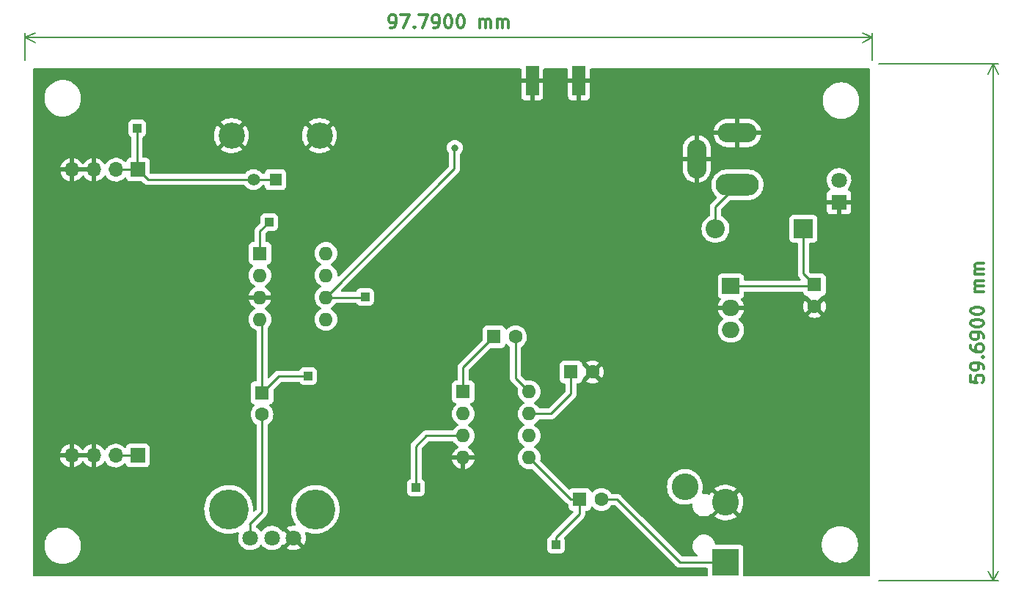
<source format=gbr>
%TF.GenerationSoftware,KiCad,Pcbnew,(6.0.7)*%
%TF.CreationDate,2022-11-04T12:42:17-04:00*%
%TF.ProjectId,DCR_MainBoard,4443525f-4d61-4696-9e42-6f6172642e6b,rev?*%
%TF.SameCoordinates,Original*%
%TF.FileFunction,Copper,L2,Bot*%
%TF.FilePolarity,Positive*%
%FSLAX46Y46*%
G04 Gerber Fmt 4.6, Leading zero omitted, Abs format (unit mm)*
G04 Created by KiCad (PCBNEW (6.0.7)) date 2022-11-04 12:42:17*
%MOMM*%
%LPD*%
G01*
G04 APERTURE LIST*
%ADD10C,0.300000*%
%TA.AperFunction,NonConductor*%
%ADD11C,0.300000*%
%TD*%
%TA.AperFunction,NonConductor*%
%ADD12C,0.200000*%
%TD*%
%TA.AperFunction,ComponentPad*%
%ADD13R,1.600000X1.600000*%
%TD*%
%TA.AperFunction,ComponentPad*%
%ADD14C,1.600000*%
%TD*%
%TA.AperFunction,ComponentPad*%
%ADD15O,5.000000X2.500000*%
%TD*%
%TA.AperFunction,ComponentPad*%
%ADD16O,4.500000X2.250000*%
%TD*%
%TA.AperFunction,ComponentPad*%
%ADD17O,2.250000X4.500000*%
%TD*%
%TA.AperFunction,ComponentPad*%
%ADD18C,4.600000*%
%TD*%
%TA.AperFunction,ComponentPad*%
%ADD19C,1.800000*%
%TD*%
%TA.AperFunction,ComponentPad*%
%ADD20O,1.600000X1.600000*%
%TD*%
%TA.AperFunction,ComponentPad*%
%ADD21R,2.000000X1.905000*%
%TD*%
%TA.AperFunction,ComponentPad*%
%ADD22O,2.000000X1.905000*%
%TD*%
%TA.AperFunction,ComponentPad*%
%ADD23R,1.000000X1.000000*%
%TD*%
%TA.AperFunction,ComponentPad*%
%ADD24R,1.398000X1.398000*%
%TD*%
%TA.AperFunction,ComponentPad*%
%ADD25C,1.398000*%
%TD*%
%TA.AperFunction,ComponentPad*%
%ADD26C,3.015000*%
%TD*%
%TA.AperFunction,ComponentPad*%
%ADD27R,3.092000X3.092000*%
%TD*%
%TA.AperFunction,ComponentPad*%
%ADD28C,3.092000*%
%TD*%
%TA.AperFunction,SMDPad,CuDef*%
%ADD29R,1.500000X3.500000*%
%TD*%
%TA.AperFunction,ComponentPad*%
%ADD30R,1.800000X1.800000*%
%TD*%
%TA.AperFunction,ComponentPad*%
%ADD31R,2.200000X2.200000*%
%TD*%
%TA.AperFunction,ComponentPad*%
%ADD32O,2.200000X2.200000*%
%TD*%
%TA.AperFunction,ComponentPad*%
%ADD33R,1.700000X1.700000*%
%TD*%
%TA.AperFunction,ComponentPad*%
%ADD34O,1.700000X1.700000*%
%TD*%
%TA.AperFunction,ViaPad*%
%ADD35C,0.800000*%
%TD*%
%TA.AperFunction,Conductor*%
%ADD36C,0.250000*%
%TD*%
G04 APERTURE END LIST*
D10*
D11*
X63445285Y-18944571D02*
X63731000Y-18944571D01*
X63873857Y-18873142D01*
X63945285Y-18801714D01*
X64088142Y-18587428D01*
X64159571Y-18301714D01*
X64159571Y-17730285D01*
X64088142Y-17587428D01*
X64016714Y-17516000D01*
X63873857Y-17444571D01*
X63588142Y-17444571D01*
X63445285Y-17516000D01*
X63373857Y-17587428D01*
X63302428Y-17730285D01*
X63302428Y-18087428D01*
X63373857Y-18230285D01*
X63445285Y-18301714D01*
X63588142Y-18373142D01*
X63873857Y-18373142D01*
X64016714Y-18301714D01*
X64088142Y-18230285D01*
X64159571Y-18087428D01*
X64659571Y-17444571D02*
X65659571Y-17444571D01*
X65016714Y-18944571D01*
X66231000Y-18801714D02*
X66302428Y-18873142D01*
X66231000Y-18944571D01*
X66159571Y-18873142D01*
X66231000Y-18801714D01*
X66231000Y-18944571D01*
X66802428Y-17444571D02*
X67802428Y-17444571D01*
X67159571Y-18944571D01*
X68445285Y-18944571D02*
X68731000Y-18944571D01*
X68873857Y-18873142D01*
X68945285Y-18801714D01*
X69088142Y-18587428D01*
X69159571Y-18301714D01*
X69159571Y-17730285D01*
X69088142Y-17587428D01*
X69016714Y-17516000D01*
X68873857Y-17444571D01*
X68588142Y-17444571D01*
X68445285Y-17516000D01*
X68373857Y-17587428D01*
X68302428Y-17730285D01*
X68302428Y-18087428D01*
X68373857Y-18230285D01*
X68445285Y-18301714D01*
X68588142Y-18373142D01*
X68873857Y-18373142D01*
X69016714Y-18301714D01*
X69088142Y-18230285D01*
X69159571Y-18087428D01*
X70088142Y-17444571D02*
X70231000Y-17444571D01*
X70373857Y-17516000D01*
X70445285Y-17587428D01*
X70516714Y-17730285D01*
X70588142Y-18016000D01*
X70588142Y-18373142D01*
X70516714Y-18658857D01*
X70445285Y-18801714D01*
X70373857Y-18873142D01*
X70231000Y-18944571D01*
X70088142Y-18944571D01*
X69945285Y-18873142D01*
X69873857Y-18801714D01*
X69802428Y-18658857D01*
X69731000Y-18373142D01*
X69731000Y-18016000D01*
X69802428Y-17730285D01*
X69873857Y-17587428D01*
X69945285Y-17516000D01*
X70088142Y-17444571D01*
X71516714Y-17444571D02*
X71659571Y-17444571D01*
X71802428Y-17516000D01*
X71873857Y-17587428D01*
X71945285Y-17730285D01*
X72016714Y-18016000D01*
X72016714Y-18373142D01*
X71945285Y-18658857D01*
X71873857Y-18801714D01*
X71802428Y-18873142D01*
X71659571Y-18944571D01*
X71516714Y-18944571D01*
X71373857Y-18873142D01*
X71302428Y-18801714D01*
X71231000Y-18658857D01*
X71159571Y-18373142D01*
X71159571Y-18016000D01*
X71231000Y-17730285D01*
X71302428Y-17587428D01*
X71373857Y-17516000D01*
X71516714Y-17444571D01*
X73802428Y-18944571D02*
X73802428Y-17944571D01*
X73802428Y-18087428D02*
X73873857Y-18016000D01*
X74016714Y-17944571D01*
X74231000Y-17944571D01*
X74373857Y-18016000D01*
X74445285Y-18158857D01*
X74445285Y-18944571D01*
X74445285Y-18158857D02*
X74516714Y-18016000D01*
X74659571Y-17944571D01*
X74873857Y-17944571D01*
X75016714Y-18016000D01*
X75088142Y-18158857D01*
X75088142Y-18944571D01*
X75802428Y-18944571D02*
X75802428Y-17944571D01*
X75802428Y-18087428D02*
X75873857Y-18016000D01*
X76016714Y-17944571D01*
X76231000Y-17944571D01*
X76373857Y-18016000D01*
X76445285Y-18158857D01*
X76445285Y-18944571D01*
X76445285Y-18158857D02*
X76516714Y-18016000D01*
X76659571Y-17944571D01*
X76873857Y-17944571D01*
X77016714Y-18016000D01*
X77088142Y-18158857D01*
X77088142Y-18944571D01*
D12*
X21336000Y-22614000D02*
X21336000Y-19479580D01*
X119126000Y-22614000D02*
X119126000Y-19479580D01*
X21336000Y-20066000D02*
X119126000Y-20066000D01*
X21336000Y-20066000D02*
X119126000Y-20066000D01*
X21336000Y-20066000D02*
X22462504Y-20652421D01*
X21336000Y-20066000D02*
X22462504Y-19479579D01*
X119126000Y-20066000D02*
X117999496Y-19479579D01*
X119126000Y-20066000D02*
X117999496Y-20652421D01*
D10*
D11*
X130474571Y-59101857D02*
X130474571Y-59816142D01*
X131188857Y-59887571D01*
X131117428Y-59816142D01*
X131046000Y-59673285D01*
X131046000Y-59316142D01*
X131117428Y-59173285D01*
X131188857Y-59101857D01*
X131331714Y-59030428D01*
X131688857Y-59030428D01*
X131831714Y-59101857D01*
X131903142Y-59173285D01*
X131974571Y-59316142D01*
X131974571Y-59673285D01*
X131903142Y-59816142D01*
X131831714Y-59887571D01*
X131974571Y-58316142D02*
X131974571Y-58030428D01*
X131903142Y-57887571D01*
X131831714Y-57816142D01*
X131617428Y-57673285D01*
X131331714Y-57601857D01*
X130760285Y-57601857D01*
X130617428Y-57673285D01*
X130546000Y-57744714D01*
X130474571Y-57887571D01*
X130474571Y-58173285D01*
X130546000Y-58316142D01*
X130617428Y-58387571D01*
X130760285Y-58459000D01*
X131117428Y-58459000D01*
X131260285Y-58387571D01*
X131331714Y-58316142D01*
X131403142Y-58173285D01*
X131403142Y-57887571D01*
X131331714Y-57744714D01*
X131260285Y-57673285D01*
X131117428Y-57601857D01*
X131831714Y-56959000D02*
X131903142Y-56887571D01*
X131974571Y-56959000D01*
X131903142Y-57030428D01*
X131831714Y-56959000D01*
X131974571Y-56959000D01*
X130474571Y-55601857D02*
X130474571Y-55887571D01*
X130546000Y-56030428D01*
X130617428Y-56101857D01*
X130831714Y-56244714D01*
X131117428Y-56316142D01*
X131688857Y-56316142D01*
X131831714Y-56244714D01*
X131903142Y-56173285D01*
X131974571Y-56030428D01*
X131974571Y-55744714D01*
X131903142Y-55601857D01*
X131831714Y-55530428D01*
X131688857Y-55459000D01*
X131331714Y-55459000D01*
X131188857Y-55530428D01*
X131117428Y-55601857D01*
X131046000Y-55744714D01*
X131046000Y-56030428D01*
X131117428Y-56173285D01*
X131188857Y-56244714D01*
X131331714Y-56316142D01*
X131974571Y-54744714D02*
X131974571Y-54459000D01*
X131903142Y-54316142D01*
X131831714Y-54244714D01*
X131617428Y-54101857D01*
X131331714Y-54030428D01*
X130760285Y-54030428D01*
X130617428Y-54101857D01*
X130546000Y-54173285D01*
X130474571Y-54316142D01*
X130474571Y-54601857D01*
X130546000Y-54744714D01*
X130617428Y-54816142D01*
X130760285Y-54887571D01*
X131117428Y-54887571D01*
X131260285Y-54816142D01*
X131331714Y-54744714D01*
X131403142Y-54601857D01*
X131403142Y-54316142D01*
X131331714Y-54173285D01*
X131260285Y-54101857D01*
X131117428Y-54030428D01*
X130474571Y-53101857D02*
X130474571Y-52959000D01*
X130546000Y-52816142D01*
X130617428Y-52744714D01*
X130760285Y-52673285D01*
X131046000Y-52601857D01*
X131403142Y-52601857D01*
X131688857Y-52673285D01*
X131831714Y-52744714D01*
X131903142Y-52816142D01*
X131974571Y-52959000D01*
X131974571Y-53101857D01*
X131903142Y-53244714D01*
X131831714Y-53316142D01*
X131688857Y-53387571D01*
X131403142Y-53459000D01*
X131046000Y-53459000D01*
X130760285Y-53387571D01*
X130617428Y-53316142D01*
X130546000Y-53244714D01*
X130474571Y-53101857D01*
X130474571Y-51673285D02*
X130474571Y-51530428D01*
X130546000Y-51387571D01*
X130617428Y-51316142D01*
X130760285Y-51244714D01*
X131046000Y-51173285D01*
X131403142Y-51173285D01*
X131688857Y-51244714D01*
X131831714Y-51316142D01*
X131903142Y-51387571D01*
X131974571Y-51530428D01*
X131974571Y-51673285D01*
X131903142Y-51816142D01*
X131831714Y-51887571D01*
X131688857Y-51959000D01*
X131403142Y-52030428D01*
X131046000Y-52030428D01*
X130760285Y-51959000D01*
X130617428Y-51887571D01*
X130546000Y-51816142D01*
X130474571Y-51673285D01*
X131974571Y-49387571D02*
X130974571Y-49387571D01*
X131117428Y-49387571D02*
X131046000Y-49316142D01*
X130974571Y-49173285D01*
X130974571Y-48959000D01*
X131046000Y-48816142D01*
X131188857Y-48744714D01*
X131974571Y-48744714D01*
X131188857Y-48744714D02*
X131046000Y-48673285D01*
X130974571Y-48530428D01*
X130974571Y-48316142D01*
X131046000Y-48173285D01*
X131188857Y-48101857D01*
X131974571Y-48101857D01*
X131974571Y-47387571D02*
X130974571Y-47387571D01*
X131117428Y-47387571D02*
X131046000Y-47316142D01*
X130974571Y-47173285D01*
X130974571Y-46959000D01*
X131046000Y-46816142D01*
X131188857Y-46744714D01*
X131974571Y-46744714D01*
X131188857Y-46744714D02*
X131046000Y-46673285D01*
X130974571Y-46530428D01*
X130974571Y-46316142D01*
X131046000Y-46173285D01*
X131188857Y-46101857D01*
X131974571Y-46101857D01*
D12*
X119880000Y-23114000D02*
X133682420Y-23114000D01*
X119880000Y-82804000D02*
X133682420Y-82804000D01*
X133096000Y-23114000D02*
X133096000Y-82804000D01*
X133096000Y-23114000D02*
X133096000Y-82804000D01*
X133096000Y-23114000D02*
X132509579Y-24240504D01*
X133096000Y-23114000D02*
X133682421Y-24240504D01*
X133096000Y-82804000D02*
X133682421Y-81677496D01*
X133096000Y-82804000D02*
X132509579Y-81677496D01*
D13*
%TO.P,C7,1*%
%TO.N,12V*%
X112435000Y-48601849D03*
D14*
%TO.P,C7,2*%
%TO.N,GND*%
X112435000Y-51101849D03*
%TD*%
D13*
%TO.P,C11,1*%
%TO.N,Net-(C11-Pad1)*%
X84318000Y-58664000D03*
D14*
%TO.P,C11,2*%
%TO.N,GND*%
X86818000Y-58664000D03*
%TD*%
D15*
%TO.P,J4,1*%
%TO.N,Net-(D2-Pad2)*%
X103545000Y-37054500D03*
D16*
%TO.P,J4,2*%
%TO.N,GND*%
X103545000Y-31054500D03*
D17*
%TO.P,J4,3*%
X98845000Y-34054500D03*
%TD*%
D18*
%TO.P,RV1,*%
%TO.N,*%
X54809000Y-74538000D03*
X44809000Y-74538000D03*
D19*
%TO.P,RV1,1,1*%
%TO.N,Net-(C3-Pad2)*%
X47309000Y-77838000D03*
%TO.P,RV1,2,2*%
%TO.N,Net-(R1-Pad1)*%
X49809000Y-77838000D03*
%TO.P,RV1,3,3*%
%TO.N,GND*%
X52309000Y-77838000D03*
%TD*%
D13*
%TO.P,U4,1,GAIN*%
%TO.N,Net-(C12-Pad1)*%
X71882000Y-60960000D03*
D20*
%TO.P,U4,2,-*%
%TO.N,Net-(R7-Pad2)*%
X71882000Y-63500000D03*
%TO.P,U4,3,+*%
%TO.N,Net-(C4-Pad1)*%
X71882000Y-66040000D03*
%TO.P,U4,4,GND*%
%TO.N,GND*%
X71882000Y-68580000D03*
%TO.P,U4,5*%
%TO.N,Net-(C15-Pad1)*%
X79502000Y-68580000D03*
%TO.P,U4,6,V+*%
%TO.N,12V*%
X79502000Y-66040000D03*
%TO.P,U4,7,BYPASS*%
%TO.N,Net-(C11-Pad1)*%
X79502000Y-63500000D03*
%TO.P,U4,8,GAIN*%
%TO.N,Net-(C12-Pad2)*%
X79502000Y-60960000D03*
%TD*%
D21*
%TO.P,U3,1,VI*%
%TO.N,12V*%
X102783000Y-48738500D03*
D22*
%TO.P,U3,2,GND*%
%TO.N,GND*%
X102783000Y-51278500D03*
%TO.P,U3,3,VO*%
%TO.N,RX6V*%
X102783000Y-53818500D03*
%TD*%
D13*
%TO.P,C15,1*%
%TO.N,Net-(C15-Pad1)*%
X85334000Y-73396000D03*
D14*
%TO.P,C15,2*%
%TO.N,Net-(C15-Pad2)*%
X87834000Y-73396000D03*
%TD*%
D23*
%TO.P,TP6,1,1*%
%TO.N,Net-(C15-Pad1)*%
X82600800Y-78613000D03*
%TD*%
D24*
%TO.P,J1,1,1*%
%TO.N,Net-(J1-Pad1)*%
X50215800Y-36450500D03*
D25*
%TO.P,J1,2,2*%
X47675800Y-36450500D03*
D26*
%TO.P,J1,P1,SHIELD*%
%TO.N,GND*%
X45135800Y-31370500D03*
%TO.P,J1,P2,SHIELD*%
X55295800Y-31370500D03*
%TD*%
D27*
%TO.P,J5,1,1*%
%TO.N,Net-(C15-Pad2)*%
X102172000Y-80647000D03*
D28*
%TO.P,J5,2,2*%
%TO.N,GND*%
X102172000Y-73747000D03*
%TO.P,J5,3,3*%
%TO.N,unconnected-(J5-Pad3)*%
X97472000Y-71947000D03*
%TD*%
D23*
%TO.P,TP3,1,1*%
%TO.N,Net-(C1-Pad1)*%
X53975000Y-59156600D03*
%TD*%
D13*
%TO.P,C3,1*%
%TO.N,Net-(C1-Pad1)*%
X48666400Y-61077349D03*
D14*
%TO.P,C3,2*%
%TO.N,Net-(C3-Pad2)*%
X48666400Y-63577349D03*
%TD*%
D13*
%TO.P,U2,1,IN_A*%
%TO.N,Net-(C8-Pad2)*%
X48422400Y-44968000D03*
D20*
%TO.P,U2,2,IN_B*%
%TO.N,Net-(C2-Pad1)*%
X48422400Y-47508000D03*
%TO.P,U2,3,GND*%
%TO.N,GND*%
X48422400Y-50048000D03*
%TO.P,U2,4,OUT_A*%
%TO.N,Net-(C1-Pad1)*%
X48422400Y-52588000D03*
%TO.P,U2,5,OUT_B*%
%TO.N,unconnected-(U2-Pad5)*%
X56042400Y-52588000D03*
%TO.P,U2,6,OSC_B*%
%TO.N,Net-(C6-Pad2)*%
X56042400Y-50048000D03*
%TO.P,U2,7,OSC_E*%
%TO.N,unconnected-(U2-Pad7)*%
X56042400Y-47508000D03*
%TO.P,U2,8,Vcc*%
%TO.N,Net-(C5-Pad1)*%
X56042400Y-44968000D03*
%TD*%
D29*
%TO.P,J3,G3*%
%TO.N,GND*%
X85250000Y-25046500D03*
%TO.P,J3,G4*%
X79850000Y-25046500D03*
%TD*%
D30*
%TO.P,D1,1,K*%
%TO.N,GND*%
X115265200Y-39065200D03*
D19*
%TO.P,D1,2,A*%
%TO.N,Net-(D1-Pad2)*%
X115265200Y-36525200D03*
%TD*%
D31*
%TO.P,D2,1,K*%
%TO.N,12V*%
X111165000Y-42134500D03*
D32*
%TO.P,D2,2,A*%
%TO.N,Net-(D2-Pad2)*%
X101005000Y-42134500D03*
%TD*%
D23*
%TO.P,TP4,1,1*%
%TO.N,Net-(C4-Pad1)*%
X66446400Y-72034400D03*
%TD*%
D13*
%TO.P,C12,1*%
%TO.N,Net-(C12-Pad1)*%
X75428000Y-54600000D03*
D14*
%TO.P,C12,2*%
%TO.N,Net-(C12-Pad2)*%
X77928000Y-54600000D03*
%TD*%
D23*
%TO.P,TP2,1,1*%
%TO.N,Net-(C8-Pad2)*%
X49479200Y-41351200D03*
%TD*%
%TO.P,TP1,1,1*%
%TO.N,Net-(J1-Pad1)*%
X34239200Y-30530800D03*
%TD*%
D33*
%TO.P,U1,1,IN*%
%TO.N,Net-(J1-Pad1)*%
X34361400Y-35306000D03*
D34*
%TO.P,U1,2,IN*%
X31821400Y-35306000D03*
%TO.P,U1,3,GND*%
%TO.N,GND*%
X29281400Y-35306000D03*
%TO.P,U1,4,GND*%
X26741400Y-35306000D03*
%TO.P,U1,5,GND*%
X26695400Y-68326000D03*
%TO.P,U1,6,GND*%
X29235400Y-68326000D03*
%TO.P,U1,7,OUT*%
%TO.N,Net-(C8-Pad1)*%
X31775400Y-68326000D03*
D33*
%TO.P,U1,8,OUT*%
X34315400Y-68326000D03*
%TD*%
D23*
%TO.P,TP5,1,1*%
%TO.N,Net-(C6-Pad2)*%
X60553600Y-49987200D03*
%TD*%
D35*
%TO.N,Net-(C6-Pad2)*%
X70916800Y-32791400D03*
%TD*%
D36*
%TO.N,Net-(C1-Pad1)*%
X48666400Y-52832000D02*
X48422400Y-52588000D01*
X50587149Y-59156600D02*
X48666400Y-61077349D01*
X53975000Y-59156600D02*
X50587149Y-59156600D01*
X48666400Y-61077349D02*
X48666400Y-52832000D01*
%TO.N,Net-(C3-Pad2)*%
X47309000Y-76315800D02*
X47309000Y-77838000D01*
X47244000Y-76250800D02*
X47309000Y-76315800D01*
X48666400Y-63577349D02*
X48666400Y-74828400D01*
X48666400Y-74828400D02*
X47244000Y-76250800D01*
%TO.N,Net-(C4-Pad1)*%
X66446400Y-67233800D02*
X67640200Y-66040000D01*
X66446400Y-72034400D02*
X66446400Y-67233800D01*
X67640200Y-66040000D02*
X71882000Y-66040000D01*
%TO.N,12V*%
X111165000Y-47331849D02*
X112435000Y-48601849D01*
X111165000Y-42134500D02*
X111165000Y-47331849D01*
X112298349Y-48738500D02*
X112435000Y-48601849D01*
X102783000Y-48738500D02*
X112298349Y-48738500D01*
%TO.N,Net-(D2-Pad2)*%
X101005000Y-39594500D02*
X103545000Y-37054500D01*
X101005000Y-42134500D02*
X101005000Y-39594500D01*
%TO.N,Net-(C6-Pad2)*%
X70866000Y-35224400D02*
X56042400Y-50048000D01*
X70866000Y-32842200D02*
X70866000Y-35224400D01*
X70916800Y-32791400D02*
X70866000Y-32842200D01*
X56042400Y-50048000D02*
X60492800Y-50048000D01*
X60492800Y-50048000D02*
X60553600Y-49987200D01*
%TO.N,Net-(J1-Pad1)*%
X50215800Y-36450500D02*
X47675800Y-36450500D01*
X34239200Y-30530800D02*
X34239200Y-35183800D01*
X31821400Y-35306000D02*
X34361400Y-35306000D01*
X34239200Y-35183800D02*
X34361400Y-35306000D01*
X47675800Y-36450500D02*
X35505900Y-36450500D01*
X35505900Y-36450500D02*
X34361400Y-35306000D01*
%TO.N,Net-(C8-Pad1)*%
X31775400Y-68326000D02*
X34315400Y-68326000D01*
%TO.N,Net-(C11-Pad1)*%
X84318000Y-61204000D02*
X84318000Y-58664000D01*
X79502000Y-63500000D02*
X82022000Y-63500000D01*
X82022000Y-63500000D02*
X84318000Y-61204000D01*
%TO.N,Net-(C12-Pad1)*%
X71882000Y-60960000D02*
X71882000Y-58146000D01*
X71882000Y-58146000D02*
X75428000Y-54600000D01*
%TO.N,Net-(C12-Pad2)*%
X77928000Y-59386000D02*
X79502000Y-60960000D01*
X77928000Y-54600000D02*
X77928000Y-59386000D01*
%TO.N,Net-(C15-Pad1)*%
X85334000Y-75067000D02*
X85334000Y-73396000D01*
X85334000Y-73396000D02*
X84318000Y-73396000D01*
X84318000Y-73396000D02*
X79502000Y-68580000D01*
X82600800Y-77800200D02*
X85334000Y-75067000D01*
X82600800Y-78613000D02*
X82600800Y-77800200D01*
%TO.N,Net-(C15-Pad2)*%
X96903000Y-80647000D02*
X89652000Y-73396000D01*
X102172000Y-80647000D02*
X96903000Y-80647000D01*
X89652000Y-73396000D02*
X87834000Y-73396000D01*
%TO.N,Net-(C8-Pad2)*%
X48361600Y-44392404D02*
X48104202Y-44649802D01*
X48422400Y-44968000D02*
X48422400Y-42408000D01*
X48422400Y-42408000D02*
X49479200Y-41351200D01*
%TD*%
%TA.AperFunction,Conductor*%
%TO.N,GND*%
G36*
X78534121Y-23642502D02*
G01*
X78580614Y-23696158D01*
X78592000Y-23748500D01*
X78592000Y-24774385D01*
X78596475Y-24789624D01*
X78597865Y-24790829D01*
X78605548Y-24792500D01*
X81089884Y-24792500D01*
X81105123Y-24788025D01*
X81106328Y-24786635D01*
X81107999Y-24778952D01*
X81107999Y-23748500D01*
X81128001Y-23680379D01*
X81181657Y-23633886D01*
X81233999Y-23622500D01*
X83866000Y-23622500D01*
X83934121Y-23642502D01*
X83980614Y-23696158D01*
X83992000Y-23748500D01*
X83992000Y-24774385D01*
X83996475Y-24789624D01*
X83997865Y-24790829D01*
X84005548Y-24792500D01*
X86489884Y-24792500D01*
X86505123Y-24788025D01*
X86506328Y-24786635D01*
X86507999Y-24778952D01*
X86507999Y-23748500D01*
X86528001Y-23680379D01*
X86581657Y-23633886D01*
X86633999Y-23622500D01*
X118745500Y-23622500D01*
X118813621Y-23642502D01*
X118860114Y-23696158D01*
X118871500Y-23748500D01*
X118871500Y-82169500D01*
X118851498Y-82237621D01*
X118797842Y-82284114D01*
X118745500Y-82295500D01*
X104352500Y-82295500D01*
X104284379Y-82275498D01*
X104237886Y-82221842D01*
X104226500Y-82169500D01*
X104226500Y-79052866D01*
X104219745Y-78990684D01*
X104168615Y-78854295D01*
X104081261Y-78737739D01*
X104057996Y-78720303D01*
X113257543Y-78720303D01*
X113258102Y-78724547D01*
X113258102Y-78724551D01*
X113261980Y-78754005D01*
X113295068Y-79005334D01*
X113370929Y-79282636D01*
X113372613Y-79286584D01*
X113453518Y-79476261D01*
X113483723Y-79547076D01*
X113495493Y-79566742D01*
X113608978Y-79756361D01*
X113631361Y-79793761D01*
X113811113Y-80018128D01*
X113828197Y-80034340D01*
X113985296Y-80183421D01*
X114019651Y-80216023D01*
X114253117Y-80383786D01*
X114256912Y-80385795D01*
X114256913Y-80385796D01*
X114278669Y-80397315D01*
X114507192Y-80518312D01*
X114777173Y-80617111D01*
X115058064Y-80678355D01*
X115086641Y-80680604D01*
X115281082Y-80695907D01*
X115281091Y-80695907D01*
X115283539Y-80696100D01*
X115439071Y-80696100D01*
X115441207Y-80695954D01*
X115441218Y-80695954D01*
X115649348Y-80681765D01*
X115649354Y-80681764D01*
X115653625Y-80681473D01*
X115657820Y-80680604D01*
X115657822Y-80680604D01*
X115794384Y-80652323D01*
X115935142Y-80623174D01*
X116206143Y-80527207D01*
X116461612Y-80395350D01*
X116465113Y-80392889D01*
X116465117Y-80392887D01*
X116579217Y-80312696D01*
X116696823Y-80230041D01*
X116907422Y-80034340D01*
X117089513Y-79811868D01*
X117239727Y-79566742D01*
X117355283Y-79303498D01*
X117378124Y-79223316D01*
X117426401Y-79053838D01*
X117434044Y-79027006D01*
X117473115Y-78752475D01*
X117473946Y-78746636D01*
X117473946Y-78746634D01*
X117474551Y-78742384D01*
X117474576Y-78737739D01*
X117476035Y-78459183D01*
X117476035Y-78459176D01*
X117476057Y-78454897D01*
X117438532Y-78169866D01*
X117362671Y-77892564D01*
X117339397Y-77838000D01*
X117251563Y-77632076D01*
X117251561Y-77632072D01*
X117249877Y-77628124D01*
X117144060Y-77451317D01*
X117104443Y-77385121D01*
X117104440Y-77385117D01*
X117102239Y-77381439D01*
X116922487Y-77157072D01*
X116772362Y-77014609D01*
X116717058Y-76962127D01*
X116717055Y-76962125D01*
X116713949Y-76959177D01*
X116503305Y-76807813D01*
X116483972Y-76793921D01*
X116483971Y-76793920D01*
X116480483Y-76791414D01*
X116461036Y-76781117D01*
X116330428Y-76711964D01*
X116226408Y-76656888D01*
X116012930Y-76578766D01*
X115960458Y-76559564D01*
X115960456Y-76559563D01*
X115956427Y-76558089D01*
X115675536Y-76496845D01*
X115644485Y-76494401D01*
X115452518Y-76479293D01*
X115452509Y-76479293D01*
X115450061Y-76479100D01*
X115294529Y-76479100D01*
X115292393Y-76479246D01*
X115292382Y-76479246D01*
X115084252Y-76493435D01*
X115084246Y-76493436D01*
X115079975Y-76493727D01*
X115075780Y-76494596D01*
X115075778Y-76494596D01*
X115007296Y-76508778D01*
X114798458Y-76552026D01*
X114527457Y-76647993D01*
X114523648Y-76649959D01*
X114375492Y-76726428D01*
X114271988Y-76779850D01*
X114268487Y-76782311D01*
X114268483Y-76782313D01*
X114154382Y-76862505D01*
X114036777Y-76945159D01*
X114021692Y-76959177D01*
X113854516Y-77114527D01*
X113826178Y-77140860D01*
X113644087Y-77363332D01*
X113493873Y-77608458D01*
X113492147Y-77612391D01*
X113492146Y-77612392D01*
X113380043Y-77867770D01*
X113378317Y-77871702D01*
X113299556Y-78148194D01*
X113259049Y-78432816D01*
X113259027Y-78437105D01*
X113259026Y-78437112D01*
X113257565Y-78716017D01*
X113257543Y-78720303D01*
X104057996Y-78720303D01*
X103964705Y-78650385D01*
X103828316Y-78599255D01*
X103766134Y-78592500D01*
X101081944Y-78592500D01*
X101013823Y-78572498D01*
X100967330Y-78518842D01*
X100960237Y-78499111D01*
X100907707Y-78303067D01*
X100907706Y-78303065D01*
X100906284Y-78297757D01*
X100886626Y-78255600D01*
X100811849Y-78095238D01*
X100811846Y-78095233D01*
X100809523Y-78090251D01*
X100736098Y-77985389D01*
X100681357Y-77907211D01*
X100681355Y-77907208D01*
X100678198Y-77902700D01*
X100516300Y-77740802D01*
X100511792Y-77737645D01*
X100511789Y-77737643D01*
X100399806Y-77659232D01*
X100328749Y-77609477D01*
X100323767Y-77607154D01*
X100323762Y-77607151D01*
X100126225Y-77515039D01*
X100126224Y-77515039D01*
X100121243Y-77512716D01*
X100115935Y-77511294D01*
X100115933Y-77511293D01*
X99905402Y-77454881D01*
X99905400Y-77454881D01*
X99900087Y-77453457D01*
X99800520Y-77444746D01*
X99731851Y-77438738D01*
X99731844Y-77438738D01*
X99729127Y-77438500D01*
X99614873Y-77438500D01*
X99612156Y-77438738D01*
X99612149Y-77438738D01*
X99543480Y-77444746D01*
X99443913Y-77453457D01*
X99438600Y-77454881D01*
X99438598Y-77454881D01*
X99228067Y-77511293D01*
X99228065Y-77511294D01*
X99222757Y-77512716D01*
X99217776Y-77515039D01*
X99217775Y-77515039D01*
X99020238Y-77607151D01*
X99020233Y-77607154D01*
X99015251Y-77609477D01*
X98944194Y-77659232D01*
X98832211Y-77737643D01*
X98832208Y-77737645D01*
X98827700Y-77740802D01*
X98665802Y-77902700D01*
X98662645Y-77907208D01*
X98662643Y-77907211D01*
X98607902Y-77985389D01*
X98534477Y-78090251D01*
X98532154Y-78095233D01*
X98532151Y-78095238D01*
X98457374Y-78255600D01*
X98437716Y-78297757D01*
X98436294Y-78303065D01*
X98436293Y-78303067D01*
X98402666Y-78428564D01*
X98378457Y-78518913D01*
X98358502Y-78747000D01*
X98378457Y-78975087D01*
X98379881Y-78980400D01*
X98379881Y-78980402D01*
X98434311Y-79183534D01*
X98437716Y-79196243D01*
X98440039Y-79201224D01*
X98440039Y-79201225D01*
X98532151Y-79398762D01*
X98532154Y-79398767D01*
X98534477Y-79403749D01*
X98607902Y-79508611D01*
X98648624Y-79566767D01*
X98665802Y-79591300D01*
X98827700Y-79753198D01*
X98832210Y-79756356D01*
X98832216Y-79756361D01*
X98872099Y-79784287D01*
X98916428Y-79839744D01*
X98923737Y-79910363D01*
X98891707Y-79973723D01*
X98830505Y-80009709D01*
X98799829Y-80013500D01*
X97217594Y-80013500D01*
X97149473Y-79993498D01*
X97128499Y-79976595D01*
X93656303Y-76504398D01*
X92521216Y-75369311D01*
X100914962Y-75369311D01*
X100922015Y-75379282D01*
X100958579Y-75409854D01*
X100965501Y-75414883D01*
X101195478Y-75559148D01*
X101203024Y-75563194D01*
X101450447Y-75674909D01*
X101458477Y-75677896D01*
X101718774Y-75754999D01*
X101727126Y-75756866D01*
X101995483Y-75797930D01*
X102004016Y-75798646D01*
X102275458Y-75802911D01*
X102284009Y-75802462D01*
X102553517Y-75769849D01*
X102561931Y-75768244D01*
X102824522Y-75699355D01*
X102832637Y-75696624D01*
X103083450Y-75592733D01*
X103091118Y-75588927D01*
X103325514Y-75451957D01*
X103332595Y-75447144D01*
X103419419Y-75379066D01*
X103427890Y-75367206D01*
X103421374Y-75355585D01*
X102184810Y-74119020D01*
X102170869Y-74111408D01*
X102169034Y-74111539D01*
X102162420Y-74115790D01*
X100922254Y-75355957D01*
X100914962Y-75369311D01*
X92521216Y-75369311D01*
X90155652Y-73003747D01*
X90148112Y-72995461D01*
X90144000Y-72988982D01*
X90094348Y-72942356D01*
X90091507Y-72939602D01*
X90071770Y-72919865D01*
X90068573Y-72917385D01*
X90059551Y-72909680D01*
X90033100Y-72884841D01*
X90027321Y-72879414D01*
X90020375Y-72875595D01*
X90020372Y-72875593D01*
X90009566Y-72869652D01*
X89993047Y-72858801D01*
X89988154Y-72855006D01*
X89977041Y-72846386D01*
X89969772Y-72843241D01*
X89969768Y-72843238D01*
X89936463Y-72828826D01*
X89925813Y-72823609D01*
X89887060Y-72802305D01*
X89867437Y-72797267D01*
X89848734Y-72790863D01*
X89837420Y-72785967D01*
X89837419Y-72785967D01*
X89830145Y-72782819D01*
X89822322Y-72781580D01*
X89822312Y-72781577D01*
X89786476Y-72775901D01*
X89774856Y-72773495D01*
X89739711Y-72764472D01*
X89739710Y-72764472D01*
X89732030Y-72762500D01*
X89711776Y-72762500D01*
X89692065Y-72760949D01*
X89679886Y-72759020D01*
X89672057Y-72757780D01*
X89664165Y-72758526D01*
X89628039Y-72761941D01*
X89616181Y-72762500D01*
X89053394Y-72762500D01*
X88985273Y-72742498D01*
X88950181Y-72708771D01*
X88843357Y-72556211D01*
X88843355Y-72556208D01*
X88840198Y-72551700D01*
X88678300Y-72389802D01*
X88673792Y-72386645D01*
X88673789Y-72386643D01*
X88545985Y-72297154D01*
X88490749Y-72258477D01*
X88485767Y-72256154D01*
X88485762Y-72256151D01*
X88288225Y-72164039D01*
X88288224Y-72164039D01*
X88283243Y-72161716D01*
X88277935Y-72160294D01*
X88277933Y-72160293D01*
X88067402Y-72103881D01*
X88067400Y-72103881D01*
X88062087Y-72102457D01*
X87834000Y-72082502D01*
X87605913Y-72102457D01*
X87600600Y-72103881D01*
X87600598Y-72103881D01*
X87390067Y-72160293D01*
X87390065Y-72160294D01*
X87384757Y-72161716D01*
X87379776Y-72164039D01*
X87379775Y-72164039D01*
X87182238Y-72256151D01*
X87182233Y-72256154D01*
X87177251Y-72258477D01*
X87122015Y-72297154D01*
X86994211Y-72386643D01*
X86994208Y-72386645D01*
X86989700Y-72389802D01*
X86844000Y-72535502D01*
X86781688Y-72569528D01*
X86710873Y-72564463D01*
X86654037Y-72521916D01*
X86636868Y-72485263D01*
X86635745Y-72485684D01*
X86587767Y-72357703D01*
X86584615Y-72349295D01*
X86497261Y-72232739D01*
X86380705Y-72145385D01*
X86244316Y-72094255D01*
X86182134Y-72087500D01*
X84485866Y-72087500D01*
X84423684Y-72094255D01*
X84287295Y-72145385D01*
X84265505Y-72161716D01*
X84189507Y-72218673D01*
X84123001Y-72243521D01*
X84053618Y-72228468D01*
X84024847Y-72206942D01*
X83743340Y-71925435D01*
X95412812Y-71925435D01*
X95428937Y-72205099D01*
X95429762Y-72209306D01*
X95429763Y-72209311D01*
X95447460Y-72299512D01*
X95482868Y-72479986D01*
X95484255Y-72484037D01*
X95571377Y-72738500D01*
X95573606Y-72745011D01*
X95607658Y-72812716D01*
X95672187Y-72941016D01*
X95699473Y-72995269D01*
X95858139Y-73226130D01*
X96046669Y-73433322D01*
X96261573Y-73613010D01*
X96498876Y-73761869D01*
X96502778Y-73763631D01*
X96502782Y-73763633D01*
X96750273Y-73875380D01*
X96750277Y-73875382D01*
X96754185Y-73877146D01*
X96758305Y-73878366D01*
X96758304Y-73878366D01*
X97018664Y-73955488D01*
X97018668Y-73955489D01*
X97022777Y-73956706D01*
X97027014Y-73957354D01*
X97027017Y-73957355D01*
X97260518Y-73993086D01*
X97299682Y-73999079D01*
X97441638Y-74001309D01*
X97575484Y-74003412D01*
X97575490Y-74003412D01*
X97579775Y-74003479D01*
X97857875Y-73969825D01*
X98128833Y-73898740D01*
X98188761Y-73873917D01*
X98259351Y-73866328D01*
X98322838Y-73898107D01*
X98359065Y-73959165D01*
X98362499Y-74001309D01*
X98358981Y-74041515D01*
X98358981Y-74041525D01*
X98358502Y-74047000D01*
X98378457Y-74275087D01*
X98379881Y-74280400D01*
X98379881Y-74280402D01*
X98424257Y-74446012D01*
X98437716Y-74496243D01*
X98440039Y-74501224D01*
X98440039Y-74501225D01*
X98532151Y-74698762D01*
X98532154Y-74698767D01*
X98534477Y-74703749D01*
X98580715Y-74769783D01*
X98656666Y-74878252D01*
X98665802Y-74891300D01*
X98827700Y-75053198D01*
X98832208Y-75056355D01*
X98832211Y-75056357D01*
X98880920Y-75090463D01*
X99015251Y-75184523D01*
X99020233Y-75186846D01*
X99020238Y-75186849D01*
X99217775Y-75278961D01*
X99222757Y-75281284D01*
X99228065Y-75282706D01*
X99228067Y-75282707D01*
X99438598Y-75339119D01*
X99438600Y-75339119D01*
X99443913Y-75340543D01*
X99543480Y-75349254D01*
X99612149Y-75355262D01*
X99612156Y-75355262D01*
X99614873Y-75355500D01*
X99729127Y-75355500D01*
X99731844Y-75355262D01*
X99731851Y-75355262D01*
X99800520Y-75349254D01*
X99900087Y-75340543D01*
X99905400Y-75339119D01*
X99905402Y-75339119D01*
X100115933Y-75282707D01*
X100115935Y-75282706D01*
X100121243Y-75281284D01*
X100126225Y-75278961D01*
X100323762Y-75186849D01*
X100323767Y-75186846D01*
X100328749Y-75184523D01*
X100463080Y-75090463D01*
X100511789Y-75056357D01*
X100511792Y-75056355D01*
X100516300Y-75053198D01*
X100678198Y-74891300D01*
X100687335Y-74878252D01*
X100694555Y-74867940D01*
X100708673Y-74851116D01*
X101799980Y-73759810D01*
X101806357Y-73748131D01*
X102536408Y-73748131D01*
X102536539Y-73749966D01*
X102540790Y-73756580D01*
X103780636Y-74996425D01*
X103792846Y-75003093D01*
X103804344Y-74994404D01*
X103907764Y-74853615D01*
X103912348Y-74846392D01*
X104041885Y-74607815D01*
X104045453Y-74600021D01*
X104141413Y-74346071D01*
X104143886Y-74337879D01*
X104204496Y-74073245D01*
X104205834Y-74064794D01*
X104230128Y-73792583D01*
X104230374Y-73787641D01*
X104230774Y-73749484D01*
X104230631Y-73744519D01*
X104212044Y-73471866D01*
X104210883Y-73463392D01*
X104155828Y-73197545D01*
X104153529Y-73189310D01*
X104062904Y-72933393D01*
X104059507Y-72925543D01*
X103934989Y-72684293D01*
X103930561Y-72676981D01*
X103805051Y-72498398D01*
X103794529Y-72490018D01*
X103781141Y-72497070D01*
X102544020Y-73734190D01*
X102536408Y-73748131D01*
X101806357Y-73748131D01*
X101807592Y-73745869D01*
X101807461Y-73744034D01*
X101803210Y-73737420D01*
X100562852Y-72497063D01*
X100550841Y-72490504D01*
X100539103Y-72499471D01*
X100424741Y-72658624D01*
X100420237Y-72665888D01*
X100354734Y-72789602D01*
X100305181Y-72840445D01*
X100236006Y-72856427D01*
X100190129Y-72844838D01*
X100126225Y-72815039D01*
X100126224Y-72815039D01*
X100121243Y-72812716D01*
X100115935Y-72811294D01*
X100115933Y-72811293D01*
X99905402Y-72754881D01*
X99905400Y-72754881D01*
X99900087Y-72753457D01*
X99800520Y-72744746D01*
X99731851Y-72738738D01*
X99731844Y-72738738D01*
X99729127Y-72738500D01*
X99614873Y-72738500D01*
X99612156Y-72738738D01*
X99612149Y-72738738D01*
X99560546Y-72743253D01*
X99490941Y-72729264D01*
X99439948Y-72679864D01*
X99423758Y-72610738D01*
X99431699Y-72573193D01*
X99441891Y-72546222D01*
X99441894Y-72546213D01*
X99443409Y-72542203D01*
X99505948Y-72269146D01*
X99518654Y-72126774D01*
X100915859Y-72126774D01*
X100922255Y-72138044D01*
X102159190Y-73374980D01*
X102173131Y-73382592D01*
X102174966Y-73382461D01*
X102181580Y-73378210D01*
X103421293Y-72138496D01*
X103428485Y-72125326D01*
X103421163Y-72115091D01*
X103367942Y-72071531D01*
X103360970Y-72066576D01*
X103129484Y-71924720D01*
X103121914Y-71920763D01*
X102873323Y-71811640D01*
X102865263Y-71808738D01*
X102604179Y-71734367D01*
X102595801Y-71732585D01*
X102327034Y-71694334D01*
X102318487Y-71693707D01*
X102047014Y-71692285D01*
X102038479Y-71692822D01*
X101769319Y-71728258D01*
X101760921Y-71729951D01*
X101499068Y-71801586D01*
X101490981Y-71804402D01*
X101241276Y-71910910D01*
X101233637Y-71914803D01*
X101000699Y-72054213D01*
X100993667Y-72059100D01*
X100924328Y-72114651D01*
X100915859Y-72126774D01*
X99518654Y-72126774D01*
X99522605Y-72082502D01*
X99530629Y-71992595D01*
X99530629Y-71992589D01*
X99530849Y-71990127D01*
X99531301Y-71947000D01*
X99531132Y-71944520D01*
X99512540Y-71671798D01*
X99512539Y-71671792D01*
X99512248Y-71667521D01*
X99455442Y-71393213D01*
X99361933Y-71129153D01*
X99233452Y-70880226D01*
X99220530Y-70861839D01*
X99074844Y-70654550D01*
X99074843Y-70654549D01*
X99072377Y-70651040D01*
X98881689Y-70445834D01*
X98867550Y-70434261D01*
X98668232Y-70271123D01*
X98664914Y-70268407D01*
X98426066Y-70122040D01*
X98169563Y-70009443D01*
X98150210Y-70003930D01*
X98119881Y-69995291D01*
X97900153Y-69932700D01*
X97895911Y-69932096D01*
X97895905Y-69932095D01*
X97690548Y-69902868D01*
X97622819Y-69893229D01*
X97475708Y-69892459D01*
X97346981Y-69891785D01*
X97346975Y-69891785D01*
X97342695Y-69891763D01*
X97338451Y-69892322D01*
X97338447Y-69892322D01*
X97216326Y-69908400D01*
X97064964Y-69928327D01*
X97060824Y-69929460D01*
X97060822Y-69929460D01*
X96798910Y-70001111D01*
X96794765Y-70002245D01*
X96537097Y-70112149D01*
X96391747Y-70199140D01*
X96300411Y-70253803D01*
X96300407Y-70253806D01*
X96296729Y-70256007D01*
X96293386Y-70258685D01*
X96293382Y-70258688D01*
X96284046Y-70266168D01*
X96078109Y-70431155D01*
X95885281Y-70634352D01*
X95721815Y-70861839D01*
X95590735Y-71109407D01*
X95589263Y-71113430D01*
X95589261Y-71113434D01*
X95495941Y-71368442D01*
X95494466Y-71372473D01*
X95434790Y-71646171D01*
X95412812Y-71925435D01*
X83743340Y-71925435D01*
X80811152Y-68993248D01*
X80777126Y-68930936D01*
X80778541Y-68871541D01*
X80794118Y-68813409D01*
X80794120Y-68813398D01*
X80795543Y-68808087D01*
X80815498Y-68580000D01*
X80795543Y-68351913D01*
X80783911Y-68308503D01*
X80737707Y-68136067D01*
X80737706Y-68136065D01*
X80736284Y-68130757D01*
X80733961Y-68125775D01*
X80641849Y-67928238D01*
X80641846Y-67928233D01*
X80639523Y-67923251D01*
X80508198Y-67735700D01*
X80346300Y-67573802D01*
X80341792Y-67570645D01*
X80341789Y-67570643D01*
X80201499Y-67472411D01*
X80158749Y-67442477D01*
X80153767Y-67440154D01*
X80153762Y-67440151D01*
X80119543Y-67424195D01*
X80066258Y-67377278D01*
X80046797Y-67309001D01*
X80067339Y-67241041D01*
X80119543Y-67195805D01*
X80153762Y-67179849D01*
X80153767Y-67179846D01*
X80158749Y-67177523D01*
X80290690Y-67085137D01*
X80341789Y-67049357D01*
X80341792Y-67049355D01*
X80346300Y-67046198D01*
X80508198Y-66884300D01*
X80521413Y-66865428D01*
X80607978Y-66741800D01*
X80639523Y-66696749D01*
X80641846Y-66691767D01*
X80641849Y-66691762D01*
X80733961Y-66494225D01*
X80733961Y-66494224D01*
X80736284Y-66489243D01*
X80795543Y-66268087D01*
X80815498Y-66040000D01*
X80795543Y-65811913D01*
X80743419Y-65617384D01*
X80737707Y-65596067D01*
X80737706Y-65596065D01*
X80736284Y-65590757D01*
X80723164Y-65562620D01*
X80641849Y-65388238D01*
X80641846Y-65388233D01*
X80639523Y-65383251D01*
X80508198Y-65195700D01*
X80346300Y-65033802D01*
X80341792Y-65030645D01*
X80341789Y-65030643D01*
X80263611Y-64975902D01*
X80158749Y-64902477D01*
X80153767Y-64900154D01*
X80153762Y-64900151D01*
X80119543Y-64884195D01*
X80066258Y-64837278D01*
X80046797Y-64769001D01*
X80067339Y-64701041D01*
X80119543Y-64655805D01*
X80153762Y-64639849D01*
X80153767Y-64639846D01*
X80158749Y-64637523D01*
X80263611Y-64564098D01*
X80341789Y-64509357D01*
X80341792Y-64509355D01*
X80346300Y-64506198D01*
X80508198Y-64344300D01*
X80582206Y-64238606D01*
X80618181Y-64187229D01*
X80673638Y-64142901D01*
X80721394Y-64133500D01*
X81943233Y-64133500D01*
X81954416Y-64134027D01*
X81961909Y-64135702D01*
X81969835Y-64135453D01*
X81969836Y-64135453D01*
X82029986Y-64133562D01*
X82033945Y-64133500D01*
X82061856Y-64133500D01*
X82065791Y-64133003D01*
X82065856Y-64132995D01*
X82077693Y-64132062D01*
X82109951Y-64131048D01*
X82113970Y-64130922D01*
X82121889Y-64130673D01*
X82141343Y-64125021D01*
X82160700Y-64121013D01*
X82172930Y-64119468D01*
X82172931Y-64119468D01*
X82180797Y-64118474D01*
X82188168Y-64115555D01*
X82188170Y-64115555D01*
X82221912Y-64102196D01*
X82233142Y-64098351D01*
X82267983Y-64088229D01*
X82267984Y-64088229D01*
X82275593Y-64086018D01*
X82282412Y-64081985D01*
X82282417Y-64081983D01*
X82293028Y-64075707D01*
X82310776Y-64067012D01*
X82329617Y-64059552D01*
X82365387Y-64033564D01*
X82375307Y-64027048D01*
X82406535Y-64008580D01*
X82406538Y-64008578D01*
X82413362Y-64004542D01*
X82427683Y-63990221D01*
X82442717Y-63977380D01*
X82452694Y-63970131D01*
X82459107Y-63965472D01*
X82487298Y-63931395D01*
X82495288Y-63922616D01*
X84710247Y-61707657D01*
X84718537Y-61700113D01*
X84725018Y-61696000D01*
X84771659Y-61646332D01*
X84774413Y-61643491D01*
X84794134Y-61623770D01*
X84796612Y-61620575D01*
X84804318Y-61611553D01*
X84829158Y-61585101D01*
X84834586Y-61579321D01*
X84844346Y-61561568D01*
X84855199Y-61545045D01*
X84862753Y-61535306D01*
X84867613Y-61529041D01*
X84885176Y-61488457D01*
X84890383Y-61477827D01*
X84911695Y-61439060D01*
X84913666Y-61431383D01*
X84913668Y-61431378D01*
X84916732Y-61419442D01*
X84923138Y-61400730D01*
X84928034Y-61389417D01*
X84931181Y-61382145D01*
X84938097Y-61338481D01*
X84940504Y-61326860D01*
X84949528Y-61291711D01*
X84949528Y-61291710D01*
X84951500Y-61284030D01*
X84951500Y-61263769D01*
X84953051Y-61244058D01*
X84954979Y-61231885D01*
X84956219Y-61224057D01*
X84952059Y-61180046D01*
X84951500Y-61168189D01*
X84951500Y-60098500D01*
X84971502Y-60030379D01*
X85025158Y-59983886D01*
X85077500Y-59972500D01*
X85166134Y-59972500D01*
X85228316Y-59965745D01*
X85364705Y-59914615D01*
X85481261Y-59827261D01*
X85539119Y-59750062D01*
X86096493Y-59750062D01*
X86105789Y-59762077D01*
X86156994Y-59797931D01*
X86166489Y-59803414D01*
X86363947Y-59895490D01*
X86374239Y-59899236D01*
X86584688Y-59955625D01*
X86595481Y-59957528D01*
X86812525Y-59976517D01*
X86823475Y-59976517D01*
X87040519Y-59957528D01*
X87051312Y-59955625D01*
X87261761Y-59899236D01*
X87272053Y-59895490D01*
X87469511Y-59803414D01*
X87479006Y-59797931D01*
X87531048Y-59761491D01*
X87539424Y-59751012D01*
X87532356Y-59737566D01*
X86830812Y-59036022D01*
X86816868Y-59028408D01*
X86815035Y-59028539D01*
X86808420Y-59032790D01*
X86102923Y-59738287D01*
X86096493Y-59750062D01*
X85539119Y-59750062D01*
X85568615Y-59710705D01*
X85619745Y-59574316D01*
X85626500Y-59512134D01*
X85626500Y-59508815D01*
X85650153Y-59441890D01*
X85696156Y-59406196D01*
X85695141Y-59404266D01*
X85706000Y-59398558D01*
X85706245Y-59398368D01*
X85706403Y-59398347D01*
X85744434Y-59378356D01*
X86445978Y-58676812D01*
X86452356Y-58665132D01*
X87182408Y-58665132D01*
X87182539Y-58666965D01*
X87186790Y-58673580D01*
X87892287Y-59379077D01*
X87904062Y-59385507D01*
X87916077Y-59376211D01*
X87951931Y-59325006D01*
X87957414Y-59315511D01*
X88049490Y-59118053D01*
X88053236Y-59107761D01*
X88109625Y-58897312D01*
X88111528Y-58886519D01*
X88130517Y-58669475D01*
X88130517Y-58658525D01*
X88111528Y-58441481D01*
X88109625Y-58430688D01*
X88053236Y-58220239D01*
X88049490Y-58209947D01*
X87957414Y-58012489D01*
X87951931Y-58002994D01*
X87915491Y-57950952D01*
X87905012Y-57942576D01*
X87891566Y-57949644D01*
X87190022Y-58651188D01*
X87182408Y-58665132D01*
X86452356Y-58665132D01*
X86453592Y-58662868D01*
X86453461Y-58661035D01*
X86449210Y-58654420D01*
X85743713Y-57948923D01*
X85701971Y-57926129D01*
X85691971Y-57923953D01*
X85641773Y-57873747D01*
X85626549Y-57820186D01*
X85626500Y-57819281D01*
X85626500Y-57815866D01*
X85625315Y-57804953D01*
X85620598Y-57761540D01*
X85619745Y-57753684D01*
X85568615Y-57617295D01*
X85538407Y-57576988D01*
X86096576Y-57576988D01*
X86103644Y-57590434D01*
X86805188Y-58291978D01*
X86819132Y-58299592D01*
X86820965Y-58299461D01*
X86827580Y-58295210D01*
X87533077Y-57589713D01*
X87539507Y-57577938D01*
X87530211Y-57565923D01*
X87479006Y-57530069D01*
X87469511Y-57524586D01*
X87272053Y-57432510D01*
X87261761Y-57428764D01*
X87051312Y-57372375D01*
X87040519Y-57370472D01*
X86823475Y-57351483D01*
X86812525Y-57351483D01*
X86595481Y-57370472D01*
X86584688Y-57372375D01*
X86374239Y-57428764D01*
X86363947Y-57432510D01*
X86166489Y-57524586D01*
X86156994Y-57530069D01*
X86104952Y-57566509D01*
X86096576Y-57576988D01*
X85538407Y-57576988D01*
X85481261Y-57500739D01*
X85364705Y-57413385D01*
X85228316Y-57362255D01*
X85166134Y-57355500D01*
X83469866Y-57355500D01*
X83407684Y-57362255D01*
X83271295Y-57413385D01*
X83154739Y-57500739D01*
X83067385Y-57617295D01*
X83016255Y-57753684D01*
X83009500Y-57815866D01*
X83009500Y-59512134D01*
X83016255Y-59574316D01*
X83067385Y-59710705D01*
X83154739Y-59827261D01*
X83271295Y-59914615D01*
X83407684Y-59965745D01*
X83469866Y-59972500D01*
X83558500Y-59972500D01*
X83626621Y-59992502D01*
X83673114Y-60046158D01*
X83684500Y-60098500D01*
X83684500Y-60889405D01*
X83664498Y-60957526D01*
X83647595Y-60978500D01*
X81796500Y-62829595D01*
X81734188Y-62863621D01*
X81707405Y-62866500D01*
X80721394Y-62866500D01*
X80653273Y-62846498D01*
X80618181Y-62812771D01*
X80511357Y-62660211D01*
X80511355Y-62660208D01*
X80508198Y-62655700D01*
X80346300Y-62493802D01*
X80341792Y-62490645D01*
X80341789Y-62490643D01*
X80263611Y-62435902D01*
X80158749Y-62362477D01*
X80153767Y-62360154D01*
X80153762Y-62360151D01*
X80119543Y-62344195D01*
X80066258Y-62297278D01*
X80046797Y-62229001D01*
X80067339Y-62161041D01*
X80119543Y-62115805D01*
X80153762Y-62099849D01*
X80153767Y-62099846D01*
X80158749Y-62097523D01*
X80326862Y-61979809D01*
X80341789Y-61969357D01*
X80341792Y-61969355D01*
X80346300Y-61966198D01*
X80508198Y-61804300D01*
X80639523Y-61616749D01*
X80641846Y-61611767D01*
X80641849Y-61611762D01*
X80733961Y-61414225D01*
X80733961Y-61414224D01*
X80736284Y-61409243D01*
X80741597Y-61389417D01*
X80794119Y-61193402D01*
X80794119Y-61193400D01*
X80795543Y-61188087D01*
X80815498Y-60960000D01*
X80795543Y-60731913D01*
X80791532Y-60716943D01*
X80737707Y-60516067D01*
X80737706Y-60516065D01*
X80736284Y-60510757D01*
X80733961Y-60505775D01*
X80641849Y-60308238D01*
X80641846Y-60308233D01*
X80639523Y-60303251D01*
X80544142Y-60167033D01*
X80511357Y-60120211D01*
X80511355Y-60120208D01*
X80508198Y-60115700D01*
X80346300Y-59953802D01*
X80341792Y-59950645D01*
X80341789Y-59950643D01*
X80205306Y-59855077D01*
X80158749Y-59822477D01*
X80153767Y-59820154D01*
X80153762Y-59820151D01*
X79956225Y-59728039D01*
X79956224Y-59728039D01*
X79951243Y-59725716D01*
X79945935Y-59724294D01*
X79945933Y-59724293D01*
X79735402Y-59667881D01*
X79735400Y-59667881D01*
X79730087Y-59666457D01*
X79502000Y-59646502D01*
X79273913Y-59666457D01*
X79268608Y-59667879D01*
X79268594Y-59667881D01*
X79210461Y-59683459D01*
X79139484Y-59681771D01*
X79088752Y-59650848D01*
X78844101Y-59406196D01*
X78598404Y-59160499D01*
X78564379Y-59098187D01*
X78561500Y-59071404D01*
X78561500Y-55819394D01*
X78581502Y-55751273D01*
X78615229Y-55716181D01*
X78767789Y-55609357D01*
X78767792Y-55609355D01*
X78772300Y-55606198D01*
X78934198Y-55444300D01*
X78942525Y-55432409D01*
X78992098Y-55361611D01*
X79065523Y-55256749D01*
X79067846Y-55251767D01*
X79067849Y-55251762D01*
X79159961Y-55054225D01*
X79159961Y-55054224D01*
X79162284Y-55049243D01*
X79187744Y-54954228D01*
X79220119Y-54833402D01*
X79220119Y-54833400D01*
X79221543Y-54828087D01*
X79241498Y-54600000D01*
X79221543Y-54371913D01*
X79162284Y-54150757D01*
X79069276Y-53951299D01*
X79067849Y-53948238D01*
X79067846Y-53948233D01*
X79065523Y-53943251D01*
X79049777Y-53920763D01*
X101273064Y-53920763D01*
X101309404Y-54158244D01*
X101346094Y-54270497D01*
X101382434Y-54381683D01*
X101382437Y-54381689D01*
X101384042Y-54386601D01*
X101494975Y-54599700D01*
X101639223Y-54791820D01*
X101812912Y-54957801D01*
X102011378Y-55093186D01*
X102016061Y-55095360D01*
X102016065Y-55095362D01*
X102224595Y-55192158D01*
X102224599Y-55192159D01*
X102229290Y-55194337D01*
X102460798Y-55258540D01*
X102465935Y-55259089D01*
X102653593Y-55279144D01*
X102653601Y-55279144D01*
X102656928Y-55279500D01*
X102891402Y-55279500D01*
X102893975Y-55279288D01*
X102893986Y-55279288D01*
X102994946Y-55270987D01*
X103069937Y-55264822D01*
X103302944Y-55206294D01*
X103431771Y-55150279D01*
X103518526Y-55112557D01*
X103518529Y-55112555D01*
X103523263Y-55110497D01*
X103724977Y-54980002D01*
X103902670Y-54818314D01*
X103963347Y-54741483D01*
X104048367Y-54633830D01*
X104048370Y-54633825D01*
X104051568Y-54629776D01*
X104065885Y-54603842D01*
X104165177Y-54423974D01*
X104165179Y-54423970D01*
X104167674Y-54419450D01*
X104182568Y-54377393D01*
X104246144Y-54197860D01*
X104246145Y-54197856D01*
X104247870Y-54192985D01*
X104253183Y-54163159D01*
X104289095Y-53961552D01*
X104289096Y-53961546D01*
X104290001Y-53956463D01*
X104291669Y-53819961D01*
X104292873Y-53721407D01*
X104292873Y-53721405D01*
X104292936Y-53716237D01*
X104256596Y-53478756D01*
X104200746Y-53307881D01*
X104183566Y-53255317D01*
X104183563Y-53255311D01*
X104181958Y-53250399D01*
X104071025Y-53037300D01*
X103926777Y-52845180D01*
X103753088Y-52679199D01*
X103715649Y-52653660D01*
X103670648Y-52598749D01*
X103662477Y-52528225D01*
X103693731Y-52464478D01*
X103718210Y-52443784D01*
X103720326Y-52442415D01*
X103728498Y-52436122D01*
X103898480Y-52281450D01*
X103905506Y-52273917D01*
X103973429Y-52187911D01*
X111713493Y-52187911D01*
X111722789Y-52199926D01*
X111773994Y-52235780D01*
X111783489Y-52241263D01*
X111980947Y-52333339D01*
X111991239Y-52337085D01*
X112201688Y-52393474D01*
X112212481Y-52395377D01*
X112429525Y-52414366D01*
X112440475Y-52414366D01*
X112657519Y-52395377D01*
X112668312Y-52393474D01*
X112878761Y-52337085D01*
X112889053Y-52333339D01*
X113086511Y-52241263D01*
X113096006Y-52235780D01*
X113148048Y-52199340D01*
X113156424Y-52188861D01*
X113149356Y-52175415D01*
X112447812Y-51473871D01*
X112433868Y-51466257D01*
X112432035Y-51466388D01*
X112425420Y-51470639D01*
X111719923Y-52176136D01*
X111713493Y-52187911D01*
X103973429Y-52187911D01*
X104047945Y-52093556D01*
X104053650Y-52084969D01*
X104164714Y-51883778D01*
X104168944Y-51874366D01*
X104245659Y-51657732D01*
X104248293Y-51647761D01*
X104265647Y-51550337D01*
X104264187Y-51537040D01*
X104249630Y-51532500D01*
X101314904Y-51532500D01*
X101301560Y-51536418D01*
X101299573Y-51550694D01*
X101309110Y-51613015D01*
X101311499Y-51623043D01*
X101382898Y-51841488D01*
X101386895Y-51850997D01*
X101493011Y-52054844D01*
X101498505Y-52063569D01*
X101636493Y-52247352D01*
X101643336Y-52255059D01*
X101809491Y-52413839D01*
X101817498Y-52420323D01*
X101850356Y-52442737D01*
X101895359Y-52497648D01*
X101903532Y-52568172D01*
X101872278Y-52631920D01*
X101847796Y-52652616D01*
X101846181Y-52653661D01*
X101841023Y-52656998D01*
X101663330Y-52818686D01*
X101639141Y-52849315D01*
X101517633Y-53003170D01*
X101517630Y-53003175D01*
X101514432Y-53007224D01*
X101511939Y-53011740D01*
X101511937Y-53011743D01*
X101495110Y-53042225D01*
X101398326Y-53217550D01*
X101396602Y-53222419D01*
X101396600Y-53222423D01*
X101319856Y-53439140D01*
X101318130Y-53444015D01*
X101317223Y-53449108D01*
X101317222Y-53449111D01*
X101287996Y-53613188D01*
X101275999Y-53680537D01*
X101275936Y-53685701D01*
X101273561Y-53880119D01*
X101273064Y-53920763D01*
X79049777Y-53920763D01*
X78976574Y-53816219D01*
X78937357Y-53760211D01*
X78937355Y-53760208D01*
X78934198Y-53755700D01*
X78772300Y-53593802D01*
X78767792Y-53590645D01*
X78767789Y-53590643D01*
X78689611Y-53535902D01*
X78584749Y-53462477D01*
X78579767Y-53460154D01*
X78579762Y-53460151D01*
X78382225Y-53368039D01*
X78382224Y-53368039D01*
X78377243Y-53365716D01*
X78371935Y-53364294D01*
X78371933Y-53364293D01*
X78161402Y-53307881D01*
X78161400Y-53307881D01*
X78156087Y-53306457D01*
X77928000Y-53286502D01*
X77699913Y-53306457D01*
X77694600Y-53307881D01*
X77694598Y-53307881D01*
X77484067Y-53364293D01*
X77484065Y-53364294D01*
X77478757Y-53365716D01*
X77473776Y-53368039D01*
X77473775Y-53368039D01*
X77276238Y-53460151D01*
X77276233Y-53460154D01*
X77271251Y-53462477D01*
X77166389Y-53535902D01*
X77088211Y-53590643D01*
X77088208Y-53590645D01*
X77083700Y-53593802D01*
X76938000Y-53739502D01*
X76875688Y-53773528D01*
X76804873Y-53768463D01*
X76748037Y-53725916D01*
X76730868Y-53689263D01*
X76729745Y-53689684D01*
X76681767Y-53561703D01*
X76678615Y-53553295D01*
X76591261Y-53436739D01*
X76474705Y-53349385D01*
X76338316Y-53298255D01*
X76276134Y-53291500D01*
X74579866Y-53291500D01*
X74517684Y-53298255D01*
X74381295Y-53349385D01*
X74264739Y-53436739D01*
X74177385Y-53553295D01*
X74126255Y-53689684D01*
X74119500Y-53751866D01*
X74119500Y-54960405D01*
X74099498Y-55028526D01*
X74082595Y-55049500D01*
X71489747Y-57642348D01*
X71481461Y-57649888D01*
X71474982Y-57654000D01*
X71469557Y-57659777D01*
X71428357Y-57703651D01*
X71425602Y-57706493D01*
X71405865Y-57726230D01*
X71403385Y-57729427D01*
X71395682Y-57738447D01*
X71365414Y-57770679D01*
X71361595Y-57777625D01*
X71361593Y-57777628D01*
X71355652Y-57788434D01*
X71344801Y-57804953D01*
X71332386Y-57820959D01*
X71329241Y-57828228D01*
X71329238Y-57828232D01*
X71314826Y-57861537D01*
X71309609Y-57872187D01*
X71288305Y-57910940D01*
X71286334Y-57918615D01*
X71286334Y-57918616D01*
X71283267Y-57930562D01*
X71276863Y-57949266D01*
X71276134Y-57950952D01*
X71268819Y-57967855D01*
X71267580Y-57975678D01*
X71267577Y-57975688D01*
X71261901Y-58011524D01*
X71259495Y-58023144D01*
X71248500Y-58065970D01*
X71248500Y-58086224D01*
X71246949Y-58105934D01*
X71243780Y-58125943D01*
X71244526Y-58133835D01*
X71247941Y-58169961D01*
X71248500Y-58181819D01*
X71248500Y-59525500D01*
X71228498Y-59593621D01*
X71174842Y-59640114D01*
X71122500Y-59651500D01*
X71033866Y-59651500D01*
X70971684Y-59658255D01*
X70835295Y-59709385D01*
X70718739Y-59796739D01*
X70631385Y-59913295D01*
X70580255Y-60049684D01*
X70573500Y-60111866D01*
X70573500Y-61808134D01*
X70580255Y-61870316D01*
X70631385Y-62006705D01*
X70718739Y-62123261D01*
X70835295Y-62210615D01*
X70971684Y-62261745D01*
X70982474Y-62262917D01*
X70984606Y-62263803D01*
X70987222Y-62264425D01*
X70987121Y-62264848D01*
X71048035Y-62290155D01*
X71088463Y-62348517D01*
X71090922Y-62419471D01*
X71054629Y-62480490D01*
X71045969Y-62487489D01*
X71042207Y-62490646D01*
X71037700Y-62493802D01*
X70875802Y-62655700D01*
X70744477Y-62843251D01*
X70742154Y-62848233D01*
X70742151Y-62848238D01*
X70706083Y-62925587D01*
X70647716Y-63050757D01*
X70588457Y-63271913D01*
X70568502Y-63500000D01*
X70588457Y-63728087D01*
X70589881Y-63733400D01*
X70589881Y-63733402D01*
X70642934Y-63931395D01*
X70647716Y-63949243D01*
X70650039Y-63954224D01*
X70650039Y-63954225D01*
X70742151Y-64151762D01*
X70742154Y-64151767D01*
X70744477Y-64156749D01*
X70875802Y-64344300D01*
X71037700Y-64506198D01*
X71042208Y-64509355D01*
X71042211Y-64509357D01*
X71120389Y-64564098D01*
X71225251Y-64637523D01*
X71230233Y-64639846D01*
X71230238Y-64639849D01*
X71264457Y-64655805D01*
X71317742Y-64702722D01*
X71337203Y-64770999D01*
X71316661Y-64838959D01*
X71264457Y-64884195D01*
X71230238Y-64900151D01*
X71230233Y-64900154D01*
X71225251Y-64902477D01*
X71120389Y-64975902D01*
X71042211Y-65030643D01*
X71042208Y-65030645D01*
X71037700Y-65033802D01*
X70875802Y-65195700D01*
X70872645Y-65200208D01*
X70872643Y-65200211D01*
X70765819Y-65352771D01*
X70710362Y-65397099D01*
X70662606Y-65406500D01*
X67718967Y-65406500D01*
X67707784Y-65405973D01*
X67700291Y-65404298D01*
X67692365Y-65404547D01*
X67692364Y-65404547D01*
X67632214Y-65406438D01*
X67628255Y-65406500D01*
X67600344Y-65406500D01*
X67596410Y-65406997D01*
X67596409Y-65406997D01*
X67596344Y-65407005D01*
X67584507Y-65407938D01*
X67552690Y-65408938D01*
X67548229Y-65409078D01*
X67540310Y-65409327D01*
X67522654Y-65414456D01*
X67520858Y-65414978D01*
X67501506Y-65418986D01*
X67494435Y-65419880D01*
X67481403Y-65421526D01*
X67474034Y-65424443D01*
X67474032Y-65424444D01*
X67440297Y-65437800D01*
X67429069Y-65441645D01*
X67386607Y-65453982D01*
X67379784Y-65458017D01*
X67379782Y-65458018D01*
X67369172Y-65464293D01*
X67351424Y-65472988D01*
X67332583Y-65480448D01*
X67326167Y-65485110D01*
X67326166Y-65485110D01*
X67296813Y-65506436D01*
X67286893Y-65512952D01*
X67255665Y-65531420D01*
X67255662Y-65531422D01*
X67248838Y-65535458D01*
X67234517Y-65549779D01*
X67219484Y-65562619D01*
X67203093Y-65574528D01*
X67174902Y-65608605D01*
X67166912Y-65617384D01*
X66054147Y-66730148D01*
X66045861Y-66737688D01*
X66039382Y-66741800D01*
X66033957Y-66747577D01*
X65992757Y-66791451D01*
X65990002Y-66794293D01*
X65970265Y-66814030D01*
X65967785Y-66817227D01*
X65960082Y-66826247D01*
X65929814Y-66858479D01*
X65925995Y-66865425D01*
X65925993Y-66865428D01*
X65920052Y-66876234D01*
X65909201Y-66892753D01*
X65896786Y-66908759D01*
X65893641Y-66916028D01*
X65893638Y-66916032D01*
X65879226Y-66949337D01*
X65874009Y-66959987D01*
X65852705Y-66998740D01*
X65850734Y-67006415D01*
X65850734Y-67006416D01*
X65847667Y-67018362D01*
X65841263Y-67037066D01*
X65833219Y-67055655D01*
X65831980Y-67063478D01*
X65831977Y-67063488D01*
X65826301Y-67099324D01*
X65823895Y-67110944D01*
X65821591Y-67119919D01*
X65812900Y-67153770D01*
X65812900Y-67174024D01*
X65811349Y-67193734D01*
X65808180Y-67213743D01*
X65808926Y-67221635D01*
X65812341Y-67257761D01*
X65812900Y-67269619D01*
X65812900Y-70954018D01*
X65792898Y-71022139D01*
X65739242Y-71068632D01*
X65731131Y-71071999D01*
X65708107Y-71080631D01*
X65708104Y-71080632D01*
X65699695Y-71083785D01*
X65583139Y-71171139D01*
X65495785Y-71287695D01*
X65444655Y-71424084D01*
X65437900Y-71486266D01*
X65437900Y-72582534D01*
X65444655Y-72644716D01*
X65495785Y-72781105D01*
X65583139Y-72897661D01*
X65699695Y-72985015D01*
X65836084Y-73036145D01*
X65898266Y-73042900D01*
X66994534Y-73042900D01*
X67056716Y-73036145D01*
X67193105Y-72985015D01*
X67309661Y-72897661D01*
X67397015Y-72781105D01*
X67448145Y-72644716D01*
X67454900Y-72582534D01*
X67454900Y-71486266D01*
X67448145Y-71424084D01*
X67397015Y-71287695D01*
X67309661Y-71171139D01*
X67193105Y-71083785D01*
X67184696Y-71080632D01*
X67184693Y-71080631D01*
X67161669Y-71071999D01*
X67104905Y-71029357D01*
X67080206Y-70962795D01*
X67079900Y-70954018D01*
X67079900Y-68846522D01*
X70599273Y-68846522D01*
X70646764Y-69023761D01*
X70650510Y-69034053D01*
X70742586Y-69231511D01*
X70748069Y-69241007D01*
X70873028Y-69419467D01*
X70880084Y-69427875D01*
X71034125Y-69581916D01*
X71042533Y-69588972D01*
X71220993Y-69713931D01*
X71230489Y-69719414D01*
X71427947Y-69811490D01*
X71438239Y-69815236D01*
X71610503Y-69861394D01*
X71624599Y-69861058D01*
X71628000Y-69853116D01*
X71628000Y-69847967D01*
X72136000Y-69847967D01*
X72139973Y-69861498D01*
X72148522Y-69862727D01*
X72325761Y-69815236D01*
X72336053Y-69811490D01*
X72533511Y-69719414D01*
X72543007Y-69713931D01*
X72721467Y-69588972D01*
X72729875Y-69581916D01*
X72883916Y-69427875D01*
X72890972Y-69419467D01*
X73015931Y-69241007D01*
X73021414Y-69231511D01*
X73113490Y-69034053D01*
X73117236Y-69023761D01*
X73163394Y-68851497D01*
X73163058Y-68837401D01*
X73155116Y-68834000D01*
X72154115Y-68834000D01*
X72138876Y-68838475D01*
X72137671Y-68839865D01*
X72136000Y-68847548D01*
X72136000Y-69847967D01*
X71628000Y-69847967D01*
X71628000Y-68852115D01*
X71623525Y-68836876D01*
X71622135Y-68835671D01*
X71614452Y-68834000D01*
X70614033Y-68834000D01*
X70600502Y-68837973D01*
X70599273Y-68846522D01*
X67079900Y-68846522D01*
X67079900Y-67548394D01*
X67099902Y-67480273D01*
X67116805Y-67459299D01*
X67865699Y-66710405D01*
X67928011Y-66676379D01*
X67954794Y-66673500D01*
X70662606Y-66673500D01*
X70730727Y-66693502D01*
X70765819Y-66727229D01*
X70870154Y-66876234D01*
X70875802Y-66884300D01*
X71037700Y-67046198D01*
X71042208Y-67049355D01*
X71042211Y-67049357D01*
X71093310Y-67085137D01*
X71225251Y-67177523D01*
X71230233Y-67179846D01*
X71230238Y-67179849D01*
X71265049Y-67196081D01*
X71318334Y-67242998D01*
X71337795Y-67311275D01*
X71317253Y-67379235D01*
X71265049Y-67424471D01*
X71230489Y-67440586D01*
X71220993Y-67446069D01*
X71042533Y-67571028D01*
X71034125Y-67578084D01*
X70880084Y-67732125D01*
X70873028Y-67740533D01*
X70748069Y-67918993D01*
X70742586Y-67928489D01*
X70650510Y-68125947D01*
X70646764Y-68136239D01*
X70600606Y-68308503D01*
X70600942Y-68322599D01*
X70608884Y-68326000D01*
X73149967Y-68326000D01*
X73163498Y-68322027D01*
X73164727Y-68313478D01*
X73117236Y-68136239D01*
X73113490Y-68125947D01*
X73021414Y-67928489D01*
X73015931Y-67918993D01*
X72890972Y-67740533D01*
X72883916Y-67732125D01*
X72729875Y-67578084D01*
X72721467Y-67571028D01*
X72543007Y-67446069D01*
X72533511Y-67440586D01*
X72498951Y-67424471D01*
X72445666Y-67377554D01*
X72426205Y-67309277D01*
X72446747Y-67241317D01*
X72498951Y-67196081D01*
X72533762Y-67179849D01*
X72533767Y-67179846D01*
X72538749Y-67177523D01*
X72670690Y-67085137D01*
X72721789Y-67049357D01*
X72721792Y-67049355D01*
X72726300Y-67046198D01*
X72888198Y-66884300D01*
X72901413Y-66865428D01*
X72987978Y-66741800D01*
X73019523Y-66696749D01*
X73021846Y-66691767D01*
X73021849Y-66691762D01*
X73113961Y-66494225D01*
X73113961Y-66494224D01*
X73116284Y-66489243D01*
X73175543Y-66268087D01*
X73195498Y-66040000D01*
X73175543Y-65811913D01*
X73123419Y-65617384D01*
X73117707Y-65596067D01*
X73117706Y-65596065D01*
X73116284Y-65590757D01*
X73103164Y-65562620D01*
X73021849Y-65388238D01*
X73021846Y-65388233D01*
X73019523Y-65383251D01*
X72888198Y-65195700D01*
X72726300Y-65033802D01*
X72721792Y-65030645D01*
X72721789Y-65030643D01*
X72643611Y-64975902D01*
X72538749Y-64902477D01*
X72533767Y-64900154D01*
X72533762Y-64900151D01*
X72499543Y-64884195D01*
X72446258Y-64837278D01*
X72426797Y-64769001D01*
X72447339Y-64701041D01*
X72499543Y-64655805D01*
X72533762Y-64639849D01*
X72533767Y-64639846D01*
X72538749Y-64637523D01*
X72643611Y-64564098D01*
X72721789Y-64509357D01*
X72721792Y-64509355D01*
X72726300Y-64506198D01*
X72888198Y-64344300D01*
X73019523Y-64156749D01*
X73021846Y-64151767D01*
X73021849Y-64151762D01*
X73113961Y-63954225D01*
X73113961Y-63954224D01*
X73116284Y-63949243D01*
X73121067Y-63931395D01*
X73174119Y-63733402D01*
X73174119Y-63733400D01*
X73175543Y-63728087D01*
X73195498Y-63500000D01*
X73175543Y-63271913D01*
X73116284Y-63050757D01*
X73057917Y-62925587D01*
X73021849Y-62848238D01*
X73021846Y-62848233D01*
X73019523Y-62843251D01*
X72888198Y-62655700D01*
X72726300Y-62493802D01*
X72721789Y-62490643D01*
X72717576Y-62487108D01*
X72718527Y-62485974D01*
X72678529Y-62435929D01*
X72671224Y-62365310D01*
X72703258Y-62301951D01*
X72764462Y-62265970D01*
X72781517Y-62262918D01*
X72792316Y-62261745D01*
X72928705Y-62210615D01*
X73045261Y-62123261D01*
X73132615Y-62006705D01*
X73183745Y-61870316D01*
X73190500Y-61808134D01*
X73190500Y-60111866D01*
X73183745Y-60049684D01*
X73132615Y-59913295D01*
X73045261Y-59796739D01*
X72928705Y-59709385D01*
X72792316Y-59658255D01*
X72730134Y-59651500D01*
X72641500Y-59651500D01*
X72573379Y-59631498D01*
X72526886Y-59577842D01*
X72515500Y-59525500D01*
X72515500Y-58460594D01*
X72535502Y-58392473D01*
X72552405Y-58371499D01*
X74978499Y-55945405D01*
X75040811Y-55911379D01*
X75067594Y-55908500D01*
X76276134Y-55908500D01*
X76338316Y-55901745D01*
X76474705Y-55850615D01*
X76591261Y-55763261D01*
X76678615Y-55646705D01*
X76729745Y-55510316D01*
X76731691Y-55511046D01*
X76761545Y-55458795D01*
X76824503Y-55425979D01*
X76895207Y-55432409D01*
X76938000Y-55460498D01*
X77083700Y-55606198D01*
X77088208Y-55609355D01*
X77088211Y-55609357D01*
X77240771Y-55716181D01*
X77285099Y-55771638D01*
X77294500Y-55819394D01*
X77294500Y-59307233D01*
X77293973Y-59318416D01*
X77292298Y-59325909D01*
X77292547Y-59333835D01*
X77292547Y-59333836D01*
X77294438Y-59393986D01*
X77294500Y-59397945D01*
X77294500Y-59425856D01*
X77294997Y-59429790D01*
X77294997Y-59429791D01*
X77295005Y-59429856D01*
X77295938Y-59441693D01*
X77297327Y-59485889D01*
X77302978Y-59505339D01*
X77306987Y-59524700D01*
X77309526Y-59544797D01*
X77312445Y-59552168D01*
X77312445Y-59552170D01*
X77325804Y-59585912D01*
X77329649Y-59597142D01*
X77341982Y-59639593D01*
X77346015Y-59646412D01*
X77346017Y-59646417D01*
X77352293Y-59657028D01*
X77360988Y-59674776D01*
X77368448Y-59693617D01*
X77373110Y-59700033D01*
X77373110Y-59700034D01*
X77394436Y-59729387D01*
X77400952Y-59739307D01*
X77418642Y-59769218D01*
X77423458Y-59777362D01*
X77437779Y-59791683D01*
X77450619Y-59806716D01*
X77462528Y-59823107D01*
X77468634Y-59828158D01*
X77496605Y-59851298D01*
X77505384Y-59859288D01*
X78192848Y-60546752D01*
X78226874Y-60609064D01*
X78225459Y-60668459D01*
X78209882Y-60726591D01*
X78209881Y-60726598D01*
X78208457Y-60731913D01*
X78188502Y-60960000D01*
X78208457Y-61188087D01*
X78209881Y-61193400D01*
X78209881Y-61193402D01*
X78262404Y-61389417D01*
X78267716Y-61409243D01*
X78270039Y-61414224D01*
X78270039Y-61414225D01*
X78362151Y-61611762D01*
X78362154Y-61611767D01*
X78364477Y-61616749D01*
X78495802Y-61804300D01*
X78657700Y-61966198D01*
X78662208Y-61969355D01*
X78662211Y-61969357D01*
X78677138Y-61979809D01*
X78845251Y-62097523D01*
X78850233Y-62099846D01*
X78850238Y-62099849D01*
X78884457Y-62115805D01*
X78937742Y-62162722D01*
X78957203Y-62230999D01*
X78936661Y-62298959D01*
X78884457Y-62344195D01*
X78850238Y-62360151D01*
X78850233Y-62360154D01*
X78845251Y-62362477D01*
X78740389Y-62435902D01*
X78662211Y-62490643D01*
X78662208Y-62490645D01*
X78657700Y-62493802D01*
X78495802Y-62655700D01*
X78364477Y-62843251D01*
X78362154Y-62848233D01*
X78362151Y-62848238D01*
X78326083Y-62925587D01*
X78267716Y-63050757D01*
X78208457Y-63271913D01*
X78188502Y-63500000D01*
X78208457Y-63728087D01*
X78209881Y-63733400D01*
X78209881Y-63733402D01*
X78262934Y-63931395D01*
X78267716Y-63949243D01*
X78270039Y-63954224D01*
X78270039Y-63954225D01*
X78362151Y-64151762D01*
X78362154Y-64151767D01*
X78364477Y-64156749D01*
X78495802Y-64344300D01*
X78657700Y-64506198D01*
X78662208Y-64509355D01*
X78662211Y-64509357D01*
X78740389Y-64564098D01*
X78845251Y-64637523D01*
X78850233Y-64639846D01*
X78850238Y-64639849D01*
X78884457Y-64655805D01*
X78937742Y-64702722D01*
X78957203Y-64770999D01*
X78936661Y-64838959D01*
X78884457Y-64884195D01*
X78850238Y-64900151D01*
X78850233Y-64900154D01*
X78845251Y-64902477D01*
X78740389Y-64975902D01*
X78662211Y-65030643D01*
X78662208Y-65030645D01*
X78657700Y-65033802D01*
X78495802Y-65195700D01*
X78364477Y-65383251D01*
X78362154Y-65388233D01*
X78362151Y-65388238D01*
X78280836Y-65562620D01*
X78267716Y-65590757D01*
X78266294Y-65596065D01*
X78266293Y-65596067D01*
X78260581Y-65617384D01*
X78208457Y-65811913D01*
X78188502Y-66040000D01*
X78208457Y-66268087D01*
X78267716Y-66489243D01*
X78270039Y-66494224D01*
X78270039Y-66494225D01*
X78362151Y-66691762D01*
X78362154Y-66691767D01*
X78364477Y-66696749D01*
X78396022Y-66741800D01*
X78482588Y-66865428D01*
X78495802Y-66884300D01*
X78657700Y-67046198D01*
X78662208Y-67049355D01*
X78662211Y-67049357D01*
X78713310Y-67085137D01*
X78845251Y-67177523D01*
X78850233Y-67179846D01*
X78850238Y-67179849D01*
X78884457Y-67195805D01*
X78937742Y-67242722D01*
X78957203Y-67310999D01*
X78936661Y-67378959D01*
X78884457Y-67424195D01*
X78850238Y-67440151D01*
X78850233Y-67440154D01*
X78845251Y-67442477D01*
X78802501Y-67472411D01*
X78662211Y-67570643D01*
X78662208Y-67570645D01*
X78657700Y-67573802D01*
X78495802Y-67735700D01*
X78364477Y-67923251D01*
X78362154Y-67928233D01*
X78362151Y-67928238D01*
X78270039Y-68125775D01*
X78267716Y-68130757D01*
X78266294Y-68136065D01*
X78266293Y-68136067D01*
X78220089Y-68308503D01*
X78208457Y-68351913D01*
X78188502Y-68580000D01*
X78208457Y-68808087D01*
X78209881Y-68813400D01*
X78209881Y-68813402D01*
X78241375Y-68930936D01*
X78267716Y-69029243D01*
X78270039Y-69034224D01*
X78270039Y-69034225D01*
X78362151Y-69231762D01*
X78362154Y-69231767D01*
X78364477Y-69236749D01*
X78404365Y-69293715D01*
X78488798Y-69414297D01*
X78495802Y-69424300D01*
X78657700Y-69586198D01*
X78662208Y-69589355D01*
X78662211Y-69589357D01*
X78707729Y-69621229D01*
X78845251Y-69717523D01*
X78850233Y-69719846D01*
X78850238Y-69719849D01*
X79046765Y-69811490D01*
X79052757Y-69814284D01*
X79058065Y-69815706D01*
X79058067Y-69815707D01*
X79268598Y-69872119D01*
X79268600Y-69872119D01*
X79273913Y-69873543D01*
X79502000Y-69893498D01*
X79730087Y-69873543D01*
X79735398Y-69872120D01*
X79735409Y-69872118D01*
X79793541Y-69856541D01*
X79864517Y-69858230D01*
X79915248Y-69889152D01*
X83814343Y-73788247D01*
X83821887Y-73796537D01*
X83826000Y-73803018D01*
X83831777Y-73808443D01*
X83875667Y-73849658D01*
X83878509Y-73852413D01*
X83898231Y-73872135D01*
X83901355Y-73874558D01*
X83901359Y-73874562D01*
X83901424Y-73874612D01*
X83910445Y-73882317D01*
X83942679Y-73912586D01*
X83960200Y-73922218D01*
X84010258Y-73972560D01*
X84025500Y-74032633D01*
X84025500Y-74244134D01*
X84032255Y-74306316D01*
X84083385Y-74442705D01*
X84170739Y-74559261D01*
X84287295Y-74646615D01*
X84423684Y-74697745D01*
X84485866Y-74704500D01*
X84496406Y-74704500D01*
X84564527Y-74724502D01*
X84611020Y-74778158D01*
X84621124Y-74848432D01*
X84591630Y-74913012D01*
X84585501Y-74919595D01*
X82208547Y-77296548D01*
X82200261Y-77304088D01*
X82193782Y-77308200D01*
X82188357Y-77313977D01*
X82147157Y-77357851D01*
X82144402Y-77360693D01*
X82124665Y-77380430D01*
X82122185Y-77383627D01*
X82114482Y-77392647D01*
X82084214Y-77424879D01*
X82080395Y-77431825D01*
X82080393Y-77431828D01*
X82074452Y-77442634D01*
X82063601Y-77459153D01*
X82051186Y-77475159D01*
X82048041Y-77482428D01*
X82048038Y-77482432D01*
X82033626Y-77515737D01*
X82028409Y-77526387D01*
X82007105Y-77565140D01*
X82007105Y-77565141D01*
X82006344Y-77564722D01*
X81966720Y-77615504D01*
X81937472Y-77631128D01*
X81862505Y-77659232D01*
X81862504Y-77659233D01*
X81854095Y-77662385D01*
X81737539Y-77749739D01*
X81650185Y-77866295D01*
X81599055Y-78002684D01*
X81592300Y-78064866D01*
X81592300Y-79161134D01*
X81599055Y-79223316D01*
X81650185Y-79359705D01*
X81737539Y-79476261D01*
X81854095Y-79563615D01*
X81990484Y-79614745D01*
X82052666Y-79621500D01*
X83148934Y-79621500D01*
X83211116Y-79614745D01*
X83347505Y-79563615D01*
X83464061Y-79476261D01*
X83551415Y-79359705D01*
X83602545Y-79223316D01*
X83609300Y-79161134D01*
X83609300Y-78064866D01*
X83602545Y-78002684D01*
X83563602Y-77898803D01*
X83554565Y-77874697D01*
X83554564Y-77874696D01*
X83551415Y-77866295D01*
X83551807Y-77866148D01*
X83537917Y-77802641D01*
X83562653Y-77736093D01*
X83574511Y-77722393D01*
X85726247Y-75570657D01*
X85734537Y-75563113D01*
X85741018Y-75559000D01*
X85787659Y-75509332D01*
X85790413Y-75506491D01*
X85810135Y-75486769D01*
X85812612Y-75483576D01*
X85820317Y-75474555D01*
X85845159Y-75448100D01*
X85850586Y-75442321D01*
X85854407Y-75435371D01*
X85860346Y-75424568D01*
X85871202Y-75408041D01*
X85878757Y-75398302D01*
X85878758Y-75398300D01*
X85883614Y-75392040D01*
X85901174Y-75351460D01*
X85906391Y-75340812D01*
X85923875Y-75309009D01*
X85923876Y-75309007D01*
X85927695Y-75302060D01*
X85932733Y-75282437D01*
X85939137Y-75263734D01*
X85944033Y-75252420D01*
X85944033Y-75252419D01*
X85947181Y-75245145D01*
X85948420Y-75237322D01*
X85948423Y-75237312D01*
X85954099Y-75201476D01*
X85956505Y-75189856D01*
X85965528Y-75154711D01*
X85965528Y-75154710D01*
X85967500Y-75147030D01*
X85967500Y-75126776D01*
X85969051Y-75107065D01*
X85969820Y-75102213D01*
X85972220Y-75087057D01*
X85968059Y-75043038D01*
X85967500Y-75031181D01*
X85967500Y-74830500D01*
X85987502Y-74762379D01*
X86041158Y-74715886D01*
X86093500Y-74704500D01*
X86182134Y-74704500D01*
X86244316Y-74697745D01*
X86380705Y-74646615D01*
X86497261Y-74559261D01*
X86584615Y-74442705D01*
X86635745Y-74306316D01*
X86637691Y-74307046D01*
X86667545Y-74254795D01*
X86730503Y-74221979D01*
X86801207Y-74228409D01*
X86844000Y-74256498D01*
X86989700Y-74402198D01*
X86994208Y-74405355D01*
X86994211Y-74405357D01*
X87035542Y-74434297D01*
X87177251Y-74533523D01*
X87182233Y-74535846D01*
X87182238Y-74535849D01*
X87379775Y-74627961D01*
X87384757Y-74630284D01*
X87390065Y-74631706D01*
X87390067Y-74631707D01*
X87600598Y-74688119D01*
X87600600Y-74688119D01*
X87605913Y-74689543D01*
X87834000Y-74709498D01*
X88062087Y-74689543D01*
X88067400Y-74688119D01*
X88067402Y-74688119D01*
X88277933Y-74631707D01*
X88277935Y-74631706D01*
X88283243Y-74630284D01*
X88288225Y-74627961D01*
X88485762Y-74535849D01*
X88485767Y-74535846D01*
X88490749Y-74533523D01*
X88632458Y-74434297D01*
X88673789Y-74405357D01*
X88673792Y-74405355D01*
X88678300Y-74402198D01*
X88840198Y-74240300D01*
X88843357Y-74235789D01*
X88950181Y-74083229D01*
X89005638Y-74038901D01*
X89053394Y-74029500D01*
X89337406Y-74029500D01*
X89405527Y-74049502D01*
X89426501Y-74066405D01*
X96399343Y-81039247D01*
X96406887Y-81047537D01*
X96411000Y-81054018D01*
X96416777Y-81059443D01*
X96460667Y-81100658D01*
X96463509Y-81103413D01*
X96483231Y-81123135D01*
X96486355Y-81125558D01*
X96486359Y-81125562D01*
X96486424Y-81125612D01*
X96495445Y-81133317D01*
X96527679Y-81163586D01*
X96534627Y-81167405D01*
X96534629Y-81167407D01*
X96545432Y-81173346D01*
X96561959Y-81184202D01*
X96571698Y-81191757D01*
X96571700Y-81191758D01*
X96577960Y-81196614D01*
X96618540Y-81214174D01*
X96629188Y-81219391D01*
X96667940Y-81240695D01*
X96675616Y-81242666D01*
X96675619Y-81242667D01*
X96687562Y-81245733D01*
X96706267Y-81252137D01*
X96724855Y-81260181D01*
X96732678Y-81261420D01*
X96732688Y-81261423D01*
X96768524Y-81267099D01*
X96780144Y-81269505D01*
X96815289Y-81278528D01*
X96822970Y-81280500D01*
X96843224Y-81280500D01*
X96862934Y-81282051D01*
X96882943Y-81285220D01*
X96890835Y-81284474D01*
X96926961Y-81281059D01*
X96938819Y-81280500D01*
X99991500Y-81280500D01*
X100059621Y-81300502D01*
X100106114Y-81354158D01*
X100117500Y-81406500D01*
X100117500Y-82169500D01*
X100097498Y-82237621D01*
X100043842Y-82284114D01*
X99991500Y-82295500D01*
X22351500Y-82295500D01*
X22283379Y-82275498D01*
X22236886Y-82221842D01*
X22225500Y-82169500D01*
X22225500Y-78872703D01*
X23544743Y-78872703D01*
X23545302Y-78876947D01*
X23545302Y-78876951D01*
X23557501Y-78969607D01*
X23582268Y-79157734D01*
X23658129Y-79435036D01*
X23659813Y-79438984D01*
X23733599Y-79611971D01*
X23770923Y-79699476D01*
X23918561Y-79946161D01*
X24098313Y-80170528D01*
X24306851Y-80368423D01*
X24540317Y-80536186D01*
X24544112Y-80538195D01*
X24544113Y-80538196D01*
X24565869Y-80549715D01*
X24794392Y-80670712D01*
X25064373Y-80769511D01*
X25345264Y-80830755D01*
X25373841Y-80833004D01*
X25568282Y-80848307D01*
X25568291Y-80848307D01*
X25570739Y-80848500D01*
X25726271Y-80848500D01*
X25728407Y-80848354D01*
X25728418Y-80848354D01*
X25936548Y-80834165D01*
X25936554Y-80834164D01*
X25940825Y-80833873D01*
X25945020Y-80833004D01*
X25945022Y-80833004D01*
X26081583Y-80804724D01*
X26222342Y-80775574D01*
X26493343Y-80679607D01*
X26748812Y-80547750D01*
X26752313Y-80545289D01*
X26752317Y-80545287D01*
X26965655Y-80395350D01*
X26984023Y-80382441D01*
X27151166Y-80227122D01*
X27191479Y-80189661D01*
X27191481Y-80189658D01*
X27194622Y-80186740D01*
X27376713Y-79964268D01*
X27526927Y-79719142D01*
X27604194Y-79543124D01*
X27640757Y-79459830D01*
X27642483Y-79455898D01*
X27721244Y-79179406D01*
X27761751Y-78894784D01*
X27761845Y-78876951D01*
X27763235Y-78611583D01*
X27763235Y-78611576D01*
X27763257Y-78607297D01*
X27762564Y-78602029D01*
X27726292Y-78326522D01*
X27725732Y-78322266D01*
X27649871Y-78044964D01*
X27591114Y-77907211D01*
X27538763Y-77784476D01*
X27538761Y-77784472D01*
X27537077Y-77780524D01*
X27447665Y-77631128D01*
X27391643Y-77537521D01*
X27391640Y-77537517D01*
X27389439Y-77533839D01*
X27209687Y-77309472D01*
X27066252Y-77173357D01*
X27004258Y-77114527D01*
X27004255Y-77114525D01*
X27001149Y-77111577D01*
X26767683Y-76943814D01*
X26745843Y-76932250D01*
X26645346Y-76879040D01*
X26513608Y-76809288D01*
X26378617Y-76759888D01*
X26247658Y-76711964D01*
X26247656Y-76711963D01*
X26243627Y-76710489D01*
X25962736Y-76649245D01*
X25928645Y-76646562D01*
X25739718Y-76631693D01*
X25739709Y-76631693D01*
X25737261Y-76631500D01*
X25581729Y-76631500D01*
X25579593Y-76631646D01*
X25579582Y-76631646D01*
X25371452Y-76645835D01*
X25371446Y-76645836D01*
X25367175Y-76646127D01*
X25362980Y-76646996D01*
X25362978Y-76646996D01*
X25226417Y-76675276D01*
X25085658Y-76704426D01*
X24814657Y-76800393D01*
X24559188Y-76932250D01*
X24555687Y-76934711D01*
X24555683Y-76934713D01*
X24491241Y-76980004D01*
X24323977Y-77097559D01*
X24259331Y-77157632D01*
X24123241Y-77284095D01*
X24113378Y-77293260D01*
X23931287Y-77515732D01*
X23781073Y-77760858D01*
X23779347Y-77764791D01*
X23779346Y-77764792D01*
X23715456Y-77910338D01*
X23665517Y-78024102D01*
X23586756Y-78300594D01*
X23564796Y-78454897D01*
X23548435Y-78569859D01*
X23546249Y-78585216D01*
X23546227Y-78589505D01*
X23546226Y-78589512D01*
X23544856Y-78851086D01*
X23544743Y-78872703D01*
X22225500Y-78872703D01*
X22225500Y-74449633D01*
X41997128Y-74449633D01*
X41997223Y-74453263D01*
X41997223Y-74453264D01*
X42003933Y-74709498D01*
X42005606Y-74773408D01*
X42051242Y-75094061D01*
X42133431Y-75407345D01*
X42251082Y-75709106D01*
X42402638Y-75995345D01*
X42404695Y-75998338D01*
X42584032Y-76259275D01*
X42584038Y-76259282D01*
X42586089Y-76262267D01*
X42588477Y-76265004D01*
X42787750Y-76493435D01*
X42799003Y-76506335D01*
X43038558Y-76724314D01*
X43041500Y-76726428D01*
X43298629Y-76911194D01*
X43298635Y-76911198D01*
X43301580Y-76913314D01*
X43584582Y-77070831D01*
X43883813Y-77194776D01*
X44195306Y-77283508D01*
X44415450Y-77319558D01*
X44511354Y-77335263D01*
X44511358Y-77335263D01*
X44514934Y-77335849D01*
X44518560Y-77336020D01*
X44834833Y-77350935D01*
X44834834Y-77350935D01*
X44838460Y-77351106D01*
X44854962Y-77349981D01*
X45157964Y-77329325D01*
X45157972Y-77329324D01*
X45161595Y-77329077D01*
X45165170Y-77328414D01*
X45165173Y-77328414D01*
X45476492Y-77270714D01*
X45476496Y-77270713D01*
X45480057Y-77270053D01*
X45789624Y-77174818D01*
X45828775Y-77157632D01*
X45899190Y-77148567D01*
X45963328Y-77179010D01*
X46000826Y-77239296D01*
X45999778Y-77310285D01*
X45993707Y-77326056D01*
X45984776Y-77345296D01*
X45984773Y-77345303D01*
X45982602Y-77349981D01*
X45920707Y-77573169D01*
X45896095Y-77803469D01*
X45896392Y-77808622D01*
X45896392Y-77808625D01*
X45901592Y-77898803D01*
X45909427Y-78034697D01*
X45910564Y-78039743D01*
X45910565Y-78039749D01*
X45931228Y-78131436D01*
X45960346Y-78260642D01*
X45962288Y-78265424D01*
X45962289Y-78265428D01*
X46032003Y-78437112D01*
X46047484Y-78475237D01*
X46168501Y-78672719D01*
X46320147Y-78847784D01*
X46498349Y-78995730D01*
X46698322Y-79112584D01*
X46914694Y-79195209D01*
X46919760Y-79196240D01*
X46919761Y-79196240D01*
X46972846Y-79207040D01*
X47141656Y-79241385D01*
X47272324Y-79246176D01*
X47367949Y-79249683D01*
X47367953Y-79249683D01*
X47373113Y-79249872D01*
X47378233Y-79249216D01*
X47378235Y-79249216D01*
X47451291Y-79239857D01*
X47602847Y-79220442D01*
X47607795Y-79218957D01*
X47607802Y-79218956D01*
X47819747Y-79155369D01*
X47824690Y-79153886D01*
X47906161Y-79113974D01*
X48028049Y-79054262D01*
X48028052Y-79054260D01*
X48032684Y-79051991D01*
X48221243Y-78917494D01*
X48385303Y-78754005D01*
X48454370Y-78657888D01*
X48510365Y-78614240D01*
X48581068Y-78607794D01*
X48644033Y-78640597D01*
X48664128Y-78665584D01*
X48665799Y-78668311D01*
X48665804Y-78668317D01*
X48668501Y-78672719D01*
X48820147Y-78847784D01*
X48998349Y-78995730D01*
X49198322Y-79112584D01*
X49414694Y-79195209D01*
X49419760Y-79196240D01*
X49419761Y-79196240D01*
X49472846Y-79207040D01*
X49641656Y-79241385D01*
X49772324Y-79246176D01*
X49867949Y-79249683D01*
X49867953Y-79249683D01*
X49873113Y-79249872D01*
X49878233Y-79249216D01*
X49878235Y-79249216D01*
X49951291Y-79239857D01*
X50102847Y-79220442D01*
X50107795Y-79218957D01*
X50107802Y-79218956D01*
X50319747Y-79155369D01*
X50324690Y-79153886D01*
X50406161Y-79113974D01*
X50528049Y-79054262D01*
X50528052Y-79054260D01*
X50532684Y-79051991D01*
X50606406Y-78999406D01*
X51512423Y-78999406D01*
X51517704Y-79006461D01*
X51694080Y-79109527D01*
X51703363Y-79113974D01*
X51910003Y-79192883D01*
X51919901Y-79195759D01*
X52136653Y-79239857D01*
X52146883Y-79241076D01*
X52367914Y-79249182D01*
X52378223Y-79248714D01*
X52597623Y-79220608D01*
X52607688Y-79218468D01*
X52819557Y-79154905D01*
X52829152Y-79151144D01*
X53027778Y-79053838D01*
X53036636Y-79048559D01*
X53094097Y-79007572D01*
X53102497Y-78996874D01*
X53095510Y-78983721D01*
X52321811Y-78210021D01*
X52307868Y-78202408D01*
X52306034Y-78202539D01*
X52299420Y-78206790D01*
X51519180Y-78987031D01*
X51512423Y-78999406D01*
X50606406Y-78999406D01*
X50721243Y-78917494D01*
X50885303Y-78754005D01*
X50959714Y-78650451D01*
X51015709Y-78606803D01*
X51086412Y-78600357D01*
X51146572Y-78630543D01*
X51149555Y-78633242D01*
X51158330Y-78629459D01*
X51936979Y-77850811D01*
X51944592Y-77836868D01*
X51944461Y-77835034D01*
X51940210Y-77828420D01*
X51162862Y-77051073D01*
X51151331Y-77044776D01*
X51141877Y-77052183D01*
X51075918Y-77078450D01*
X51006229Y-77064887D01*
X50958377Y-77021440D01*
X50931571Y-76980004D01*
X50928764Y-76975665D01*
X50916446Y-76962127D01*
X50844499Y-76883059D01*
X50772887Y-76804358D01*
X50768836Y-76801159D01*
X50768832Y-76801155D01*
X50613790Y-76678711D01*
X51514508Y-76678711D01*
X51521251Y-76691040D01*
X52309000Y-77478790D01*
X53455304Y-78625093D01*
X53467314Y-78631651D01*
X53479052Y-78622683D01*
X53517010Y-78569859D01*
X53522321Y-78561020D01*
X53620318Y-78362737D01*
X53624117Y-78353142D01*
X53688415Y-78141517D01*
X53690594Y-78131436D01*
X53719702Y-77910338D01*
X53720221Y-77903663D01*
X53721744Y-77841364D01*
X53721550Y-77834646D01*
X53703279Y-77612400D01*
X53701596Y-77602238D01*
X53647710Y-77387708D01*
X53644393Y-77377964D01*
X53619005Y-77319576D01*
X53610185Y-77249129D01*
X53640852Y-77185097D01*
X53701268Y-77147809D01*
X53772253Y-77149105D01*
X53782772Y-77152924D01*
X53883813Y-77194776D01*
X54195306Y-77283508D01*
X54415450Y-77319558D01*
X54511354Y-77335263D01*
X54511358Y-77335263D01*
X54514934Y-77335849D01*
X54518560Y-77336020D01*
X54834833Y-77350935D01*
X54834834Y-77350935D01*
X54838460Y-77351106D01*
X54854962Y-77349981D01*
X55157964Y-77329325D01*
X55157972Y-77329324D01*
X55161595Y-77329077D01*
X55165170Y-77328414D01*
X55165173Y-77328414D01*
X55476492Y-77270714D01*
X55476496Y-77270713D01*
X55480057Y-77270053D01*
X55789624Y-77174818D01*
X56086193Y-77044633D01*
X56095676Y-77039092D01*
X56196792Y-76980004D01*
X56365834Y-76881224D01*
X56368743Y-76879040D01*
X56621933Y-76688940D01*
X56621937Y-76688937D01*
X56624840Y-76686757D01*
X56859778Y-76463809D01*
X57067534Y-76215336D01*
X57210075Y-75998339D01*
X57243368Y-75947656D01*
X57243373Y-75947647D01*
X57245355Y-75944630D01*
X57390882Y-75655280D01*
X57424581Y-75563194D01*
X57500941Y-75354533D01*
X57500942Y-75354529D01*
X57502189Y-75351122D01*
X57577798Y-75036185D01*
X57596910Y-74878252D01*
X57616373Y-74717425D01*
X57616374Y-74717418D01*
X57616709Y-74714646D01*
X57617040Y-74704131D01*
X57621592Y-74559261D01*
X57622260Y-74538000D01*
X57620140Y-74501225D01*
X57603825Y-74218272D01*
X57603824Y-74218267D01*
X57603616Y-74214652D01*
X57566382Y-74001309D01*
X57548555Y-73899163D01*
X57548553Y-73899156D01*
X57547931Y-73895590D01*
X57544000Y-73882317D01*
X57500122Y-73734190D01*
X57455942Y-73585042D01*
X57422145Y-73505806D01*
X57330294Y-73290464D01*
X57330292Y-73290461D01*
X57328870Y-73287126D01*
X57295885Y-73229296D01*
X57170189Y-73008929D01*
X57168398Y-73005789D01*
X57160671Y-72995269D01*
X56978794Y-72747674D01*
X56978792Y-72747672D01*
X56976654Y-72744761D01*
X56866417Y-72626131D01*
X56758638Y-72510147D01*
X56758636Y-72510145D01*
X56756179Y-72507501D01*
X56509895Y-72297154D01*
X56506892Y-72295136D01*
X56506884Y-72295130D01*
X56308341Y-72161716D01*
X56241066Y-72116509D01*
X55953256Y-71967959D01*
X55650279Y-71853474D01*
X55646758Y-71852590D01*
X55646753Y-71852588D01*
X55339668Y-71775454D01*
X55339665Y-71775454D01*
X55336152Y-71774571D01*
X55197388Y-71756302D01*
X55018640Y-71732769D01*
X55018636Y-71732769D01*
X55015038Y-71732295D01*
X54899192Y-71730475D01*
X54694835Y-71727265D01*
X54694831Y-71727265D01*
X54691193Y-71727208D01*
X54687579Y-71727569D01*
X54687573Y-71727569D01*
X54460102Y-71750274D01*
X54368909Y-71759376D01*
X54052459Y-71828373D01*
X54049032Y-71829546D01*
X54049026Y-71829548D01*
X53749467Y-71932110D01*
X53749462Y-71932112D01*
X53746036Y-71933285D01*
X53742768Y-71934844D01*
X53742760Y-71934847D01*
X53632055Y-71987651D01*
X53453702Y-72072721D01*
X53179331Y-72244834D01*
X53176497Y-72247104D01*
X53176492Y-72247108D01*
X53057912Y-72342109D01*
X52926562Y-72447340D01*
X52698743Y-72677558D01*
X52498894Y-72932434D01*
X52329664Y-73208592D01*
X52328139Y-73211877D01*
X52328137Y-73211881D01*
X52225348Y-73433322D01*
X52193297Y-73502370D01*
X52091600Y-73809875D01*
X52090864Y-73813430D01*
X52090863Y-73813433D01*
X52041975Y-74049502D01*
X52025920Y-74127030D01*
X52014517Y-74254795D01*
X52001080Y-74405357D01*
X51997128Y-74449633D01*
X51997223Y-74453263D01*
X51997223Y-74453264D01*
X52003933Y-74709498D01*
X52005606Y-74773408D01*
X52051242Y-75094061D01*
X52133431Y-75407345D01*
X52251082Y-75709106D01*
X52402638Y-75995345D01*
X52404690Y-75998330D01*
X52404695Y-75998339D01*
X52568079Y-76236063D01*
X52590179Y-76303532D01*
X52572294Y-76372239D01*
X52520102Y-76420370D01*
X52452246Y-76432279D01*
X52452193Y-76432837D01*
X52436796Y-76431381D01*
X52215616Y-76428679D01*
X52205332Y-76429399D01*
X51986693Y-76462855D01*
X51976666Y-76465244D01*
X51766426Y-76533961D01*
X51756916Y-76537958D01*
X51560725Y-76640089D01*
X51552007Y-76645578D01*
X51522961Y-76667386D01*
X51514508Y-76678711D01*
X50613790Y-76678711D01*
X50595177Y-76664011D01*
X50595172Y-76664008D01*
X50591123Y-76660810D01*
X50586607Y-76658317D01*
X50586604Y-76658315D01*
X50392879Y-76551373D01*
X50392875Y-76551371D01*
X50388355Y-76548876D01*
X50383486Y-76547152D01*
X50383482Y-76547150D01*
X50174903Y-76473288D01*
X50174899Y-76473287D01*
X50170028Y-76471562D01*
X50164935Y-76470655D01*
X50164932Y-76470654D01*
X49947095Y-76431851D01*
X49947089Y-76431850D01*
X49942006Y-76430945D01*
X49869096Y-76430054D01*
X49715581Y-76428179D01*
X49715579Y-76428179D01*
X49710411Y-76428116D01*
X49481464Y-76463150D01*
X49261314Y-76535106D01*
X49256726Y-76537494D01*
X49256722Y-76537496D01*
X49060461Y-76639663D01*
X49055872Y-76642052D01*
X49051739Y-76645155D01*
X49051736Y-76645157D01*
X48874790Y-76778012D01*
X48870655Y-76781117D01*
X48851506Y-76801155D01*
X48716247Y-76942696D01*
X48710639Y-76948564D01*
X48663836Y-77017174D01*
X48608927Y-77062175D01*
X48538402Y-77070346D01*
X48474655Y-77039092D01*
X48453959Y-77014609D01*
X48431577Y-76980013D01*
X48431576Y-76980012D01*
X48428764Y-76975665D01*
X48416446Y-76962127D01*
X48344499Y-76883059D01*
X48272887Y-76804358D01*
X48268836Y-76801159D01*
X48268832Y-76801155D01*
X48095178Y-76664012D01*
X48095175Y-76664010D01*
X48091123Y-76660810D01*
X48084019Y-76656888D01*
X48007607Y-76614707D01*
X47957636Y-76564274D01*
X47942500Y-76504398D01*
X47942500Y-76500394D01*
X47962502Y-76432273D01*
X47979405Y-76411299D01*
X49058647Y-75332057D01*
X49066937Y-75324513D01*
X49073418Y-75320400D01*
X49120059Y-75270732D01*
X49122813Y-75267891D01*
X49142534Y-75248170D01*
X49145012Y-75244975D01*
X49152718Y-75235953D01*
X49177558Y-75209501D01*
X49182986Y-75203721D01*
X49190608Y-75189856D01*
X49192746Y-75185968D01*
X49203599Y-75169445D01*
X49211153Y-75159706D01*
X49216013Y-75153441D01*
X49233576Y-75112857D01*
X49238783Y-75102227D01*
X49260095Y-75063460D01*
X49262066Y-75055783D01*
X49262068Y-75055778D01*
X49265132Y-75043842D01*
X49271538Y-75025130D01*
X49276434Y-75013817D01*
X49279581Y-75006545D01*
X49286497Y-74962881D01*
X49288904Y-74951260D01*
X49297928Y-74916111D01*
X49297928Y-74916110D01*
X49299900Y-74908430D01*
X49299900Y-74888169D01*
X49301451Y-74868458D01*
X49303379Y-74856285D01*
X49304619Y-74848457D01*
X49300459Y-74804446D01*
X49299900Y-74792589D01*
X49299900Y-64796743D01*
X49319902Y-64728622D01*
X49353629Y-64693530D01*
X49506189Y-64586706D01*
X49506192Y-64586704D01*
X49510700Y-64583547D01*
X49672598Y-64421649D01*
X49803923Y-64234098D01*
X49806246Y-64229116D01*
X49806249Y-64229111D01*
X49898361Y-64031574D01*
X49898361Y-64031573D01*
X49900684Y-64026592D01*
X49905511Y-64008580D01*
X49958519Y-63810751D01*
X49958519Y-63810749D01*
X49959943Y-63805436D01*
X49979898Y-63577349D01*
X49959943Y-63349262D01*
X49900684Y-63128106D01*
X49862293Y-63045775D01*
X49806249Y-62925587D01*
X49806246Y-62925582D01*
X49803923Y-62920600D01*
X49672598Y-62733049D01*
X49526898Y-62587349D01*
X49492872Y-62525037D01*
X49497937Y-62454222D01*
X49540484Y-62397386D01*
X49577137Y-62380217D01*
X49576716Y-62379094D01*
X49704697Y-62331116D01*
X49713105Y-62327964D01*
X49829661Y-62240610D01*
X49917015Y-62124054D01*
X49968145Y-61987665D01*
X49974900Y-61925483D01*
X49974900Y-60716943D01*
X49994902Y-60648822D01*
X50011805Y-60627848D01*
X50812648Y-59827005D01*
X50874960Y-59792979D01*
X50901743Y-59790100D01*
X52894618Y-59790100D01*
X52962739Y-59810102D01*
X53009232Y-59863758D01*
X53012599Y-59871869D01*
X53021231Y-59894893D01*
X53024385Y-59903305D01*
X53111739Y-60019861D01*
X53228295Y-60107215D01*
X53364684Y-60158345D01*
X53426866Y-60165100D01*
X54523134Y-60165100D01*
X54585316Y-60158345D01*
X54721705Y-60107215D01*
X54838261Y-60019861D01*
X54925615Y-59903305D01*
X54976745Y-59766916D01*
X54983500Y-59704734D01*
X54983500Y-58608466D01*
X54976745Y-58546284D01*
X54925615Y-58409895D01*
X54838261Y-58293339D01*
X54721705Y-58205985D01*
X54585316Y-58154855D01*
X54523134Y-58148100D01*
X53426866Y-58148100D01*
X53364684Y-58154855D01*
X53228295Y-58205985D01*
X53111739Y-58293339D01*
X53024385Y-58409895D01*
X53021233Y-58418303D01*
X53021231Y-58418307D01*
X53012599Y-58441331D01*
X52969957Y-58498095D01*
X52903395Y-58522794D01*
X52894618Y-58523100D01*
X50665916Y-58523100D01*
X50654733Y-58522573D01*
X50647240Y-58520898D01*
X50639314Y-58521147D01*
X50639313Y-58521147D01*
X50579163Y-58523038D01*
X50575204Y-58523100D01*
X50547293Y-58523100D01*
X50543359Y-58523597D01*
X50543358Y-58523597D01*
X50543293Y-58523605D01*
X50531456Y-58524538D01*
X50499639Y-58525538D01*
X50495178Y-58525678D01*
X50487259Y-58525927D01*
X50469603Y-58531056D01*
X50467807Y-58531578D01*
X50448455Y-58535586D01*
X50441384Y-58536480D01*
X50428352Y-58538126D01*
X50420983Y-58541043D01*
X50420981Y-58541044D01*
X50387246Y-58554400D01*
X50376018Y-58558245D01*
X50333556Y-58570582D01*
X50326734Y-58574616D01*
X50326728Y-58574619D01*
X50316117Y-58580894D01*
X50298367Y-58589590D01*
X50286905Y-58594128D01*
X50286900Y-58594131D01*
X50279532Y-58597048D01*
X50273117Y-58601709D01*
X50243774Y-58623027D01*
X50233856Y-58629543D01*
X50215168Y-58640595D01*
X50195786Y-58652058D01*
X50181462Y-58666382D01*
X50166430Y-58679221D01*
X50150042Y-58691128D01*
X50121861Y-58725193D01*
X50113871Y-58733973D01*
X49514995Y-59332849D01*
X49452683Y-59366875D01*
X49381868Y-59361810D01*
X49325032Y-59319263D01*
X49300221Y-59252743D01*
X49299900Y-59243754D01*
X49299900Y-53613188D01*
X49319902Y-53545067D01*
X49336805Y-53524093D01*
X49428598Y-53432300D01*
X49559923Y-53244749D01*
X49562246Y-53239767D01*
X49562249Y-53239762D01*
X49654361Y-53042225D01*
X49654361Y-53042224D01*
X49656684Y-53037243D01*
X49708148Y-52845180D01*
X49714519Y-52821402D01*
X49714519Y-52821400D01*
X49715943Y-52816087D01*
X49735898Y-52588000D01*
X54728902Y-52588000D01*
X54748857Y-52816087D01*
X54750281Y-52821400D01*
X54750281Y-52821402D01*
X54756653Y-52845180D01*
X54808116Y-53037243D01*
X54810439Y-53042224D01*
X54810439Y-53042225D01*
X54902551Y-53239762D01*
X54902554Y-53239767D01*
X54904877Y-53244749D01*
X55036202Y-53432300D01*
X55198100Y-53594198D01*
X55202608Y-53597355D01*
X55202611Y-53597357D01*
X55225220Y-53613188D01*
X55385651Y-53725523D01*
X55390633Y-53727846D01*
X55390638Y-53727849D01*
X55580150Y-53816219D01*
X55593157Y-53822284D01*
X55598465Y-53823706D01*
X55598467Y-53823707D01*
X55808998Y-53880119D01*
X55809000Y-53880119D01*
X55814313Y-53881543D01*
X56042400Y-53901498D01*
X56270487Y-53881543D01*
X56275800Y-53880119D01*
X56275802Y-53880119D01*
X56486333Y-53823707D01*
X56486335Y-53823706D01*
X56491643Y-53822284D01*
X56504650Y-53816219D01*
X56694162Y-53727849D01*
X56694167Y-53727846D01*
X56699149Y-53725523D01*
X56859580Y-53613188D01*
X56882189Y-53597357D01*
X56882192Y-53597355D01*
X56886700Y-53594198D01*
X57048598Y-53432300D01*
X57179923Y-53244749D01*
X57182246Y-53239767D01*
X57182249Y-53239762D01*
X57274361Y-53042225D01*
X57274361Y-53042224D01*
X57276684Y-53037243D01*
X57328148Y-52845180D01*
X57334519Y-52821402D01*
X57334519Y-52821400D01*
X57335943Y-52816087D01*
X57355898Y-52588000D01*
X57335943Y-52359913D01*
X57329826Y-52337085D01*
X57278107Y-52144067D01*
X57278106Y-52144065D01*
X57276684Y-52138757D01*
X57255607Y-52093556D01*
X57182249Y-51936238D01*
X57182246Y-51936233D01*
X57179923Y-51931251D01*
X57048598Y-51743700D01*
X56886700Y-51581802D01*
X56882192Y-51578645D01*
X56882189Y-51578643D01*
X56721685Y-51466257D01*
X56699149Y-51450477D01*
X56694167Y-51448154D01*
X56694162Y-51448151D01*
X56659943Y-51432195D01*
X56606658Y-51385278D01*
X56587197Y-51317001D01*
X56607739Y-51249041D01*
X56659943Y-51203805D01*
X56694162Y-51187849D01*
X56694167Y-51187846D01*
X56699149Y-51185523D01*
X56810829Y-51107324D01*
X111122483Y-51107324D01*
X111141472Y-51324368D01*
X111143375Y-51335161D01*
X111199764Y-51545610D01*
X111203510Y-51555902D01*
X111295586Y-51753360D01*
X111301069Y-51762855D01*
X111337509Y-51814897D01*
X111347988Y-51823273D01*
X111361434Y-51816205D01*
X112062978Y-51114661D01*
X112069356Y-51102981D01*
X112799408Y-51102981D01*
X112799539Y-51104814D01*
X112803790Y-51111429D01*
X113509287Y-51816926D01*
X113521062Y-51823356D01*
X113533077Y-51814060D01*
X113568931Y-51762855D01*
X113574414Y-51753360D01*
X113666490Y-51555902D01*
X113670236Y-51545610D01*
X113726625Y-51335161D01*
X113728528Y-51324368D01*
X113747517Y-51107324D01*
X113747517Y-51096374D01*
X113728528Y-50879330D01*
X113726625Y-50868537D01*
X113670236Y-50658088D01*
X113666490Y-50647796D01*
X113574414Y-50450338D01*
X113568931Y-50440843D01*
X113532491Y-50388801D01*
X113522012Y-50380425D01*
X113508566Y-50387493D01*
X112807022Y-51089037D01*
X112799408Y-51102981D01*
X112069356Y-51102981D01*
X112070592Y-51100717D01*
X112070461Y-51098884D01*
X112066210Y-51092269D01*
X111360713Y-50386772D01*
X111348938Y-50380342D01*
X111336923Y-50389638D01*
X111301069Y-50440843D01*
X111295586Y-50450338D01*
X111203510Y-50647796D01*
X111199764Y-50658088D01*
X111143375Y-50868537D01*
X111141472Y-50879330D01*
X111122483Y-51096374D01*
X111122483Y-51107324D01*
X56810829Y-51107324D01*
X56836945Y-51089037D01*
X56882189Y-51057357D01*
X56882192Y-51057355D01*
X56886700Y-51054198D01*
X57048598Y-50892300D01*
X57065237Y-50868537D01*
X57158581Y-50735229D01*
X57214038Y-50690901D01*
X57261794Y-50681500D01*
X59501080Y-50681500D01*
X59569201Y-50701502D01*
X59600879Y-50735483D01*
X59602985Y-50733905D01*
X59690339Y-50850461D01*
X59806895Y-50937815D01*
X59943284Y-50988945D01*
X60005466Y-50995700D01*
X61101734Y-50995700D01*
X61163916Y-50988945D01*
X61300305Y-50937815D01*
X61416861Y-50850461D01*
X61504215Y-50733905D01*
X61555345Y-50597516D01*
X61562100Y-50535334D01*
X61562100Y-49739134D01*
X101274500Y-49739134D01*
X101281255Y-49801316D01*
X101332385Y-49937705D01*
X101419739Y-50054261D01*
X101536295Y-50141615D01*
X101555368Y-50148765D01*
X101556683Y-50149258D01*
X101613447Y-50191901D01*
X101638146Y-50258462D01*
X101622938Y-50327811D01*
X101611334Y-50345332D01*
X101518055Y-50463444D01*
X101512350Y-50472031D01*
X101401286Y-50673222D01*
X101397056Y-50682634D01*
X101320341Y-50899268D01*
X101317707Y-50909239D01*
X101300353Y-51006663D01*
X101301813Y-51019960D01*
X101316370Y-51024500D01*
X104251096Y-51024500D01*
X104264440Y-51020582D01*
X104266427Y-51006306D01*
X104256890Y-50943985D01*
X104254501Y-50933957D01*
X104183102Y-50715512D01*
X104179105Y-50706003D01*
X104072989Y-50502156D01*
X104067500Y-50493439D01*
X103954098Y-50342401D01*
X103929193Y-50275916D01*
X103944186Y-50206520D01*
X103994316Y-50156247D01*
X104010625Y-50148768D01*
X104029705Y-50141615D01*
X104146261Y-50054261D01*
X104233615Y-49937705D01*
X104284745Y-49801316D01*
X104291500Y-49739134D01*
X104291500Y-49498000D01*
X104311502Y-49429879D01*
X104365158Y-49383386D01*
X104417500Y-49372000D01*
X111004975Y-49372000D01*
X111073096Y-49392002D01*
X111119589Y-49445658D01*
X111130238Y-49484393D01*
X111132401Y-49504309D01*
X111132402Y-49504313D01*
X111133255Y-49512165D01*
X111184385Y-49648554D01*
X111271739Y-49765110D01*
X111388295Y-49852464D01*
X111524684Y-49903594D01*
X111568252Y-49908327D01*
X111583486Y-49909982D01*
X111583489Y-49909982D01*
X111586866Y-49910349D01*
X111590185Y-49910349D01*
X111657110Y-49934002D01*
X111692804Y-49980005D01*
X111694734Y-49978990D01*
X111700442Y-49989849D01*
X111700632Y-49990094D01*
X111700653Y-49990252D01*
X111720644Y-50028283D01*
X112422188Y-50729827D01*
X112436132Y-50737441D01*
X112437965Y-50737310D01*
X112444580Y-50733059D01*
X113150077Y-50027562D01*
X113172871Y-49985820D01*
X113175047Y-49975820D01*
X113225253Y-49925622D01*
X113278814Y-49910398D01*
X113279719Y-49910349D01*
X113283134Y-49910349D01*
X113286530Y-49909980D01*
X113286532Y-49909980D01*
X113298879Y-49908639D01*
X113345316Y-49903594D01*
X113481705Y-49852464D01*
X113598261Y-49765110D01*
X113685615Y-49648554D01*
X113736745Y-49512165D01*
X113743500Y-49449983D01*
X113743500Y-47753715D01*
X113736745Y-47691533D01*
X113685615Y-47555144D01*
X113598261Y-47438588D01*
X113481705Y-47351234D01*
X113345316Y-47300104D01*
X113283134Y-47293349D01*
X112074595Y-47293349D01*
X112006474Y-47273347D01*
X111985500Y-47256444D01*
X111835405Y-47106349D01*
X111801379Y-47044037D01*
X111798500Y-47017254D01*
X111798500Y-43869000D01*
X111818502Y-43800879D01*
X111872158Y-43754386D01*
X111924500Y-43743000D01*
X112313134Y-43743000D01*
X112375316Y-43736245D01*
X112511705Y-43685115D01*
X112628261Y-43597761D01*
X112715615Y-43481205D01*
X112766745Y-43344816D01*
X112773500Y-43282634D01*
X112773500Y-40986366D01*
X112766745Y-40924184D01*
X112715615Y-40787795D01*
X112628261Y-40671239D01*
X112511705Y-40583885D01*
X112375316Y-40532755D01*
X112313134Y-40526000D01*
X110016866Y-40526000D01*
X109954684Y-40532755D01*
X109818295Y-40583885D01*
X109701739Y-40671239D01*
X109614385Y-40787795D01*
X109563255Y-40924184D01*
X109556500Y-40986366D01*
X109556500Y-43282634D01*
X109563255Y-43344816D01*
X109614385Y-43481205D01*
X109701739Y-43597761D01*
X109818295Y-43685115D01*
X109954684Y-43736245D01*
X110016866Y-43743000D01*
X110405500Y-43743000D01*
X110473621Y-43763002D01*
X110520114Y-43816658D01*
X110531500Y-43869000D01*
X110531500Y-47253082D01*
X110530973Y-47264265D01*
X110529298Y-47271758D01*
X110529547Y-47279684D01*
X110529547Y-47279685D01*
X110531438Y-47339835D01*
X110531500Y-47343794D01*
X110531500Y-47371705D01*
X110531997Y-47375639D01*
X110531997Y-47375640D01*
X110532005Y-47375705D01*
X110532938Y-47387542D01*
X110534327Y-47431738D01*
X110539978Y-47451188D01*
X110543987Y-47470549D01*
X110546526Y-47490646D01*
X110549445Y-47498017D01*
X110549445Y-47498019D01*
X110562804Y-47531761D01*
X110566649Y-47542991D01*
X110576771Y-47577832D01*
X110578982Y-47585442D01*
X110583015Y-47592261D01*
X110583017Y-47592266D01*
X110589293Y-47602877D01*
X110597988Y-47620625D01*
X110605448Y-47639466D01*
X110610110Y-47645882D01*
X110610110Y-47645883D01*
X110631436Y-47675236D01*
X110637952Y-47685156D01*
X110646370Y-47699389D01*
X110660458Y-47723211D01*
X110674779Y-47737532D01*
X110687619Y-47752565D01*
X110699528Y-47768956D01*
X110705634Y-47774007D01*
X110733605Y-47797147D01*
X110742384Y-47805137D01*
X110827152Y-47889905D01*
X110861178Y-47952217D01*
X110856113Y-48023032D01*
X110813566Y-48079868D01*
X110747046Y-48104679D01*
X110738057Y-48105000D01*
X104417500Y-48105000D01*
X104349379Y-48084998D01*
X104302886Y-48031342D01*
X104291500Y-47979000D01*
X104291500Y-47737866D01*
X104284745Y-47675684D01*
X104233615Y-47539295D01*
X104146261Y-47422739D01*
X104029705Y-47335385D01*
X103893316Y-47284255D01*
X103831134Y-47277500D01*
X101734866Y-47277500D01*
X101672684Y-47284255D01*
X101536295Y-47335385D01*
X101419739Y-47422739D01*
X101332385Y-47539295D01*
X101281255Y-47675684D01*
X101274500Y-47737866D01*
X101274500Y-49739134D01*
X61562100Y-49739134D01*
X61562100Y-49439066D01*
X61555345Y-49376884D01*
X61504215Y-49240495D01*
X61416861Y-49123939D01*
X61300305Y-49036585D01*
X61163916Y-48985455D01*
X61101734Y-48978700D01*
X60005466Y-48978700D01*
X59943284Y-48985455D01*
X59806895Y-49036585D01*
X59690339Y-49123939D01*
X59602985Y-49240495D01*
X59599833Y-49248903D01*
X59599832Y-49248905D01*
X59568408Y-49332729D01*
X59525767Y-49389494D01*
X59459205Y-49414194D01*
X59450426Y-49414500D01*
X57875994Y-49414500D01*
X57807873Y-49394498D01*
X57761380Y-49340842D01*
X57751276Y-49270568D01*
X57780770Y-49205988D01*
X57786899Y-49199405D01*
X64851804Y-42134500D01*
X99391526Y-42134500D01*
X99411391Y-42386903D01*
X99470495Y-42633091D01*
X99472388Y-42637662D01*
X99472389Y-42637664D01*
X99485951Y-42670404D01*
X99567384Y-42867002D01*
X99699672Y-43082876D01*
X99864102Y-43275398D01*
X100056624Y-43439828D01*
X100272498Y-43572116D01*
X100277068Y-43574009D01*
X100277072Y-43574011D01*
X100501836Y-43667111D01*
X100506409Y-43669005D01*
X100573513Y-43685115D01*
X100747784Y-43726954D01*
X100747790Y-43726955D01*
X100752597Y-43728109D01*
X101005000Y-43747974D01*
X101257403Y-43728109D01*
X101262210Y-43726955D01*
X101262216Y-43726954D01*
X101436487Y-43685115D01*
X101503591Y-43669005D01*
X101508164Y-43667111D01*
X101732928Y-43574011D01*
X101732932Y-43574009D01*
X101737502Y-43572116D01*
X101953376Y-43439828D01*
X102145898Y-43275398D01*
X102310328Y-43082876D01*
X102442616Y-42867002D01*
X102524050Y-42670404D01*
X102537611Y-42637664D01*
X102537612Y-42637662D01*
X102539505Y-42633091D01*
X102598609Y-42386903D01*
X102618474Y-42134500D01*
X102598609Y-41882097D01*
X102539505Y-41635909D01*
X102468213Y-41463795D01*
X102444511Y-41406572D01*
X102444509Y-41406568D01*
X102442616Y-41401998D01*
X102310328Y-41186124D01*
X102145898Y-40993602D01*
X101953376Y-40829172D01*
X101737502Y-40696884D01*
X101732925Y-40694988D01*
X101716280Y-40688093D01*
X101661000Y-40643544D01*
X101638500Y-40571685D01*
X101638500Y-40009869D01*
X113857201Y-40009869D01*
X113857571Y-40016690D01*
X113863095Y-40067552D01*
X113866721Y-40082804D01*
X113911876Y-40203254D01*
X113920414Y-40218849D01*
X113996915Y-40320924D01*
X114009476Y-40333485D01*
X114111551Y-40409986D01*
X114127146Y-40418524D01*
X114247594Y-40463678D01*
X114262849Y-40467305D01*
X114313714Y-40472831D01*
X114320528Y-40473200D01*
X114993085Y-40473200D01*
X115008324Y-40468725D01*
X115009529Y-40467335D01*
X115011200Y-40459652D01*
X115011200Y-40455084D01*
X115519200Y-40455084D01*
X115523675Y-40470323D01*
X115525065Y-40471528D01*
X115532748Y-40473199D01*
X116209869Y-40473199D01*
X116216690Y-40472829D01*
X116267552Y-40467305D01*
X116282804Y-40463679D01*
X116403254Y-40418524D01*
X116418849Y-40409986D01*
X116520924Y-40333485D01*
X116533485Y-40320924D01*
X116609986Y-40218849D01*
X116618524Y-40203254D01*
X116663678Y-40082806D01*
X116667305Y-40067551D01*
X116672831Y-40016686D01*
X116673200Y-40009872D01*
X116673200Y-39337315D01*
X116668725Y-39322076D01*
X116667335Y-39320871D01*
X116659652Y-39319200D01*
X115537315Y-39319200D01*
X115522076Y-39323675D01*
X115520871Y-39325065D01*
X115519200Y-39332748D01*
X115519200Y-40455084D01*
X115011200Y-40455084D01*
X115011200Y-39337315D01*
X115006725Y-39322076D01*
X115005335Y-39320871D01*
X114997652Y-39319200D01*
X113875316Y-39319200D01*
X113860077Y-39323675D01*
X113858872Y-39325065D01*
X113857201Y-39332748D01*
X113857201Y-40009869D01*
X101638500Y-40009869D01*
X101638500Y-39909094D01*
X101658502Y-39840973D01*
X101675405Y-39819999D01*
X102645499Y-38849905D01*
X102707811Y-38815879D01*
X102734594Y-38813000D01*
X104861354Y-38813000D01*
X104863679Y-38812827D01*
X104863685Y-38812827D01*
X105051000Y-38798907D01*
X105051004Y-38798906D01*
X105055652Y-38798561D01*
X105060200Y-38797532D01*
X105060206Y-38797531D01*
X105246601Y-38755353D01*
X105310577Y-38740877D01*
X105314931Y-38739184D01*
X105549824Y-38647840D01*
X105549827Y-38647839D01*
X105554177Y-38646147D01*
X105781098Y-38516451D01*
X105986357Y-38354638D01*
X106165443Y-38164263D01*
X106314424Y-37949509D01*
X106334190Y-37909428D01*
X106427960Y-37719281D01*
X106427961Y-37719278D01*
X106430025Y-37715093D01*
X106440321Y-37682930D01*
X106508280Y-37470623D01*
X106509707Y-37466165D01*
X106551721Y-37208193D01*
X106553718Y-37055638D01*
X106555081Y-36951522D01*
X106555081Y-36951519D01*
X106555142Y-36946845D01*
X106519896Y-36687862D01*
X106505473Y-36638377D01*
X106487347Y-36576191D01*
X106462420Y-36490669D01*
X113852295Y-36490669D01*
X113852592Y-36495822D01*
X113852592Y-36495825D01*
X113860878Y-36639534D01*
X113865627Y-36721897D01*
X113866764Y-36726943D01*
X113866765Y-36726949D01*
X113892862Y-36842747D01*
X113916546Y-36947842D01*
X113918488Y-36952624D01*
X113918489Y-36952628D01*
X113973447Y-37087973D01*
X114003684Y-37162437D01*
X114124701Y-37359919D01*
X114128082Y-37363822D01*
X114236853Y-37489391D01*
X114266335Y-37553976D01*
X114256220Y-37624249D01*
X114209719Y-37677897D01*
X114185846Y-37689870D01*
X114127144Y-37711877D01*
X114111551Y-37720414D01*
X114009476Y-37796915D01*
X113996915Y-37809476D01*
X113920414Y-37911551D01*
X113911876Y-37927146D01*
X113866722Y-38047594D01*
X113863095Y-38062849D01*
X113857569Y-38113714D01*
X113857200Y-38120528D01*
X113857200Y-38793085D01*
X113861675Y-38808324D01*
X113863065Y-38809529D01*
X113870748Y-38811200D01*
X116655084Y-38811200D01*
X116670323Y-38806725D01*
X116671528Y-38805335D01*
X116673199Y-38797652D01*
X116673199Y-38120531D01*
X116672829Y-38113710D01*
X116667305Y-38062848D01*
X116663679Y-38047596D01*
X116618524Y-37927146D01*
X116609986Y-37911551D01*
X116533485Y-37809476D01*
X116520924Y-37796915D01*
X116418849Y-37720414D01*
X116403252Y-37711875D01*
X116344615Y-37689893D01*
X116287850Y-37647252D01*
X116263150Y-37580690D01*
X116278357Y-37511341D01*
X116299903Y-37482661D01*
X116337841Y-37444854D01*
X116341503Y-37441205D01*
X116476658Y-37253117D01*
X116486340Y-37233528D01*
X116576984Y-37050122D01*
X116576985Y-37050120D01*
X116579278Y-37045480D01*
X116646608Y-36823871D01*
X116676840Y-36594241D01*
X116678234Y-36537181D01*
X116678445Y-36528565D01*
X116678445Y-36528561D01*
X116678527Y-36525200D01*
X116667733Y-36393907D01*
X116659973Y-36299518D01*
X116659972Y-36299512D01*
X116659549Y-36294367D01*
X116613513Y-36111088D01*
X116604384Y-36074744D01*
X116604383Y-36074740D01*
X116603125Y-36069733D01*
X116601066Y-36064997D01*
X116512830Y-35862068D01*
X116512828Y-35862065D01*
X116510770Y-35857331D01*
X116384964Y-35662865D01*
X116229087Y-35491558D01*
X116225036Y-35488359D01*
X116225032Y-35488355D01*
X116051377Y-35351211D01*
X116051372Y-35351208D01*
X116047323Y-35348010D01*
X116042807Y-35345517D01*
X116042804Y-35345515D01*
X115849079Y-35238573D01*
X115849075Y-35238571D01*
X115844555Y-35236076D01*
X115839686Y-35234352D01*
X115839682Y-35234350D01*
X115631103Y-35160488D01*
X115631099Y-35160487D01*
X115626228Y-35158762D01*
X115621135Y-35157855D01*
X115621132Y-35157854D01*
X115403295Y-35119051D01*
X115403289Y-35119050D01*
X115398206Y-35118145D01*
X115325296Y-35117254D01*
X115171781Y-35115379D01*
X115171779Y-35115379D01*
X115166611Y-35115316D01*
X114937664Y-35150350D01*
X114717514Y-35222306D01*
X114712926Y-35224694D01*
X114712922Y-35224696D01*
X114533958Y-35317859D01*
X114512072Y-35329252D01*
X114507939Y-35332355D01*
X114507936Y-35332357D01*
X114338651Y-35459460D01*
X114326855Y-35468317D01*
X114323283Y-35472055D01*
X114205373Y-35595441D01*
X114166839Y-35635764D01*
X114163925Y-35640036D01*
X114163924Y-35640037D01*
X114123041Y-35699969D01*
X114036319Y-35827099D01*
X113938802Y-36037181D01*
X113876907Y-36260369D01*
X113852295Y-36490669D01*
X106462420Y-36490669D01*
X106446757Y-36436933D01*
X106434291Y-36409891D01*
X106376411Y-36284341D01*
X106337332Y-36199572D01*
X106249101Y-36064997D01*
X106196590Y-35984904D01*
X106196586Y-35984899D01*
X106194024Y-35980991D01*
X106039265Y-35807599D01*
X106023097Y-35789484D01*
X106019982Y-35785994D01*
X105819030Y-35618863D01*
X105726766Y-35562876D01*
X105599578Y-35485696D01*
X105599574Y-35485694D01*
X105595581Y-35483271D01*
X105354545Y-35382197D01*
X105101217Y-35317859D01*
X105096566Y-35317391D01*
X105096562Y-35317390D01*
X104887271Y-35296316D01*
X104884133Y-35296000D01*
X102228646Y-35296000D01*
X102226321Y-35296173D01*
X102226315Y-35296173D01*
X102039000Y-35310093D01*
X102038996Y-35310094D01*
X102034348Y-35310439D01*
X102029800Y-35311468D01*
X102029794Y-35311469D01*
X101879335Y-35345515D01*
X101779423Y-35368123D01*
X101775071Y-35369815D01*
X101775069Y-35369816D01*
X101540176Y-35461160D01*
X101540173Y-35461161D01*
X101535823Y-35462853D01*
X101531769Y-35465170D01*
X101531767Y-35465171D01*
X101473956Y-35498213D01*
X101308902Y-35592549D01*
X101103643Y-35754362D01*
X100924557Y-35944737D01*
X100818884Y-36097063D01*
X100809155Y-36111088D01*
X100775576Y-36159491D01*
X100773510Y-36163681D01*
X100773508Y-36163684D01*
X100683022Y-36347173D01*
X100659975Y-36393907D01*
X100658553Y-36398350D01*
X100658552Y-36398352D01*
X100629001Y-36490669D01*
X100580293Y-36642835D01*
X100538279Y-36900807D01*
X100534858Y-37162155D01*
X100570104Y-37421138D01*
X100571412Y-37425624D01*
X100571412Y-37425626D01*
X100588036Y-37482661D01*
X100643243Y-37672067D01*
X100752668Y-37909428D01*
X100765228Y-37928585D01*
X100893410Y-38124096D01*
X100893414Y-38124101D01*
X100895976Y-38128009D01*
X101070018Y-38323006D01*
X101133389Y-38375711D01*
X101172973Y-38434648D01*
X101174409Y-38505630D01*
X101141915Y-38561680D01*
X100612747Y-39090848D01*
X100604461Y-39098388D01*
X100597982Y-39102500D01*
X100592557Y-39108277D01*
X100551357Y-39152151D01*
X100548602Y-39154993D01*
X100528865Y-39174730D01*
X100526385Y-39177927D01*
X100518682Y-39186947D01*
X100488414Y-39219179D01*
X100484595Y-39226125D01*
X100484593Y-39226128D01*
X100478652Y-39236934D01*
X100467801Y-39253453D01*
X100455386Y-39269459D01*
X100452241Y-39276728D01*
X100452238Y-39276732D01*
X100437826Y-39310037D01*
X100432609Y-39320687D01*
X100411305Y-39359440D01*
X100409334Y-39367115D01*
X100409334Y-39367116D01*
X100406267Y-39379062D01*
X100399863Y-39397766D01*
X100391819Y-39416355D01*
X100390580Y-39424178D01*
X100390577Y-39424188D01*
X100384901Y-39460024D01*
X100382495Y-39471644D01*
X100371500Y-39514470D01*
X100371500Y-39534724D01*
X100369949Y-39554434D01*
X100366780Y-39574443D01*
X100367526Y-39582335D01*
X100370941Y-39618461D01*
X100371500Y-39630319D01*
X100371500Y-40571685D01*
X100351498Y-40639806D01*
X100293720Y-40688093D01*
X100277075Y-40694988D01*
X100272498Y-40696884D01*
X100056624Y-40829172D01*
X99864102Y-40993602D01*
X99699672Y-41186124D01*
X99567384Y-41401998D01*
X99565491Y-41406568D01*
X99565489Y-41406572D01*
X99541787Y-41463795D01*
X99470495Y-41635909D01*
X99411391Y-41882097D01*
X99391526Y-42134500D01*
X64851804Y-42134500D01*
X71258247Y-35728057D01*
X71266537Y-35720513D01*
X71273018Y-35716400D01*
X71319659Y-35666732D01*
X71322413Y-35663891D01*
X71342134Y-35644170D01*
X71344612Y-35640975D01*
X71352318Y-35631953D01*
X71377158Y-35605501D01*
X71382586Y-35599721D01*
X71392346Y-35581968D01*
X71403199Y-35565445D01*
X71406126Y-35561671D01*
X71415613Y-35549441D01*
X71433176Y-35508857D01*
X71438383Y-35498227D01*
X71459695Y-35459460D01*
X71461666Y-35451783D01*
X71461668Y-35451778D01*
X71464732Y-35439842D01*
X71471138Y-35421130D01*
X71476033Y-35409819D01*
X71479181Y-35402545D01*
X71480421Y-35394717D01*
X71480423Y-35394710D01*
X71486099Y-35358876D01*
X71488505Y-35347256D01*
X71497528Y-35312111D01*
X71497528Y-35312110D01*
X71499500Y-35304430D01*
X71499500Y-35284176D01*
X71501051Y-35264465D01*
X71502980Y-35252286D01*
X71504220Y-35244457D01*
X71503912Y-35241198D01*
X97212000Y-35241198D01*
X97212193Y-35246124D01*
X97226729Y-35430813D01*
X97228272Y-35440560D01*
X97285967Y-35680873D01*
X97289016Y-35690258D01*
X97383592Y-35918585D01*
X97388073Y-35927379D01*
X97517208Y-36138108D01*
X97523001Y-36146081D01*
X97683516Y-36334020D01*
X97690480Y-36340984D01*
X97878419Y-36501499D01*
X97886392Y-36507292D01*
X98097121Y-36636427D01*
X98105915Y-36640908D01*
X98334242Y-36735484D01*
X98343627Y-36738533D01*
X98578608Y-36794947D01*
X98588029Y-36792969D01*
X98591000Y-36781502D01*
X98591000Y-36779445D01*
X99099000Y-36779445D01*
X99103344Y-36794238D01*
X99109681Y-36795358D01*
X99346373Y-36738533D01*
X99355758Y-36735484D01*
X99584085Y-36640908D01*
X99592879Y-36636427D01*
X99803608Y-36507292D01*
X99811581Y-36501499D01*
X99999520Y-36340984D01*
X100006484Y-36334020D01*
X100166999Y-36146081D01*
X100172792Y-36138108D01*
X100301927Y-35927379D01*
X100306408Y-35918585D01*
X100400984Y-35690258D01*
X100404033Y-35680873D01*
X100461728Y-35440560D01*
X100463271Y-35430813D01*
X100477807Y-35246124D01*
X100478000Y-35241198D01*
X100478000Y-34326615D01*
X100473525Y-34311376D01*
X100472135Y-34310171D01*
X100464452Y-34308500D01*
X99117115Y-34308500D01*
X99101876Y-34312975D01*
X99100671Y-34314365D01*
X99099000Y-34322048D01*
X99099000Y-36779445D01*
X98591000Y-36779445D01*
X98591000Y-34326615D01*
X98586525Y-34311376D01*
X98585135Y-34310171D01*
X98577452Y-34308500D01*
X97230115Y-34308500D01*
X97214876Y-34312975D01*
X97213671Y-34314365D01*
X97212000Y-34322048D01*
X97212000Y-35241198D01*
X71503912Y-35241198D01*
X71500059Y-35200438D01*
X71499500Y-35188581D01*
X71499500Y-33782385D01*
X97212000Y-33782385D01*
X97216475Y-33797624D01*
X97217865Y-33798829D01*
X97225548Y-33800500D01*
X98572885Y-33800500D01*
X98588124Y-33796025D01*
X98589329Y-33794635D01*
X98591000Y-33786952D01*
X98591000Y-33782385D01*
X99099000Y-33782385D01*
X99103475Y-33797624D01*
X99104865Y-33798829D01*
X99112548Y-33800500D01*
X100459885Y-33800500D01*
X100475124Y-33796025D01*
X100476329Y-33794635D01*
X100478000Y-33786952D01*
X100478000Y-32867803D01*
X100477807Y-32862876D01*
X100463271Y-32678187D01*
X100461728Y-32668440D01*
X100404033Y-32428127D01*
X100400984Y-32418742D01*
X100306408Y-32190415D01*
X100301927Y-32181621D01*
X100172792Y-31970892D01*
X100166999Y-31962919D01*
X100006484Y-31774980D01*
X99999520Y-31768016D01*
X99811581Y-31607501D01*
X99803608Y-31601708D01*
X99592879Y-31472573D01*
X99584085Y-31468092D01*
X99355758Y-31373516D01*
X99346373Y-31370467D01*
X99132752Y-31319181D01*
X100804142Y-31319181D01*
X100860967Y-31555873D01*
X100864016Y-31565258D01*
X100958592Y-31793585D01*
X100963073Y-31802379D01*
X101092208Y-32013108D01*
X101098001Y-32021081D01*
X101258516Y-32209020D01*
X101265480Y-32215984D01*
X101453419Y-32376499D01*
X101461392Y-32382292D01*
X101672121Y-32511427D01*
X101680915Y-32515908D01*
X101909242Y-32610484D01*
X101918627Y-32613533D01*
X102158940Y-32671228D01*
X102168687Y-32672771D01*
X102353376Y-32687307D01*
X102358302Y-32687500D01*
X103272885Y-32687500D01*
X103288124Y-32683025D01*
X103289329Y-32681635D01*
X103291000Y-32673952D01*
X103291000Y-32669385D01*
X103799000Y-32669385D01*
X103803475Y-32684624D01*
X103804865Y-32685829D01*
X103812548Y-32687500D01*
X104731698Y-32687500D01*
X104736624Y-32687307D01*
X104921313Y-32672771D01*
X104931060Y-32671228D01*
X105171373Y-32613533D01*
X105180758Y-32610484D01*
X105409085Y-32515908D01*
X105417879Y-32511427D01*
X105628608Y-32382292D01*
X105636581Y-32376499D01*
X105824520Y-32215984D01*
X105831484Y-32209020D01*
X105991999Y-32021081D01*
X105997792Y-32013108D01*
X106126927Y-31802379D01*
X106131408Y-31793585D01*
X106225984Y-31565258D01*
X106229033Y-31555873D01*
X106285447Y-31320892D01*
X106283469Y-31311471D01*
X106272002Y-31308500D01*
X103817115Y-31308500D01*
X103801876Y-31312975D01*
X103800671Y-31314365D01*
X103799000Y-31322048D01*
X103799000Y-32669385D01*
X103291000Y-32669385D01*
X103291000Y-31326615D01*
X103286525Y-31311376D01*
X103285135Y-31310171D01*
X103277452Y-31308500D01*
X100820055Y-31308500D01*
X100805262Y-31312844D01*
X100804142Y-31319181D01*
X99132752Y-31319181D01*
X99111392Y-31314053D01*
X99101971Y-31316031D01*
X99099000Y-31327498D01*
X99099000Y-33782385D01*
X98591000Y-33782385D01*
X98591000Y-31329555D01*
X98586656Y-31314762D01*
X98580319Y-31313642D01*
X98343627Y-31370467D01*
X98334242Y-31373516D01*
X98105915Y-31468092D01*
X98097121Y-31472573D01*
X97886392Y-31601708D01*
X97878419Y-31607501D01*
X97690480Y-31768016D01*
X97683516Y-31774980D01*
X97523001Y-31962919D01*
X97517208Y-31970892D01*
X97388073Y-32181621D01*
X97383592Y-32190415D01*
X97289016Y-32418742D01*
X97285967Y-32428127D01*
X97228272Y-32668440D01*
X97226729Y-32678187D01*
X97212193Y-32862876D01*
X97212000Y-32867803D01*
X97212000Y-33782385D01*
X71499500Y-33782385D01*
X71499500Y-33550343D01*
X71519502Y-33482222D01*
X71531857Y-33466042D01*
X71655840Y-33328344D01*
X71751327Y-33162956D01*
X71810342Y-32981328D01*
X71812239Y-32963284D01*
X71829614Y-32797965D01*
X71830304Y-32791400D01*
X71819082Y-32684624D01*
X71811032Y-32608035D01*
X71811032Y-32608033D01*
X71810342Y-32601472D01*
X71751327Y-32419844D01*
X71655840Y-32254456D01*
X71528053Y-32112534D01*
X71402179Y-32021081D01*
X71378894Y-32004163D01*
X71378893Y-32004162D01*
X71373552Y-32000282D01*
X71367524Y-31997598D01*
X71367522Y-31997597D01*
X71205119Y-31925291D01*
X71205118Y-31925291D01*
X71199088Y-31922606D01*
X71080617Y-31897424D01*
X71018744Y-31884272D01*
X71018739Y-31884272D01*
X71012287Y-31882900D01*
X70821313Y-31882900D01*
X70814861Y-31884272D01*
X70814856Y-31884272D01*
X70752983Y-31897424D01*
X70634512Y-31922606D01*
X70628482Y-31925291D01*
X70628481Y-31925291D01*
X70466078Y-31997597D01*
X70466076Y-31997598D01*
X70460048Y-32000282D01*
X70454707Y-32004162D01*
X70454706Y-32004163D01*
X70431421Y-32021081D01*
X70305547Y-32112534D01*
X70177760Y-32254456D01*
X70082273Y-32419844D01*
X70023258Y-32601472D01*
X70022568Y-32608033D01*
X70022568Y-32608035D01*
X70014518Y-32684624D01*
X70003296Y-32791400D01*
X70003986Y-32797965D01*
X70021362Y-32963284D01*
X70023258Y-32981328D01*
X70082273Y-33162956D01*
X70177760Y-33328344D01*
X70200137Y-33353196D01*
X70230853Y-33417202D01*
X70232500Y-33437505D01*
X70232500Y-34909805D01*
X70212498Y-34977926D01*
X70195595Y-34998900D01*
X57568989Y-47625506D01*
X57506677Y-47659532D01*
X57435862Y-47654467D01*
X57379026Y-47611920D01*
X57354215Y-47545400D01*
X57354374Y-47525428D01*
X57355419Y-47513485D01*
X57355419Y-47513475D01*
X57355898Y-47508000D01*
X57335943Y-47279913D01*
X57331118Y-47261907D01*
X57278107Y-47064067D01*
X57278106Y-47064065D01*
X57276684Y-47058757D01*
X57257331Y-47017254D01*
X57182249Y-46856238D01*
X57182246Y-46856233D01*
X57179923Y-46851251D01*
X57048598Y-46663700D01*
X56886700Y-46501802D01*
X56882192Y-46498645D01*
X56882189Y-46498643D01*
X56804011Y-46443902D01*
X56699149Y-46370477D01*
X56694167Y-46368154D01*
X56694162Y-46368151D01*
X56659943Y-46352195D01*
X56606658Y-46305278D01*
X56587197Y-46237001D01*
X56607739Y-46169041D01*
X56659943Y-46123805D01*
X56694162Y-46107849D01*
X56694167Y-46107846D01*
X56699149Y-46105523D01*
X56840858Y-46006297D01*
X56882189Y-45977357D01*
X56882192Y-45977355D01*
X56886700Y-45974198D01*
X57048598Y-45812300D01*
X57179923Y-45624749D01*
X57182246Y-45619767D01*
X57182249Y-45619762D01*
X57274361Y-45422225D01*
X57274361Y-45422224D01*
X57276684Y-45417243D01*
X57335943Y-45196087D01*
X57355898Y-44968000D01*
X57335943Y-44739913D01*
X57276684Y-44518757D01*
X57274361Y-44513775D01*
X57182249Y-44316238D01*
X57182246Y-44316233D01*
X57179923Y-44311251D01*
X57048598Y-44123700D01*
X56886700Y-43961802D01*
X56882192Y-43958645D01*
X56882189Y-43958643D01*
X56754165Y-43869000D01*
X56699149Y-43830477D01*
X56694167Y-43828154D01*
X56694162Y-43828151D01*
X56496625Y-43736039D01*
X56496624Y-43736039D01*
X56491643Y-43733716D01*
X56486335Y-43732294D01*
X56486333Y-43732293D01*
X56275802Y-43675881D01*
X56275800Y-43675881D01*
X56270487Y-43674457D01*
X56042400Y-43654502D01*
X55814313Y-43674457D01*
X55809000Y-43675881D01*
X55808998Y-43675881D01*
X55598467Y-43732293D01*
X55598465Y-43732294D01*
X55593157Y-43733716D01*
X55588176Y-43736039D01*
X55588175Y-43736039D01*
X55390638Y-43828151D01*
X55390633Y-43828154D01*
X55385651Y-43830477D01*
X55330635Y-43869000D01*
X55202611Y-43958643D01*
X55202608Y-43958645D01*
X55198100Y-43961802D01*
X55036202Y-44123700D01*
X54904877Y-44311251D01*
X54902554Y-44316233D01*
X54902551Y-44316238D01*
X54810439Y-44513775D01*
X54808116Y-44518757D01*
X54748857Y-44739913D01*
X54728902Y-44968000D01*
X54748857Y-45196087D01*
X54808116Y-45417243D01*
X54810439Y-45422224D01*
X54810439Y-45422225D01*
X54902551Y-45619762D01*
X54902554Y-45619767D01*
X54904877Y-45624749D01*
X55036202Y-45812300D01*
X55198100Y-45974198D01*
X55202608Y-45977355D01*
X55202611Y-45977357D01*
X55243942Y-46006297D01*
X55385651Y-46105523D01*
X55390633Y-46107846D01*
X55390638Y-46107849D01*
X55424857Y-46123805D01*
X55478142Y-46170722D01*
X55497603Y-46238999D01*
X55477061Y-46306959D01*
X55424857Y-46352195D01*
X55390638Y-46368151D01*
X55390633Y-46368154D01*
X55385651Y-46370477D01*
X55280789Y-46443902D01*
X55202611Y-46498643D01*
X55202608Y-46498645D01*
X55198100Y-46501802D01*
X55036202Y-46663700D01*
X54904877Y-46851251D01*
X54902554Y-46856233D01*
X54902551Y-46856238D01*
X54827469Y-47017254D01*
X54808116Y-47058757D01*
X54806694Y-47064065D01*
X54806693Y-47064067D01*
X54753682Y-47261907D01*
X54748857Y-47279913D01*
X54728902Y-47508000D01*
X54748857Y-47736087D01*
X54750281Y-47741400D01*
X54750281Y-47741402D01*
X54753273Y-47752566D01*
X54808116Y-47957243D01*
X54810439Y-47962224D01*
X54810439Y-47962225D01*
X54902551Y-48159762D01*
X54902554Y-48159767D01*
X54904877Y-48164749D01*
X55036202Y-48352300D01*
X55198100Y-48514198D01*
X55202608Y-48517355D01*
X55202611Y-48517357D01*
X55280789Y-48572098D01*
X55385651Y-48645523D01*
X55390633Y-48647846D01*
X55390638Y-48647849D01*
X55424857Y-48663805D01*
X55478142Y-48710722D01*
X55497603Y-48778999D01*
X55477061Y-48846959D01*
X55424857Y-48892195D01*
X55390638Y-48908151D01*
X55390633Y-48908154D01*
X55385651Y-48910477D01*
X55288219Y-48978700D01*
X55202611Y-49038643D01*
X55202608Y-49038645D01*
X55198100Y-49041802D01*
X55036202Y-49203700D01*
X54904877Y-49391251D01*
X54902554Y-49396233D01*
X54902551Y-49396238D01*
X54848494Y-49512165D01*
X54808116Y-49598757D01*
X54806694Y-49604065D01*
X54806693Y-49604067D01*
X54750281Y-49814598D01*
X54748857Y-49819913D01*
X54728902Y-50048000D01*
X54748857Y-50276087D01*
X54750281Y-50281400D01*
X54750281Y-50281402D01*
X54799060Y-50463444D01*
X54808116Y-50497243D01*
X54810439Y-50502224D01*
X54810439Y-50502225D01*
X54902551Y-50699762D01*
X54902554Y-50699767D01*
X54904877Y-50704749D01*
X55036202Y-50892300D01*
X55198100Y-51054198D01*
X55202608Y-51057355D01*
X55202611Y-51057357D01*
X55247855Y-51089037D01*
X55385651Y-51185523D01*
X55390633Y-51187846D01*
X55390638Y-51187849D01*
X55424857Y-51203805D01*
X55478142Y-51250722D01*
X55497603Y-51318999D01*
X55477061Y-51386959D01*
X55424857Y-51432195D01*
X55390638Y-51448151D01*
X55390633Y-51448154D01*
X55385651Y-51450477D01*
X55363115Y-51466257D01*
X55202611Y-51578643D01*
X55202608Y-51578645D01*
X55198100Y-51581802D01*
X55036202Y-51743700D01*
X54904877Y-51931251D01*
X54902554Y-51936233D01*
X54902551Y-51936238D01*
X54829193Y-52093556D01*
X54808116Y-52138757D01*
X54806694Y-52144065D01*
X54806693Y-52144067D01*
X54754974Y-52337085D01*
X54748857Y-52359913D01*
X54728902Y-52588000D01*
X49735898Y-52588000D01*
X49715943Y-52359913D01*
X49709826Y-52337085D01*
X49658107Y-52144067D01*
X49658106Y-52144065D01*
X49656684Y-52138757D01*
X49635607Y-52093556D01*
X49562249Y-51936238D01*
X49562246Y-51936233D01*
X49559923Y-51931251D01*
X49428598Y-51743700D01*
X49266700Y-51581802D01*
X49262192Y-51578645D01*
X49262189Y-51578643D01*
X49101685Y-51466257D01*
X49079149Y-51450477D01*
X49074167Y-51448154D01*
X49074162Y-51448151D01*
X49039351Y-51431919D01*
X48986066Y-51385002D01*
X48966605Y-51316725D01*
X48987147Y-51248765D01*
X49039351Y-51203529D01*
X49073911Y-51187414D01*
X49083407Y-51181931D01*
X49261867Y-51056972D01*
X49270275Y-51049916D01*
X49424316Y-50895875D01*
X49431372Y-50887467D01*
X49556331Y-50709007D01*
X49561814Y-50699511D01*
X49653890Y-50502053D01*
X49657636Y-50491761D01*
X49703794Y-50319497D01*
X49703458Y-50305401D01*
X49695516Y-50302000D01*
X47154433Y-50302000D01*
X47140902Y-50305973D01*
X47139673Y-50314522D01*
X47187164Y-50491761D01*
X47190910Y-50502053D01*
X47282986Y-50699511D01*
X47288469Y-50709007D01*
X47413428Y-50887467D01*
X47420484Y-50895875D01*
X47574525Y-51049916D01*
X47582933Y-51056972D01*
X47761393Y-51181931D01*
X47770889Y-51187414D01*
X47805449Y-51203529D01*
X47858734Y-51250446D01*
X47878195Y-51318723D01*
X47857653Y-51386683D01*
X47805449Y-51431919D01*
X47770638Y-51448151D01*
X47770633Y-51448154D01*
X47765651Y-51450477D01*
X47743115Y-51466257D01*
X47582611Y-51578643D01*
X47582608Y-51578645D01*
X47578100Y-51581802D01*
X47416202Y-51743700D01*
X47284877Y-51931251D01*
X47282554Y-51936233D01*
X47282551Y-51936238D01*
X47209193Y-52093556D01*
X47188116Y-52138757D01*
X47186694Y-52144065D01*
X47186693Y-52144067D01*
X47134974Y-52337085D01*
X47128857Y-52359913D01*
X47108902Y-52588000D01*
X47128857Y-52816087D01*
X47130281Y-52821400D01*
X47130281Y-52821402D01*
X47136653Y-52845180D01*
X47188116Y-53037243D01*
X47190439Y-53042224D01*
X47190439Y-53042225D01*
X47282551Y-53239762D01*
X47282554Y-53239767D01*
X47284877Y-53244749D01*
X47416202Y-53432300D01*
X47578100Y-53594198D01*
X47582608Y-53597355D01*
X47582611Y-53597357D01*
X47605220Y-53613188D01*
X47765651Y-53725523D01*
X47770633Y-53727846D01*
X47770638Y-53727849D01*
X47960150Y-53816219D01*
X48013435Y-53863136D01*
X48032900Y-53930414D01*
X48032900Y-59642849D01*
X48012898Y-59710970D01*
X47959242Y-59757463D01*
X47906900Y-59768849D01*
X47818266Y-59768849D01*
X47756084Y-59775604D01*
X47619695Y-59826734D01*
X47503139Y-59914088D01*
X47415785Y-60030644D01*
X47364655Y-60167033D01*
X47357900Y-60229215D01*
X47357900Y-61925483D01*
X47364655Y-61987665D01*
X47415785Y-62124054D01*
X47503139Y-62240610D01*
X47619695Y-62327964D01*
X47628103Y-62331116D01*
X47756084Y-62379094D01*
X47755354Y-62381040D01*
X47807605Y-62410894D01*
X47840421Y-62473852D01*
X47833991Y-62544556D01*
X47805902Y-62587349D01*
X47660202Y-62733049D01*
X47528877Y-62920600D01*
X47526554Y-62925582D01*
X47526551Y-62925587D01*
X47470507Y-63045775D01*
X47432116Y-63128106D01*
X47372857Y-63349262D01*
X47352902Y-63577349D01*
X47372857Y-63805436D01*
X47374281Y-63810749D01*
X47374281Y-63810751D01*
X47427290Y-64008580D01*
X47432116Y-64026592D01*
X47434439Y-64031573D01*
X47434439Y-64031574D01*
X47526551Y-64229111D01*
X47526554Y-64229116D01*
X47528877Y-64234098D01*
X47660202Y-64421649D01*
X47822100Y-64583547D01*
X47826608Y-64586704D01*
X47826611Y-64586706D01*
X47979171Y-64693530D01*
X48023499Y-64748987D01*
X48032900Y-64796743D01*
X48032900Y-74513805D01*
X48012898Y-74581926D01*
X47995995Y-74602900D01*
X47833057Y-74765838D01*
X47770745Y-74799864D01*
X47699930Y-74794799D01*
X47643094Y-74752252D01*
X47618283Y-74685732D01*
X47618024Y-74672785D01*
X47618748Y-74649767D01*
X47622260Y-74538000D01*
X47620140Y-74501225D01*
X47603825Y-74218272D01*
X47603824Y-74218267D01*
X47603616Y-74214652D01*
X47566382Y-74001309D01*
X47548555Y-73899163D01*
X47548553Y-73899156D01*
X47547931Y-73895590D01*
X47544000Y-73882317D01*
X47500122Y-73734190D01*
X47455942Y-73585042D01*
X47422145Y-73505806D01*
X47330294Y-73290464D01*
X47330292Y-73290461D01*
X47328870Y-73287126D01*
X47295885Y-73229296D01*
X47170189Y-73008929D01*
X47168398Y-73005789D01*
X47160671Y-72995269D01*
X46978794Y-72747674D01*
X46978792Y-72747672D01*
X46976654Y-72744761D01*
X46866417Y-72626131D01*
X46758638Y-72510147D01*
X46758636Y-72510145D01*
X46756179Y-72507501D01*
X46509895Y-72297154D01*
X46506892Y-72295136D01*
X46506884Y-72295130D01*
X46308341Y-72161716D01*
X46241066Y-72116509D01*
X45953256Y-71967959D01*
X45650279Y-71853474D01*
X45646758Y-71852590D01*
X45646753Y-71852588D01*
X45339668Y-71775454D01*
X45339665Y-71775454D01*
X45336152Y-71774571D01*
X45197388Y-71756302D01*
X45018640Y-71732769D01*
X45018636Y-71732769D01*
X45015038Y-71732295D01*
X44899192Y-71730475D01*
X44694835Y-71727265D01*
X44694831Y-71727265D01*
X44691193Y-71727208D01*
X44687579Y-71727569D01*
X44687573Y-71727569D01*
X44460102Y-71750274D01*
X44368909Y-71759376D01*
X44052459Y-71828373D01*
X44049032Y-71829546D01*
X44049026Y-71829548D01*
X43749467Y-71932110D01*
X43749462Y-71932112D01*
X43746036Y-71933285D01*
X43742768Y-71934844D01*
X43742760Y-71934847D01*
X43632055Y-71987651D01*
X43453702Y-72072721D01*
X43179331Y-72244834D01*
X43176497Y-72247104D01*
X43176492Y-72247108D01*
X43057912Y-72342109D01*
X42926562Y-72447340D01*
X42698743Y-72677558D01*
X42498894Y-72932434D01*
X42329664Y-73208592D01*
X42328139Y-73211877D01*
X42328137Y-73211881D01*
X42225348Y-73433322D01*
X42193297Y-73502370D01*
X42091600Y-73809875D01*
X42090864Y-73813430D01*
X42090863Y-73813433D01*
X42041975Y-74049502D01*
X42025920Y-74127030D01*
X42014517Y-74254795D01*
X42001080Y-74405357D01*
X41997128Y-74449633D01*
X22225500Y-74449633D01*
X22225500Y-68593966D01*
X25363657Y-68593966D01*
X25393965Y-68728446D01*
X25397045Y-68738275D01*
X25477170Y-68935603D01*
X25481813Y-68944794D01*
X25593094Y-69126388D01*
X25599177Y-69134699D01*
X25738613Y-69295667D01*
X25745980Y-69302883D01*
X25909834Y-69438916D01*
X25918281Y-69444831D01*
X26102156Y-69552279D01*
X26111442Y-69556729D01*
X26310401Y-69632703D01*
X26320299Y-69635579D01*
X26423650Y-69656606D01*
X26437699Y-69655410D01*
X26441400Y-69645065D01*
X26441400Y-69644517D01*
X26949400Y-69644517D01*
X26953464Y-69658359D01*
X26966878Y-69660393D01*
X26973584Y-69659534D01*
X26983662Y-69657392D01*
X27187655Y-69596191D01*
X27197242Y-69592433D01*
X27388495Y-69498739D01*
X27397345Y-69493464D01*
X27570728Y-69369792D01*
X27578600Y-69363139D01*
X27729452Y-69212812D01*
X27736130Y-69204965D01*
X27863422Y-69027819D01*
X27864547Y-69028627D01*
X27912069Y-68984876D01*
X27982007Y-68972661D01*
X28047446Y-69000197D01*
X28075270Y-69032028D01*
X28133090Y-69126383D01*
X28139177Y-69134699D01*
X28278613Y-69295667D01*
X28285980Y-69302883D01*
X28449834Y-69438916D01*
X28458281Y-69444831D01*
X28642156Y-69552279D01*
X28651442Y-69556729D01*
X28850401Y-69632703D01*
X28860299Y-69635579D01*
X28963650Y-69656606D01*
X28977699Y-69655410D01*
X28981400Y-69645065D01*
X28981400Y-69644517D01*
X29489400Y-69644517D01*
X29493464Y-69658359D01*
X29506878Y-69660393D01*
X29513584Y-69659534D01*
X29523662Y-69657392D01*
X29727655Y-69596191D01*
X29737242Y-69592433D01*
X29928495Y-69498739D01*
X29937345Y-69493464D01*
X30110728Y-69369792D01*
X30118600Y-69363139D01*
X30269452Y-69212812D01*
X30276130Y-69204965D01*
X30403422Y-69027819D01*
X30404679Y-69028722D01*
X30451773Y-68985362D01*
X30521711Y-68973145D01*
X30587151Y-69000678D01*
X30614979Y-69032511D01*
X30675387Y-69131088D01*
X30821650Y-69299938D01*
X30993526Y-69442632D01*
X31186400Y-69555338D01*
X31395092Y-69635030D01*
X31400160Y-69636061D01*
X31400163Y-69636062D01*
X31495262Y-69655410D01*
X31613997Y-69679567D01*
X31619172Y-69679757D01*
X31619174Y-69679757D01*
X31832073Y-69687564D01*
X31832077Y-69687564D01*
X31837237Y-69687753D01*
X31842357Y-69687097D01*
X31842359Y-69687097D01*
X32053688Y-69660025D01*
X32053689Y-69660025D01*
X32058816Y-69659368D01*
X32063766Y-69657883D01*
X32267829Y-69596661D01*
X32267834Y-69596659D01*
X32272784Y-69595174D01*
X32473394Y-69496896D01*
X32655260Y-69367173D01*
X32763491Y-69259319D01*
X32825862Y-69225404D01*
X32896668Y-69230592D01*
X32953430Y-69273238D01*
X32970412Y-69304341D01*
X33014785Y-69422705D01*
X33102139Y-69539261D01*
X33218695Y-69626615D01*
X33355084Y-69677745D01*
X33417266Y-69684500D01*
X35213534Y-69684500D01*
X35275716Y-69677745D01*
X35412105Y-69626615D01*
X35528661Y-69539261D01*
X35616015Y-69422705D01*
X35667145Y-69286316D01*
X35673900Y-69224134D01*
X35673900Y-67427866D01*
X35667145Y-67365684D01*
X35616015Y-67229295D01*
X35528661Y-67112739D01*
X35412105Y-67025385D01*
X35275716Y-66974255D01*
X35213534Y-66967500D01*
X33417266Y-66967500D01*
X33355084Y-66974255D01*
X33218695Y-67025385D01*
X33102139Y-67112739D01*
X33014785Y-67229295D01*
X33011633Y-67237703D01*
X32970319Y-67347907D01*
X32927677Y-67404671D01*
X32861116Y-67429371D01*
X32791767Y-67414163D01*
X32759143Y-67388476D01*
X32708551Y-67332875D01*
X32708542Y-67332866D01*
X32705070Y-67329051D01*
X32701019Y-67325852D01*
X32701015Y-67325848D01*
X32533814Y-67193800D01*
X32533810Y-67193798D01*
X32529759Y-67190598D01*
X32493428Y-67170542D01*
X32449131Y-67146089D01*
X32334189Y-67082638D01*
X32329320Y-67080914D01*
X32329316Y-67080912D01*
X32128487Y-67009795D01*
X32128483Y-67009794D01*
X32123612Y-67008069D01*
X32118519Y-67007162D01*
X32118516Y-67007161D01*
X31908773Y-66969800D01*
X31908767Y-66969799D01*
X31903684Y-66968894D01*
X31829852Y-66967992D01*
X31685481Y-66966228D01*
X31685479Y-66966228D01*
X31680311Y-66966165D01*
X31459491Y-66999955D01*
X31247156Y-67069357D01*
X31049007Y-67172507D01*
X31044874Y-67175610D01*
X31044871Y-67175612D01*
X30874500Y-67303530D01*
X30870365Y-67306635D01*
X30844941Y-67333240D01*
X30776680Y-67404671D01*
X30716029Y-67468138D01*
X30713115Y-67472410D01*
X30713114Y-67472411D01*
X30707751Y-67480273D01*
X30609737Y-67623957D01*
X30608298Y-67626066D01*
X30553387Y-67671069D01*
X30482862Y-67679240D01*
X30419115Y-67647986D01*
X30398418Y-67623502D01*
X30317826Y-67498926D01*
X30311536Y-67490757D01*
X30168206Y-67333240D01*
X30160673Y-67326215D01*
X29993539Y-67194222D01*
X29984952Y-67188517D01*
X29798517Y-67085599D01*
X29789105Y-67081369D01*
X29588359Y-67010280D01*
X29578388Y-67007646D01*
X29507237Y-66994972D01*
X29493940Y-66996432D01*
X29489400Y-67010989D01*
X29489400Y-69644517D01*
X28981400Y-69644517D01*
X28981400Y-68598115D01*
X28976925Y-68582876D01*
X28975535Y-68581671D01*
X28967852Y-68580000D01*
X26967515Y-68580000D01*
X26952276Y-68584475D01*
X26951071Y-68585865D01*
X26949400Y-68593548D01*
X26949400Y-69644517D01*
X26441400Y-69644517D01*
X26441400Y-68598115D01*
X26436925Y-68582876D01*
X26435535Y-68581671D01*
X26427852Y-68580000D01*
X25378625Y-68580000D01*
X25365094Y-68583973D01*
X25363657Y-68593966D01*
X22225500Y-68593966D01*
X22225500Y-68060183D01*
X25359789Y-68060183D01*
X25361312Y-68068607D01*
X25373692Y-68072000D01*
X26423285Y-68072000D01*
X26438524Y-68067525D01*
X26439729Y-68066135D01*
X26441400Y-68058452D01*
X26441400Y-68053885D01*
X26949400Y-68053885D01*
X26953875Y-68069124D01*
X26955265Y-68070329D01*
X26962948Y-68072000D01*
X28963285Y-68072000D01*
X28978524Y-68067525D01*
X28979729Y-68066135D01*
X28981400Y-68058452D01*
X28981400Y-67009102D01*
X28977482Y-66995758D01*
X28963206Y-66993771D01*
X28924724Y-66999660D01*
X28914688Y-67002051D01*
X28712268Y-67068212D01*
X28702759Y-67072209D01*
X28513863Y-67170542D01*
X28505138Y-67176036D01*
X28334833Y-67303905D01*
X28327126Y-67310748D01*
X28179990Y-67464717D01*
X28173504Y-67472727D01*
X28068593Y-67626521D01*
X28013682Y-67671524D01*
X27943157Y-67679695D01*
X27879410Y-67648441D01*
X27858713Y-67623957D01*
X27777827Y-67498926D01*
X27771536Y-67490757D01*
X27628206Y-67333240D01*
X27620673Y-67326215D01*
X27453539Y-67194222D01*
X27444952Y-67188517D01*
X27258517Y-67085599D01*
X27249105Y-67081369D01*
X27048359Y-67010280D01*
X27038388Y-67007646D01*
X26967237Y-66994972D01*
X26953940Y-66996432D01*
X26949400Y-67010989D01*
X26949400Y-68053885D01*
X26441400Y-68053885D01*
X26441400Y-67009102D01*
X26437482Y-66995758D01*
X26423206Y-66993771D01*
X26384724Y-66999660D01*
X26374688Y-67002051D01*
X26172268Y-67068212D01*
X26162759Y-67072209D01*
X25973863Y-67170542D01*
X25965138Y-67176036D01*
X25794833Y-67303905D01*
X25787126Y-67310748D01*
X25639990Y-67464717D01*
X25633504Y-67472727D01*
X25513498Y-67648649D01*
X25508400Y-67657623D01*
X25418738Y-67850783D01*
X25415175Y-67860470D01*
X25359789Y-68060183D01*
X22225500Y-68060183D01*
X22225500Y-47508000D01*
X47108902Y-47508000D01*
X47128857Y-47736087D01*
X47130281Y-47741400D01*
X47130281Y-47741402D01*
X47133273Y-47752566D01*
X47188116Y-47957243D01*
X47190439Y-47962224D01*
X47190439Y-47962225D01*
X47282551Y-48159762D01*
X47282554Y-48159767D01*
X47284877Y-48164749D01*
X47416202Y-48352300D01*
X47578100Y-48514198D01*
X47582608Y-48517355D01*
X47582611Y-48517357D01*
X47660789Y-48572098D01*
X47765651Y-48645523D01*
X47770633Y-48647846D01*
X47770638Y-48647849D01*
X47805449Y-48664081D01*
X47858734Y-48710998D01*
X47878195Y-48779275D01*
X47857653Y-48847235D01*
X47805449Y-48892471D01*
X47770889Y-48908586D01*
X47761393Y-48914069D01*
X47582933Y-49039028D01*
X47574525Y-49046084D01*
X47420484Y-49200125D01*
X47413428Y-49208533D01*
X47288469Y-49386993D01*
X47282986Y-49396489D01*
X47190910Y-49593947D01*
X47187164Y-49604239D01*
X47141006Y-49776503D01*
X47141342Y-49790599D01*
X47149284Y-49794000D01*
X49690367Y-49794000D01*
X49703898Y-49790027D01*
X49705127Y-49781478D01*
X49657636Y-49604239D01*
X49653890Y-49593947D01*
X49561814Y-49396489D01*
X49556331Y-49386993D01*
X49431372Y-49208533D01*
X49424316Y-49200125D01*
X49270275Y-49046084D01*
X49261867Y-49039028D01*
X49083407Y-48914069D01*
X49073911Y-48908586D01*
X49039351Y-48892471D01*
X48986066Y-48845554D01*
X48966605Y-48777277D01*
X48987147Y-48709317D01*
X49039351Y-48664081D01*
X49074162Y-48647849D01*
X49074167Y-48647846D01*
X49079149Y-48645523D01*
X49184011Y-48572098D01*
X49262189Y-48517357D01*
X49262192Y-48517355D01*
X49266700Y-48514198D01*
X49428598Y-48352300D01*
X49559923Y-48164749D01*
X49562246Y-48159767D01*
X49562249Y-48159762D01*
X49654361Y-47962225D01*
X49654361Y-47962224D01*
X49656684Y-47957243D01*
X49711528Y-47752566D01*
X49714519Y-47741402D01*
X49714519Y-47741400D01*
X49715943Y-47736087D01*
X49735898Y-47508000D01*
X49715943Y-47279913D01*
X49711118Y-47261907D01*
X49658107Y-47064067D01*
X49658106Y-47064065D01*
X49656684Y-47058757D01*
X49637331Y-47017254D01*
X49562249Y-46856238D01*
X49562246Y-46856233D01*
X49559923Y-46851251D01*
X49428598Y-46663700D01*
X49266700Y-46501802D01*
X49262189Y-46498643D01*
X49257976Y-46495108D01*
X49258927Y-46493974D01*
X49218929Y-46443929D01*
X49211624Y-46373310D01*
X49243658Y-46309951D01*
X49304862Y-46273970D01*
X49321917Y-46270918D01*
X49332716Y-46269745D01*
X49469105Y-46218615D01*
X49585661Y-46131261D01*
X49673015Y-46014705D01*
X49724145Y-45878316D01*
X49730900Y-45816134D01*
X49730900Y-44119866D01*
X49724145Y-44057684D01*
X49673015Y-43921295D01*
X49585661Y-43804739D01*
X49469105Y-43717385D01*
X49332716Y-43666255D01*
X49270534Y-43659500D01*
X49181900Y-43659500D01*
X49113779Y-43639498D01*
X49067286Y-43585842D01*
X49055900Y-43533500D01*
X49055900Y-42722594D01*
X49075902Y-42654473D01*
X49092805Y-42633499D01*
X49329699Y-42396605D01*
X49392011Y-42362579D01*
X49418794Y-42359700D01*
X50027334Y-42359700D01*
X50089516Y-42352945D01*
X50225905Y-42301815D01*
X50342461Y-42214461D01*
X50429815Y-42097905D01*
X50480945Y-41961516D01*
X50487700Y-41899334D01*
X50487700Y-40803066D01*
X50480945Y-40740884D01*
X50429815Y-40604495D01*
X50342461Y-40487939D01*
X50225905Y-40400585D01*
X50089516Y-40349455D01*
X50027334Y-40342700D01*
X48931066Y-40342700D01*
X48868884Y-40349455D01*
X48732495Y-40400585D01*
X48615939Y-40487939D01*
X48528585Y-40604495D01*
X48477455Y-40740884D01*
X48470700Y-40803066D01*
X48470700Y-41411605D01*
X48450698Y-41479726D01*
X48433795Y-41500700D01*
X48030147Y-41904348D01*
X48021861Y-41911888D01*
X48015382Y-41916000D01*
X48009957Y-41921777D01*
X47968757Y-41965651D01*
X47966002Y-41968493D01*
X47946265Y-41988230D01*
X47943785Y-41991427D01*
X47936082Y-42000447D01*
X47905814Y-42032679D01*
X47901995Y-42039625D01*
X47901993Y-42039628D01*
X47896052Y-42050434D01*
X47885201Y-42066953D01*
X47872786Y-42082959D01*
X47869641Y-42090228D01*
X47869638Y-42090232D01*
X47855226Y-42123537D01*
X47850009Y-42134187D01*
X47828705Y-42172940D01*
X47826734Y-42180615D01*
X47826734Y-42180616D01*
X47823667Y-42192562D01*
X47817263Y-42211266D01*
X47815881Y-42214461D01*
X47809219Y-42229855D01*
X47807980Y-42237678D01*
X47807977Y-42237688D01*
X47802301Y-42273524D01*
X47799895Y-42285144D01*
X47788900Y-42327970D01*
X47788900Y-42348224D01*
X47787349Y-42367934D01*
X47784180Y-42387943D01*
X47784926Y-42395835D01*
X47788341Y-42431961D01*
X47788900Y-42443819D01*
X47788900Y-43533500D01*
X47768898Y-43601621D01*
X47715242Y-43648114D01*
X47662900Y-43659500D01*
X47574266Y-43659500D01*
X47512084Y-43666255D01*
X47375695Y-43717385D01*
X47259139Y-43804739D01*
X47171785Y-43921295D01*
X47120655Y-44057684D01*
X47113900Y-44119866D01*
X47113900Y-45816134D01*
X47120655Y-45878316D01*
X47171785Y-46014705D01*
X47259139Y-46131261D01*
X47375695Y-46218615D01*
X47512084Y-46269745D01*
X47522874Y-46270917D01*
X47525006Y-46271803D01*
X47527622Y-46272425D01*
X47527521Y-46272848D01*
X47588435Y-46298155D01*
X47628863Y-46356517D01*
X47631322Y-46427471D01*
X47595029Y-46488490D01*
X47586369Y-46495489D01*
X47582607Y-46498646D01*
X47578100Y-46501802D01*
X47416202Y-46663700D01*
X47284877Y-46851251D01*
X47282554Y-46856233D01*
X47282551Y-46856238D01*
X47207469Y-47017254D01*
X47188116Y-47058757D01*
X47186694Y-47064065D01*
X47186693Y-47064067D01*
X47133682Y-47261907D01*
X47128857Y-47279913D01*
X47108902Y-47508000D01*
X22225500Y-47508000D01*
X22225500Y-35573966D01*
X25409657Y-35573966D01*
X25439965Y-35708446D01*
X25443045Y-35718275D01*
X25523170Y-35915603D01*
X25527813Y-35924794D01*
X25639094Y-36106388D01*
X25645177Y-36114699D01*
X25784613Y-36275667D01*
X25791980Y-36282883D01*
X25955834Y-36418916D01*
X25964281Y-36424831D01*
X26148156Y-36532279D01*
X26157442Y-36536729D01*
X26356401Y-36612703D01*
X26366299Y-36615579D01*
X26469650Y-36636606D01*
X26483699Y-36635410D01*
X26487400Y-36625065D01*
X26487400Y-36624517D01*
X26995400Y-36624517D01*
X26999464Y-36638359D01*
X27012878Y-36640393D01*
X27019584Y-36639534D01*
X27029662Y-36637392D01*
X27233655Y-36576191D01*
X27243242Y-36572433D01*
X27434495Y-36478739D01*
X27443345Y-36473464D01*
X27616728Y-36349792D01*
X27624600Y-36343139D01*
X27775452Y-36192812D01*
X27782130Y-36184965D01*
X27909422Y-36007819D01*
X27910547Y-36008627D01*
X27958069Y-35964876D01*
X28028007Y-35952661D01*
X28093446Y-35980197D01*
X28121270Y-36012028D01*
X28179090Y-36106383D01*
X28185177Y-36114699D01*
X28324613Y-36275667D01*
X28331980Y-36282883D01*
X28495834Y-36418916D01*
X28504281Y-36424831D01*
X28688156Y-36532279D01*
X28697442Y-36536729D01*
X28896401Y-36612703D01*
X28906299Y-36615579D01*
X29009650Y-36636606D01*
X29023699Y-36635410D01*
X29027400Y-36625065D01*
X29027400Y-36624517D01*
X29535400Y-36624517D01*
X29539464Y-36638359D01*
X29552878Y-36640393D01*
X29559584Y-36639534D01*
X29569662Y-36637392D01*
X29773655Y-36576191D01*
X29783242Y-36572433D01*
X29974495Y-36478739D01*
X29983345Y-36473464D01*
X30156728Y-36349792D01*
X30164600Y-36343139D01*
X30315452Y-36192812D01*
X30322130Y-36184965D01*
X30449422Y-36007819D01*
X30450679Y-36008722D01*
X30497773Y-35965362D01*
X30567711Y-35953145D01*
X30633151Y-35980678D01*
X30660979Y-36012511D01*
X30721387Y-36111088D01*
X30867650Y-36279938D01*
X31039526Y-36422632D01*
X31232400Y-36535338D01*
X31441092Y-36615030D01*
X31446160Y-36616061D01*
X31446163Y-36616062D01*
X31541262Y-36635410D01*
X31659997Y-36659567D01*
X31665172Y-36659757D01*
X31665174Y-36659757D01*
X31878073Y-36667564D01*
X31878077Y-36667564D01*
X31883237Y-36667753D01*
X31888357Y-36667097D01*
X31888359Y-36667097D01*
X32099688Y-36640025D01*
X32099689Y-36640025D01*
X32104816Y-36639368D01*
X32109766Y-36637883D01*
X32313829Y-36576661D01*
X32313834Y-36576659D01*
X32318784Y-36575174D01*
X32519394Y-36476896D01*
X32701260Y-36347173D01*
X32809491Y-36239319D01*
X32871862Y-36205404D01*
X32942668Y-36210592D01*
X32999430Y-36253238D01*
X33016412Y-36284341D01*
X33060785Y-36402705D01*
X33148139Y-36519261D01*
X33264695Y-36606615D01*
X33401084Y-36657745D01*
X33463266Y-36664500D01*
X34771806Y-36664500D01*
X34839927Y-36684502D01*
X34860901Y-36701405D01*
X35002243Y-36842747D01*
X35009787Y-36851037D01*
X35013900Y-36857518D01*
X35059999Y-36900807D01*
X35063567Y-36904158D01*
X35066409Y-36906913D01*
X35086130Y-36926634D01*
X35089325Y-36929112D01*
X35098347Y-36936818D01*
X35130579Y-36967086D01*
X35137528Y-36970906D01*
X35148332Y-36976846D01*
X35164856Y-36987699D01*
X35180859Y-37000113D01*
X35221443Y-37017676D01*
X35232073Y-37022883D01*
X35270840Y-37044195D01*
X35278517Y-37046166D01*
X35278522Y-37046168D01*
X35290458Y-37049232D01*
X35309166Y-37055637D01*
X35327755Y-37063681D01*
X35335580Y-37064920D01*
X35335582Y-37064921D01*
X35371419Y-37070597D01*
X35383040Y-37073004D01*
X35418189Y-37082028D01*
X35425870Y-37084000D01*
X35446131Y-37084000D01*
X35465840Y-37085551D01*
X35485843Y-37088719D01*
X35493735Y-37087973D01*
X35498962Y-37087479D01*
X35529854Y-37084559D01*
X35541711Y-37084000D01*
X46579704Y-37084000D01*
X46647825Y-37104002D01*
X46682917Y-37137729D01*
X46732257Y-37208193D01*
X46747268Y-37229631D01*
X46896669Y-37379032D01*
X47069744Y-37500220D01*
X47074722Y-37502541D01*
X47074725Y-37502543D01*
X47242312Y-37580690D01*
X47261233Y-37589513D01*
X47266541Y-37590935D01*
X47266543Y-37590936D01*
X47390871Y-37624249D01*
X47465319Y-37644197D01*
X47675800Y-37662612D01*
X47886281Y-37644197D01*
X47960729Y-37624249D01*
X48085057Y-37590936D01*
X48085059Y-37590935D01*
X48090367Y-37589513D01*
X48109288Y-37580690D01*
X48276875Y-37502543D01*
X48276878Y-37502541D01*
X48281856Y-37500220D01*
X48454931Y-37379032D01*
X48604332Y-37229631D01*
X48619343Y-37208193D01*
X48668683Y-37137729D01*
X48724140Y-37093401D01*
X48771896Y-37084000D01*
X48882970Y-37084000D01*
X48951091Y-37104002D01*
X48997584Y-37157658D01*
X49007438Y-37197728D01*
X49008300Y-37197634D01*
X49015055Y-37259816D01*
X49066185Y-37396205D01*
X49153539Y-37512761D01*
X49270095Y-37600115D01*
X49406484Y-37651245D01*
X49468666Y-37658000D01*
X50962934Y-37658000D01*
X51025116Y-37651245D01*
X51161505Y-37600115D01*
X51278061Y-37512761D01*
X51365415Y-37396205D01*
X51416545Y-37259816D01*
X51423300Y-37197634D01*
X51423300Y-35703366D01*
X51416545Y-35641184D01*
X51365415Y-35504795D01*
X51278061Y-35388239D01*
X51161505Y-35300885D01*
X51025116Y-35249755D01*
X50962934Y-35243000D01*
X49468666Y-35243000D01*
X49406484Y-35249755D01*
X49270095Y-35300885D01*
X49153539Y-35388239D01*
X49066185Y-35504795D01*
X49015055Y-35641184D01*
X49008300Y-35703366D01*
X49006872Y-35703211D01*
X48985145Y-35764732D01*
X48929062Y-35808267D01*
X48882970Y-35817000D01*
X48771896Y-35817000D01*
X48703775Y-35796998D01*
X48668683Y-35763271D01*
X48607491Y-35675880D01*
X48607489Y-35675877D01*
X48604332Y-35671369D01*
X48454931Y-35521968D01*
X48281856Y-35400780D01*
X48276878Y-35398459D01*
X48276875Y-35398457D01*
X48095349Y-35313810D01*
X48095348Y-35313809D01*
X48090367Y-35311487D01*
X48085059Y-35310065D01*
X48085057Y-35310064D01*
X47891596Y-35258227D01*
X47891595Y-35258227D01*
X47886281Y-35256803D01*
X47675800Y-35238388D01*
X47465319Y-35256803D01*
X47460005Y-35258227D01*
X47460004Y-35258227D01*
X47266543Y-35310064D01*
X47266541Y-35310065D01*
X47261233Y-35311487D01*
X47256252Y-35313809D01*
X47256251Y-35313810D01*
X47074725Y-35398457D01*
X47074722Y-35398459D01*
X47069744Y-35400780D01*
X46896669Y-35521968D01*
X46747268Y-35671369D01*
X46744111Y-35675877D01*
X46744109Y-35675880D01*
X46682917Y-35763271D01*
X46627460Y-35807599D01*
X46579704Y-35817000D01*
X35845900Y-35817000D01*
X35777779Y-35796998D01*
X35731286Y-35743342D01*
X35719900Y-35691000D01*
X35719900Y-34407866D01*
X35713145Y-34345684D01*
X35662015Y-34209295D01*
X35574661Y-34092739D01*
X35458105Y-34005385D01*
X35321716Y-33954255D01*
X35259534Y-33947500D01*
X34998700Y-33947500D01*
X34930579Y-33927498D01*
X34884086Y-33873842D01*
X34872700Y-33821500D01*
X34872700Y-32965480D01*
X43906093Y-32965480D01*
X43913145Y-32975449D01*
X43945066Y-33002138D01*
X43951982Y-33007162D01*
X44177508Y-33148635D01*
X44185059Y-33152684D01*
X44427699Y-33262239D01*
X44435730Y-33265226D01*
X44690992Y-33340839D01*
X44699344Y-33342706D01*
X44962512Y-33382976D01*
X44971045Y-33383692D01*
X45237239Y-33387874D01*
X45245791Y-33387425D01*
X45510093Y-33355442D01*
X45518492Y-33353840D01*
X45776022Y-33286278D01*
X45784124Y-33283551D01*
X46030091Y-33181668D01*
X46037759Y-33177862D01*
X46267623Y-33043540D01*
X46274704Y-33038727D01*
X46355797Y-32975143D01*
X46362699Y-32965480D01*
X54066093Y-32965480D01*
X54073145Y-32975449D01*
X54105066Y-33002138D01*
X54111982Y-33007162D01*
X54337508Y-33148635D01*
X54345059Y-33152684D01*
X54587699Y-33262239D01*
X54595730Y-33265226D01*
X54850992Y-33340839D01*
X54859344Y-33342706D01*
X55122512Y-33382976D01*
X55131045Y-33383692D01*
X55397239Y-33387874D01*
X55405791Y-33387425D01*
X55670093Y-33355442D01*
X55678492Y-33353840D01*
X55936022Y-33286278D01*
X55944124Y-33283551D01*
X56190091Y-33181668D01*
X56197759Y-33177862D01*
X56427623Y-33043540D01*
X56434704Y-33038727D01*
X56515797Y-32975143D01*
X56524267Y-32963284D01*
X56517750Y-32951660D01*
X55308612Y-31742522D01*
X55294668Y-31734908D01*
X55292835Y-31735039D01*
X55286220Y-31739290D01*
X54073385Y-32952125D01*
X54066093Y-32965480D01*
X46362699Y-32965480D01*
X46364267Y-32963284D01*
X46357750Y-32951660D01*
X45148612Y-31742522D01*
X45134668Y-31734908D01*
X45132835Y-31735039D01*
X45126220Y-31739290D01*
X43913385Y-32952125D01*
X43906093Y-32965480D01*
X34872700Y-32965480D01*
X34872700Y-31611182D01*
X34892702Y-31543061D01*
X34946358Y-31496568D01*
X34954469Y-31493201D01*
X34977493Y-31484569D01*
X34977496Y-31484568D01*
X34985905Y-31481415D01*
X35102461Y-31394061D01*
X35132766Y-31353625D01*
X43115948Y-31353625D01*
X43131273Y-31619412D01*
X43132346Y-31627912D01*
X43183602Y-31889162D01*
X43185815Y-31897424D01*
X43272054Y-32149307D01*
X43275370Y-32157194D01*
X43394993Y-32395040D01*
X43399349Y-32402406D01*
X43529753Y-32592144D01*
X43540007Y-32600488D01*
X43553748Y-32593342D01*
X44763778Y-31383312D01*
X44770156Y-31371632D01*
X45500208Y-31371632D01*
X45500339Y-31373465D01*
X45504590Y-31380080D01*
X46716895Y-32592385D01*
X46729105Y-32599052D01*
X46740604Y-32590363D01*
X46838982Y-32456438D01*
X46843566Y-32449215D01*
X46970598Y-32215251D01*
X46974166Y-32207457D01*
X47068270Y-31958417D01*
X47070743Y-31950225D01*
X47130181Y-31690710D01*
X47131519Y-31682256D01*
X47155347Y-31415272D01*
X47155593Y-31410335D01*
X47155984Y-31372985D01*
X47155841Y-31368019D01*
X47154860Y-31353625D01*
X53275948Y-31353625D01*
X53291273Y-31619412D01*
X53292346Y-31627912D01*
X53343602Y-31889162D01*
X53345815Y-31897424D01*
X53432054Y-32149307D01*
X53435370Y-32157194D01*
X53554993Y-32395040D01*
X53559349Y-32402406D01*
X53689753Y-32592144D01*
X53700007Y-32600488D01*
X53713748Y-32593342D01*
X54923778Y-31383312D01*
X54930156Y-31371632D01*
X55660208Y-31371632D01*
X55660339Y-31373465D01*
X55664590Y-31380080D01*
X56876895Y-32592385D01*
X56889105Y-32599052D01*
X56900604Y-32590363D01*
X56998982Y-32456438D01*
X57003566Y-32449215D01*
X57130598Y-32215251D01*
X57134166Y-32207457D01*
X57228270Y-31958417D01*
X57230743Y-31950225D01*
X57290181Y-31690710D01*
X57291519Y-31682256D01*
X57315347Y-31415272D01*
X57315593Y-31410335D01*
X57315984Y-31372985D01*
X57315841Y-31368019D01*
X57297611Y-31100603D01*
X57296450Y-31092129D01*
X57242460Y-30831422D01*
X57240161Y-30823187D01*
X57227739Y-30788108D01*
X100804553Y-30788108D01*
X100806531Y-30797529D01*
X100817998Y-30800500D01*
X103272885Y-30800500D01*
X103288124Y-30796025D01*
X103289329Y-30794635D01*
X103291000Y-30786952D01*
X103291000Y-30782385D01*
X103799000Y-30782385D01*
X103803475Y-30797624D01*
X103804865Y-30798829D01*
X103812548Y-30800500D01*
X106269945Y-30800500D01*
X106284738Y-30796156D01*
X106285858Y-30789819D01*
X106229033Y-30553127D01*
X106225984Y-30543742D01*
X106131408Y-30315415D01*
X106126927Y-30306621D01*
X105997792Y-30095892D01*
X105991999Y-30087919D01*
X105831484Y-29899980D01*
X105824520Y-29893016D01*
X105636581Y-29732501D01*
X105628608Y-29726708D01*
X105417879Y-29597573D01*
X105409085Y-29593092D01*
X105180758Y-29498516D01*
X105171373Y-29495467D01*
X104931060Y-29437772D01*
X104921313Y-29436229D01*
X104736624Y-29421693D01*
X104731697Y-29421500D01*
X103817115Y-29421500D01*
X103801876Y-29425975D01*
X103800671Y-29427365D01*
X103799000Y-29435048D01*
X103799000Y-30782385D01*
X103291000Y-30782385D01*
X103291000Y-29439615D01*
X103286525Y-29424376D01*
X103285135Y-29423171D01*
X103277452Y-29421500D01*
X102358303Y-29421500D01*
X102353376Y-29421693D01*
X102168687Y-29436229D01*
X102158940Y-29437772D01*
X101918627Y-29495467D01*
X101909242Y-29498516D01*
X101680915Y-29593092D01*
X101672121Y-29597573D01*
X101461392Y-29726708D01*
X101453419Y-29732501D01*
X101265480Y-29893016D01*
X101258516Y-29899980D01*
X101098001Y-30087919D01*
X101092208Y-30095892D01*
X100963073Y-30306621D01*
X100958592Y-30315415D01*
X100864016Y-30543742D01*
X100860967Y-30553127D01*
X100804553Y-30788108D01*
X57227739Y-30788108D01*
X57151288Y-30572219D01*
X57147891Y-30564369D01*
X57025783Y-30327790D01*
X57021345Y-30320463D01*
X56901215Y-30149534D01*
X56890693Y-30141153D01*
X56877305Y-30148205D01*
X55667822Y-31357688D01*
X55660208Y-31371632D01*
X54930156Y-31371632D01*
X54931392Y-31369368D01*
X54931261Y-31367535D01*
X54927010Y-31360920D01*
X53714239Y-30148149D01*
X53702229Y-30141590D01*
X53690490Y-30150558D01*
X53581346Y-30302448D01*
X53576824Y-30309743D01*
X53452257Y-30545010D01*
X53448771Y-30552838D01*
X53357280Y-30802848D01*
X53354891Y-30811071D01*
X53298175Y-31071196D01*
X53296926Y-31079652D01*
X53276037Y-31345074D01*
X53275948Y-31353625D01*
X47154860Y-31353625D01*
X47137611Y-31100603D01*
X47136450Y-31092129D01*
X47082460Y-30831422D01*
X47080161Y-30823187D01*
X46991288Y-30572219D01*
X46987891Y-30564369D01*
X46865783Y-30327790D01*
X46861345Y-30320463D01*
X46741215Y-30149534D01*
X46730693Y-30141153D01*
X46717305Y-30148205D01*
X45507822Y-31357688D01*
X45500208Y-31371632D01*
X44770156Y-31371632D01*
X44771392Y-31369368D01*
X44771261Y-31367535D01*
X44767010Y-31360920D01*
X43554239Y-30148149D01*
X43542229Y-30141590D01*
X43530490Y-30150558D01*
X43421346Y-30302448D01*
X43416824Y-30309743D01*
X43292257Y-30545010D01*
X43288771Y-30552838D01*
X43197280Y-30802848D01*
X43194891Y-30811071D01*
X43138175Y-31071196D01*
X43136926Y-31079652D01*
X43116037Y-31345074D01*
X43115948Y-31353625D01*
X35132766Y-31353625D01*
X35189815Y-31277505D01*
X35240945Y-31141116D01*
X35247700Y-31078934D01*
X35247700Y-29982666D01*
X35240945Y-29920484D01*
X35189815Y-29784095D01*
X35184995Y-29777664D01*
X43907048Y-29777664D01*
X43913444Y-29788934D01*
X45122988Y-30998478D01*
X45136932Y-31006092D01*
X45138765Y-31005961D01*
X45145380Y-31001710D01*
X46357734Y-29789356D01*
X46364118Y-29777664D01*
X54067048Y-29777664D01*
X54073444Y-29788934D01*
X55282988Y-30998478D01*
X55296932Y-31006092D01*
X55298765Y-31005961D01*
X55305380Y-31001710D01*
X56517734Y-29789356D01*
X56524925Y-29776187D01*
X56517603Y-29765950D01*
X56469388Y-29726487D01*
X56462416Y-29721532D01*
X56235417Y-29582427D01*
X56227819Y-29578455D01*
X55984050Y-29471447D01*
X55975996Y-29468548D01*
X55719955Y-29395613D01*
X55711577Y-29393831D01*
X55448008Y-29356320D01*
X55439461Y-29355693D01*
X55173236Y-29354298D01*
X55164702Y-29354835D01*
X54900747Y-29389586D01*
X54892349Y-29391279D01*
X54635559Y-29461529D01*
X54627472Y-29464345D01*
X54382597Y-29568794D01*
X54374957Y-29572687D01*
X54146523Y-29709401D01*
X54139491Y-29714288D01*
X54075517Y-29765541D01*
X54067048Y-29777664D01*
X46364118Y-29777664D01*
X46364925Y-29776187D01*
X46357603Y-29765950D01*
X46309388Y-29726487D01*
X46302416Y-29721532D01*
X46075417Y-29582427D01*
X46067819Y-29578455D01*
X45824050Y-29471447D01*
X45815996Y-29468548D01*
X45559955Y-29395613D01*
X45551577Y-29393831D01*
X45288008Y-29356320D01*
X45279461Y-29355693D01*
X45013236Y-29354298D01*
X45004702Y-29354835D01*
X44740747Y-29389586D01*
X44732349Y-29391279D01*
X44475559Y-29461529D01*
X44467472Y-29464345D01*
X44222597Y-29568794D01*
X44214957Y-29572687D01*
X43986523Y-29709401D01*
X43979491Y-29714288D01*
X43915517Y-29765541D01*
X43907048Y-29777664D01*
X35184995Y-29777664D01*
X35102461Y-29667539D01*
X34985905Y-29580185D01*
X34849516Y-29529055D01*
X34787334Y-29522300D01*
X33691066Y-29522300D01*
X33628884Y-29529055D01*
X33492495Y-29580185D01*
X33375939Y-29667539D01*
X33288585Y-29784095D01*
X33237455Y-29920484D01*
X33230700Y-29982666D01*
X33230700Y-31078934D01*
X33237455Y-31141116D01*
X33288585Y-31277505D01*
X33375939Y-31394061D01*
X33492495Y-31481415D01*
X33500904Y-31484568D01*
X33500907Y-31484569D01*
X33523931Y-31493201D01*
X33580695Y-31535843D01*
X33605394Y-31602405D01*
X33605700Y-31611182D01*
X33605700Y-33821500D01*
X33585698Y-33889621D01*
X33532042Y-33936114D01*
X33479700Y-33947500D01*
X33463266Y-33947500D01*
X33401084Y-33954255D01*
X33264695Y-34005385D01*
X33148139Y-34092739D01*
X33060785Y-34209295D01*
X33057633Y-34217703D01*
X33016319Y-34327907D01*
X32973677Y-34384671D01*
X32907116Y-34409371D01*
X32837767Y-34394163D01*
X32805143Y-34368476D01*
X32754551Y-34312875D01*
X32754542Y-34312866D01*
X32751070Y-34309051D01*
X32747019Y-34305852D01*
X32747015Y-34305848D01*
X32579814Y-34173800D01*
X32579810Y-34173798D01*
X32575759Y-34170598D01*
X32539428Y-34150542D01*
X32523536Y-34141769D01*
X32380189Y-34062638D01*
X32375320Y-34060914D01*
X32375316Y-34060912D01*
X32174487Y-33989795D01*
X32174483Y-33989794D01*
X32169612Y-33988069D01*
X32164519Y-33987162D01*
X32164516Y-33987161D01*
X31954773Y-33949800D01*
X31954767Y-33949799D01*
X31949684Y-33948894D01*
X31875852Y-33947992D01*
X31731481Y-33946228D01*
X31731479Y-33946228D01*
X31726311Y-33946165D01*
X31505491Y-33979955D01*
X31293156Y-34049357D01*
X31095007Y-34152507D01*
X31090874Y-34155610D01*
X31090871Y-34155612D01*
X30920500Y-34283530D01*
X30916365Y-34286635D01*
X30891194Y-34312975D01*
X30822680Y-34384671D01*
X30762029Y-34448138D01*
X30759115Y-34452410D01*
X30759114Y-34452411D01*
X30746599Y-34470757D01*
X30655737Y-34603957D01*
X30654298Y-34606066D01*
X30599387Y-34651069D01*
X30528862Y-34659240D01*
X30465115Y-34627986D01*
X30444418Y-34603502D01*
X30363826Y-34478926D01*
X30357536Y-34470757D01*
X30214206Y-34313240D01*
X30206673Y-34306215D01*
X30039539Y-34174222D01*
X30030952Y-34168517D01*
X29844517Y-34065599D01*
X29835105Y-34061369D01*
X29634359Y-33990280D01*
X29624388Y-33987646D01*
X29553237Y-33974972D01*
X29539940Y-33976432D01*
X29535400Y-33990989D01*
X29535400Y-36624517D01*
X29027400Y-36624517D01*
X29027400Y-35578115D01*
X29022925Y-35562876D01*
X29021535Y-35561671D01*
X29013852Y-35560000D01*
X27013515Y-35560000D01*
X26998276Y-35564475D01*
X26997071Y-35565865D01*
X26995400Y-35573548D01*
X26995400Y-36624517D01*
X26487400Y-36624517D01*
X26487400Y-35578115D01*
X26482925Y-35562876D01*
X26481535Y-35561671D01*
X26473852Y-35560000D01*
X25424625Y-35560000D01*
X25411094Y-35563973D01*
X25409657Y-35573966D01*
X22225500Y-35573966D01*
X22225500Y-35040183D01*
X25405789Y-35040183D01*
X25407312Y-35048607D01*
X25419692Y-35052000D01*
X26469285Y-35052000D01*
X26484524Y-35047525D01*
X26485729Y-35046135D01*
X26487400Y-35038452D01*
X26487400Y-35033885D01*
X26995400Y-35033885D01*
X26999875Y-35049124D01*
X27001265Y-35050329D01*
X27008948Y-35052000D01*
X29009285Y-35052000D01*
X29024524Y-35047525D01*
X29025729Y-35046135D01*
X29027400Y-35038452D01*
X29027400Y-33989102D01*
X29023482Y-33975758D01*
X29009206Y-33973771D01*
X28970724Y-33979660D01*
X28960688Y-33982051D01*
X28758268Y-34048212D01*
X28748759Y-34052209D01*
X28559863Y-34150542D01*
X28551138Y-34156036D01*
X28380833Y-34283905D01*
X28373126Y-34290748D01*
X28225990Y-34444717D01*
X28219504Y-34452727D01*
X28114593Y-34606521D01*
X28059682Y-34651524D01*
X27989157Y-34659695D01*
X27925410Y-34628441D01*
X27904713Y-34603957D01*
X27823827Y-34478926D01*
X27817536Y-34470757D01*
X27674206Y-34313240D01*
X27666673Y-34306215D01*
X27499539Y-34174222D01*
X27490952Y-34168517D01*
X27304517Y-34065599D01*
X27295105Y-34061369D01*
X27094359Y-33990280D01*
X27084388Y-33987646D01*
X27013237Y-33974972D01*
X26999940Y-33976432D01*
X26995400Y-33990989D01*
X26995400Y-35033885D01*
X26487400Y-35033885D01*
X26487400Y-33989102D01*
X26483482Y-33975758D01*
X26469206Y-33973771D01*
X26430724Y-33979660D01*
X26420688Y-33982051D01*
X26218268Y-34048212D01*
X26208759Y-34052209D01*
X26019863Y-34150542D01*
X26011138Y-34156036D01*
X25840833Y-34283905D01*
X25833126Y-34290748D01*
X25685990Y-34444717D01*
X25679504Y-34452727D01*
X25559498Y-34628649D01*
X25554400Y-34637623D01*
X25464738Y-34830783D01*
X25461175Y-34840470D01*
X25405789Y-35040183D01*
X22225500Y-35040183D01*
X22225500Y-27183703D01*
X23544743Y-27183703D01*
X23545302Y-27187947D01*
X23545302Y-27187951D01*
X23547650Y-27205784D01*
X23582268Y-27468734D01*
X23658129Y-27746036D01*
X23770923Y-28010476D01*
X23918561Y-28257161D01*
X24098313Y-28481528D01*
X24306851Y-28679423D01*
X24540317Y-28847186D01*
X24544112Y-28849195D01*
X24544113Y-28849196D01*
X24565869Y-28860715D01*
X24794392Y-28981712D01*
X25064373Y-29080511D01*
X25345264Y-29141755D01*
X25373841Y-29144004D01*
X25568282Y-29159307D01*
X25568291Y-29159307D01*
X25570739Y-29159500D01*
X25726271Y-29159500D01*
X25728407Y-29159354D01*
X25728418Y-29159354D01*
X25936548Y-29145165D01*
X25936554Y-29145164D01*
X25940825Y-29144873D01*
X25945020Y-29144004D01*
X25945022Y-29144004D01*
X26081583Y-29115724D01*
X26222342Y-29086574D01*
X26493343Y-28990607D01*
X26748812Y-28858750D01*
X26752313Y-28856289D01*
X26752317Y-28856287D01*
X26869654Y-28773821D01*
X26984023Y-28693441D01*
X27133360Y-28554668D01*
X27191479Y-28500661D01*
X27191481Y-28500658D01*
X27194622Y-28497740D01*
X27376713Y-28275268D01*
X27526927Y-28030142D01*
X27642483Y-27766898D01*
X27649041Y-27743878D01*
X27720068Y-27494534D01*
X27721244Y-27490406D01*
X27725130Y-27463103D01*
X113384543Y-27463103D01*
X113385102Y-27467347D01*
X113385102Y-27467351D01*
X113388681Y-27494534D01*
X113422068Y-27748134D01*
X113497929Y-28025436D01*
X113499613Y-28029384D01*
X113602934Y-28271614D01*
X113610723Y-28289876D01*
X113622493Y-28309542D01*
X113733141Y-28494421D01*
X113758361Y-28536561D01*
X113938113Y-28760928D01*
X114146651Y-28958823D01*
X114380117Y-29126586D01*
X114383912Y-29128595D01*
X114383913Y-29128596D01*
X114405669Y-29140115D01*
X114634192Y-29261112D01*
X114658499Y-29270007D01*
X114892647Y-29355693D01*
X114904173Y-29359911D01*
X115185064Y-29421155D01*
X115210680Y-29423171D01*
X115408082Y-29438707D01*
X115408091Y-29438707D01*
X115410539Y-29438900D01*
X115566071Y-29438900D01*
X115568207Y-29438754D01*
X115568218Y-29438754D01*
X115776348Y-29424565D01*
X115776354Y-29424564D01*
X115780625Y-29424273D01*
X115784820Y-29423404D01*
X115784822Y-29423404D01*
X115948123Y-29389586D01*
X116062142Y-29365974D01*
X116333143Y-29270007D01*
X116575021Y-29145165D01*
X116584805Y-29140115D01*
X116584806Y-29140115D01*
X116588612Y-29138150D01*
X116592113Y-29135689D01*
X116592117Y-29135687D01*
X116796508Y-28992038D01*
X116823823Y-28972841D01*
X117034422Y-28777140D01*
X117216513Y-28554668D01*
X117366727Y-28309542D01*
X117482283Y-28046298D01*
X117485844Y-28033799D01*
X117559868Y-27773934D01*
X117561044Y-27769806D01*
X117601551Y-27485184D01*
X117601616Y-27472876D01*
X117603035Y-27201983D01*
X117603035Y-27201976D01*
X117603057Y-27197697D01*
X117600651Y-27179417D01*
X117581579Y-27034554D01*
X117565532Y-26912666D01*
X117489671Y-26635364D01*
X117376877Y-26370924D01*
X117229239Y-26124239D01*
X117049487Y-25899872D01*
X116840949Y-25701977D01*
X116607483Y-25534214D01*
X116585643Y-25522650D01*
X116562454Y-25510372D01*
X116353408Y-25399688D01*
X116083427Y-25300889D01*
X115802536Y-25239645D01*
X115771485Y-25237201D01*
X115579518Y-25222093D01*
X115579509Y-25222093D01*
X115577061Y-25221900D01*
X115421529Y-25221900D01*
X115419393Y-25222046D01*
X115419382Y-25222046D01*
X115211252Y-25236235D01*
X115211246Y-25236236D01*
X115206975Y-25236527D01*
X115202780Y-25237396D01*
X115202778Y-25237396D01*
X115162617Y-25245713D01*
X114925458Y-25294826D01*
X114654457Y-25390793D01*
X114398988Y-25522650D01*
X114395487Y-25525111D01*
X114395483Y-25525113D01*
X114385394Y-25532204D01*
X114163777Y-25687959D01*
X114148692Y-25701977D01*
X114010508Y-25830386D01*
X113953178Y-25883660D01*
X113771087Y-26106132D01*
X113620873Y-26351258D01*
X113505317Y-26614502D01*
X113504142Y-26618629D01*
X113504141Y-26618630D01*
X113498195Y-26639503D01*
X113426556Y-26890994D01*
X113386049Y-27175616D01*
X113386027Y-27179905D01*
X113386026Y-27179912D01*
X113384565Y-27458817D01*
X113384543Y-27463103D01*
X27725130Y-27463103D01*
X27761751Y-27205784D01*
X27761794Y-27197697D01*
X27763235Y-26922583D01*
X27763235Y-26922576D01*
X27763257Y-26918297D01*
X27761971Y-26908524D01*
X27753103Y-26841169D01*
X78592001Y-26841169D01*
X78592371Y-26847990D01*
X78597895Y-26898852D01*
X78601521Y-26914104D01*
X78646676Y-27034554D01*
X78655214Y-27050149D01*
X78731715Y-27152224D01*
X78744276Y-27164785D01*
X78846351Y-27241286D01*
X78861946Y-27249824D01*
X78982394Y-27294978D01*
X78997649Y-27298605D01*
X79048514Y-27304131D01*
X79055328Y-27304500D01*
X79577885Y-27304500D01*
X79593124Y-27300025D01*
X79594329Y-27298635D01*
X79596000Y-27290952D01*
X79596000Y-27286384D01*
X80104000Y-27286384D01*
X80108475Y-27301623D01*
X80109865Y-27302828D01*
X80117548Y-27304499D01*
X80644669Y-27304499D01*
X80651490Y-27304129D01*
X80702352Y-27298605D01*
X80717604Y-27294979D01*
X80838054Y-27249824D01*
X80853649Y-27241286D01*
X80955724Y-27164785D01*
X80968285Y-27152224D01*
X81044786Y-27050149D01*
X81053324Y-27034554D01*
X81098478Y-26914106D01*
X81102105Y-26898851D01*
X81107631Y-26847986D01*
X81108000Y-26841172D01*
X81108000Y-26841169D01*
X83992001Y-26841169D01*
X83992371Y-26847990D01*
X83997895Y-26898852D01*
X84001521Y-26914104D01*
X84046676Y-27034554D01*
X84055214Y-27050149D01*
X84131715Y-27152224D01*
X84144276Y-27164785D01*
X84246351Y-27241286D01*
X84261946Y-27249824D01*
X84382394Y-27294978D01*
X84397649Y-27298605D01*
X84448514Y-27304131D01*
X84455328Y-27304500D01*
X84977885Y-27304500D01*
X84993124Y-27300025D01*
X84994329Y-27298635D01*
X84996000Y-27290952D01*
X84996000Y-27286384D01*
X85504000Y-27286384D01*
X85508475Y-27301623D01*
X85509865Y-27302828D01*
X85517548Y-27304499D01*
X86044669Y-27304499D01*
X86051490Y-27304129D01*
X86102352Y-27298605D01*
X86117604Y-27294979D01*
X86238054Y-27249824D01*
X86253649Y-27241286D01*
X86355724Y-27164785D01*
X86368285Y-27152224D01*
X86444786Y-27050149D01*
X86453324Y-27034554D01*
X86498478Y-26914106D01*
X86502105Y-26898851D01*
X86507631Y-26847986D01*
X86508000Y-26841172D01*
X86508000Y-25318615D01*
X86503525Y-25303376D01*
X86502135Y-25302171D01*
X86494452Y-25300500D01*
X85522115Y-25300500D01*
X85506876Y-25304975D01*
X85505671Y-25306365D01*
X85504000Y-25314048D01*
X85504000Y-27286384D01*
X84996000Y-27286384D01*
X84996000Y-25318615D01*
X84991525Y-25303376D01*
X84990135Y-25302171D01*
X84982452Y-25300500D01*
X84010116Y-25300500D01*
X83994877Y-25304975D01*
X83993672Y-25306365D01*
X83992001Y-25314048D01*
X83992001Y-26841169D01*
X81108000Y-26841169D01*
X81108000Y-25318615D01*
X81103525Y-25303376D01*
X81102135Y-25302171D01*
X81094452Y-25300500D01*
X80122115Y-25300500D01*
X80106876Y-25304975D01*
X80105671Y-25306365D01*
X80104000Y-25314048D01*
X80104000Y-27286384D01*
X79596000Y-27286384D01*
X79596000Y-25318615D01*
X79591525Y-25303376D01*
X79590135Y-25302171D01*
X79582452Y-25300500D01*
X78610116Y-25300500D01*
X78594877Y-25304975D01*
X78593672Y-25306365D01*
X78592001Y-25314048D01*
X78592001Y-26841169D01*
X27753103Y-26841169D01*
X27726292Y-26637522D01*
X27725732Y-26633266D01*
X27649871Y-26355964D01*
X27552602Y-26127921D01*
X27538763Y-26095476D01*
X27538761Y-26095472D01*
X27537077Y-26091524D01*
X27420612Y-25896925D01*
X27391643Y-25848521D01*
X27391640Y-25848517D01*
X27389439Y-25844839D01*
X27209687Y-25620472D01*
X27001149Y-25422577D01*
X26767683Y-25254814D01*
X26745843Y-25243250D01*
X26705519Y-25221900D01*
X26513608Y-25120288D01*
X26243627Y-25021489D01*
X25962736Y-24960245D01*
X25931685Y-24957801D01*
X25739718Y-24942693D01*
X25739709Y-24942693D01*
X25737261Y-24942500D01*
X25581729Y-24942500D01*
X25579593Y-24942646D01*
X25579582Y-24942646D01*
X25371452Y-24956835D01*
X25371446Y-24956836D01*
X25367175Y-24957127D01*
X25362980Y-24957996D01*
X25362978Y-24957996D01*
X25226417Y-24986276D01*
X25085658Y-25015426D01*
X24814657Y-25111393D01*
X24810848Y-25113359D01*
X24566173Y-25239645D01*
X24559188Y-25243250D01*
X24555687Y-25245711D01*
X24555683Y-25245713D01*
X24545594Y-25252804D01*
X24323977Y-25408559D01*
X24113378Y-25604260D01*
X23931287Y-25826732D01*
X23781073Y-26071858D01*
X23665517Y-26335102D01*
X23664342Y-26339229D01*
X23664341Y-26339230D01*
X23660915Y-26351258D01*
X23586756Y-26611594D01*
X23546249Y-26896216D01*
X23546227Y-26900505D01*
X23546226Y-26900512D01*
X23544785Y-27175616D01*
X23544743Y-27183703D01*
X22225500Y-27183703D01*
X22225500Y-23748500D01*
X22245502Y-23680379D01*
X22299158Y-23633886D01*
X22351500Y-23622500D01*
X78466000Y-23622500D01*
X78534121Y-23642502D01*
G37*
%TD.AperFunction*%
%TD*%
M02*

</source>
